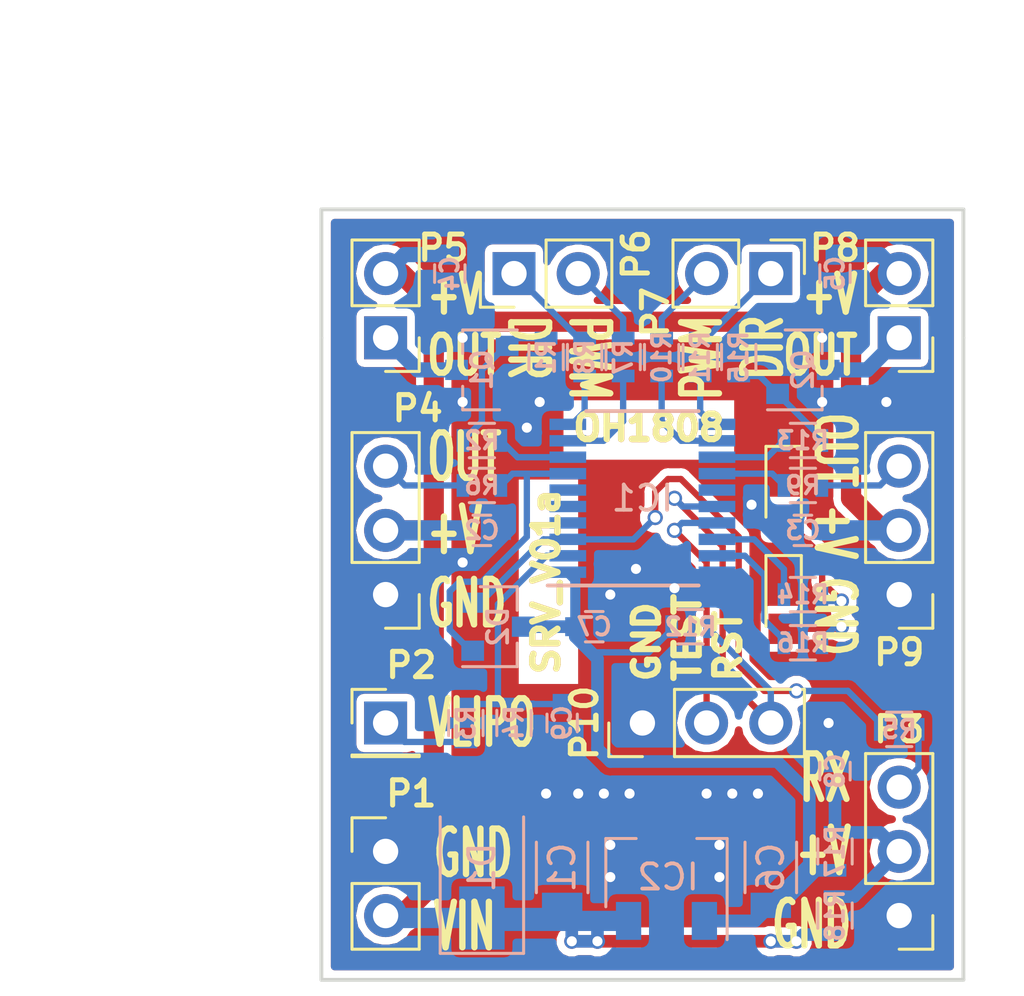
<source format=kicad_pcb>
(kicad_pcb (version 20171130) (host pcbnew "(5.0.0)")

  (general
    (thickness 1.6)
    (drawings 22)
    (tracks 283)
    (zones 0)
    (modules 45)
    (nets 33)
  )

  (page A4)
  (layers
    (0 F.Cu signal)
    (31 B.Cu signal)
    (32 B.Adhes user)
    (33 F.Adhes user)
    (34 B.Paste user)
    (35 F.Paste user)
    (36 B.SilkS user)
    (37 F.SilkS user)
    (38 B.Mask user)
    (39 F.Mask user)
    (40 Dwgs.User user)
    (41 Cmts.User user)
    (42 Eco1.User user)
    (43 Eco2.User user)
    (44 Edge.Cuts user)
    (45 Margin user)
    (46 B.CrtYd user)
    (47 F.CrtYd user)
    (48 B.Fab user hide)
    (49 F.Fab user)
  )

  (setup
    (last_trace_width 0.25)
    (trace_clearance 0.2)
    (zone_clearance 0.3)
    (zone_45_only yes)
    (trace_min 0.2)
    (segment_width 0.2)
    (edge_width 0.15)
    (via_size 0.6)
    (via_drill 0.4)
    (via_min_size 0.4)
    (via_min_drill 0.3)
    (uvia_size 0.3)
    (uvia_drill 0.1)
    (uvias_allowed no)
    (uvia_min_size 0.2)
    (uvia_min_drill 0.1)
    (pcb_text_width 0.3)
    (pcb_text_size 1.5 1.5)
    (mod_edge_width 0.15)
    (mod_text_size 1 1)
    (mod_text_width 0.15)
    (pad_size 1.524 1.524)
    (pad_drill 0.762)
    (pad_to_mask_clearance 0.2)
    (aux_axis_origin 0 0)
    (visible_elements 7FFFFBFF)
    (pcbplotparams
      (layerselection 0x010e0_ffffffff)
      (usegerberextensions false)
      (usegerberattributes false)
      (usegerberadvancedattributes false)
      (creategerberjobfile false)
      (excludeedgelayer true)
      (linewidth 0.100000)
      (plotframeref false)
      (viasonmask true)
      (mode 1)
      (useauxorigin false)
      (hpglpennumber 1)
      (hpglpenspeed 20)
      (hpglpendiameter 15.000000)
      (psnegative false)
      (psa4output false)
      (plotreference true)
      (plotvalue true)
      (plotinvisibletext false)
      (padsonsilk false)
      (subtractmaskfromsilk false)
      (outputformat 1)
      (mirror false)
      (drillshape 0)
      (scaleselection 1)
      (outputdirectory ""))
  )

  (net 0 "")
  (net 1 +5V)
  (net 2 GND)
  (net 3 +3V3)
  (net 4 "Net-(IC1-Pad8)")
  (net 5 "Net-(IC1-Pad9)")
  (net 6 "Net-(IC1-Pad10)")
  (net 7 "Net-(IC1-Pad11)")
  (net 8 "Net-(IC1-Pad12)")
  (net 9 "Net-(IC1-Pad13)")
  (net 10 "Net-(IC1-Pad14)")
  (net 11 "Net-(IC1-Pad16)")
  (net 12 "Net-(IC1-Pad17)")
  (net 13 "Net-(IC1-Pad19)")
  (net 14 "Net-(P2-Pad1)")
  (net 15 "Net-(P3-Pad3)")
  (net 16 "Net-(P4-Pad3)")
  (net 17 "Net-(P5-Pad1)")
  (net 18 "Net-(P6-Pad1)")
  (net 19 "Net-(P6-Pad2)")
  (net 20 "Net-(P7-Pad1)")
  (net 21 "Net-(P7-Pad2)")
  (net 22 "Net-(P8-Pad1)")
  (net 23 "Net-(P9-Pad3)")
  (net 24 "Net-(Q1-Pad1)")
  (net 25 "Net-(Q2-Pad1)")
  (net 26 "Net-(C8-Pad1)")
  (net 27 "Net-(C9-Pad1)")
  (net 28 "Net-(D2-Pad1)")
  (net 29 "Net-(D2-Pad2)")
  (net 30 "Net-(IC1-Pad18)")
  (net 31 "Net-(LED1-Pad2)")
  (net 32 "Net-(LED2-Pad2)")

  (net_class Default "Toto je výchozí třída sítě."
    (clearance 0.2)
    (trace_width 0.25)
    (via_dia 0.6)
    (via_drill 0.4)
    (uvia_dia 0.3)
    (uvia_drill 0.1)
    (add_net GND)
    (add_net "Net-(C9-Pad1)")
    (add_net "Net-(D2-Pad1)")
    (add_net "Net-(D2-Pad2)")
    (add_net "Net-(IC1-Pad10)")
    (add_net "Net-(IC1-Pad11)")
    (add_net "Net-(IC1-Pad12)")
    (add_net "Net-(IC1-Pad13)")
    (add_net "Net-(IC1-Pad14)")
    (add_net "Net-(IC1-Pad16)")
    (add_net "Net-(IC1-Pad17)")
    (add_net "Net-(IC1-Pad18)")
    (add_net "Net-(IC1-Pad19)")
    (add_net "Net-(IC1-Pad8)")
    (add_net "Net-(IC1-Pad9)")
    (add_net "Net-(LED1-Pad2)")
    (add_net "Net-(LED2-Pad2)")
    (add_net "Net-(P2-Pad1)")
    (add_net "Net-(P3-Pad3)")
    (add_net "Net-(P4-Pad3)")
    (add_net "Net-(P6-Pad1)")
    (add_net "Net-(P6-Pad2)")
    (add_net "Net-(P7-Pad1)")
    (add_net "Net-(P7-Pad2)")
    (add_net "Net-(P9-Pad3)")
    (add_net "Net-(Q1-Pad1)")
    (add_net "Net-(Q2-Pad1)")
  )

  (net_class PWR ""
    (clearance 0.2)
    (trace_width 0.8)
    (via_dia 0.6)
    (via_drill 0.4)
    (uvia_dia 0.3)
    (uvia_drill 0.1)
    (add_net +3V3)
    (add_net +5V)
    (add_net "Net-(C8-Pad1)")
    (add_net "Net-(P5-Pad1)")
    (add_net "Net-(P8-Pad1)")
  )

  (module Capacitors_SMD:C_1206 (layer B.Cu) (tedit 5B727ACF) (tstamp 5B7187B4)
    (at 146.685 117.475 90)
    (descr "Capacitor SMD 1206, reflow soldering, AVX (see smccp.pdf)")
    (tags "capacitor 1206")
    (path /5B71F54A)
    (attr smd)
    (fp_text reference C1 (at 0 0 90) (layer B.SilkS)
      (effects (font (size 1 1) (thickness 0.15)) (justify mirror))
    )
    (fp_text value 4u7 (at 0 -2 90) (layer B.Fab)
      (effects (font (size 1 1) (thickness 0.15)) (justify mirror))
    )
    (fp_text user %R (at 0 0 90) (layer B.Fab)
      (effects (font (size 0.7 0.7) (thickness 0.15)) (justify mirror))
    )
    (fp_line (start -1.6 -0.8) (end -1.6 0.8) (layer B.Fab) (width 0.1))
    (fp_line (start 1.6 -0.8) (end -1.6 -0.8) (layer B.Fab) (width 0.1))
    (fp_line (start 1.6 0.8) (end 1.6 -0.8) (layer B.Fab) (width 0.1))
    (fp_line (start -1.6 0.8) (end 1.6 0.8) (layer B.Fab) (width 0.1))
    (fp_line (start 1 1.02) (end -1 1.02) (layer B.SilkS) (width 0.12))
    (fp_line (start -1 -1.02) (end 1 -1.02) (layer B.SilkS) (width 0.12))
    (fp_line (start -2.25 1.05) (end 2.25 1.05) (layer B.CrtYd) (width 0.05))
    (fp_line (start -2.25 1.05) (end -2.25 -1.05) (layer B.CrtYd) (width 0.05))
    (fp_line (start 2.25 -1.05) (end 2.25 1.05) (layer B.CrtYd) (width 0.05))
    (fp_line (start 2.25 -1.05) (end -2.25 -1.05) (layer B.CrtYd) (width 0.05))
    (pad 1 smd rect (at -1.5 0 90) (size 1 1.6) (layers B.Cu B.Paste B.Mask)
      (net 1 +5V))
    (pad 2 smd rect (at 1.5 0 90) (size 1 1.6) (layers B.Cu B.Paste B.Mask)
      (net 2 GND))
    (model Capacitors_SMD.3dshapes/C_1206.wrl
      (at (xyz 0 0 0))
      (scale (xyz 1 1 1))
      (rotate (xyz 0 0 0))
    )
  )

  (module Capacitors_SMD:C_0603 (layer B.Cu) (tedit 5B7D5432) (tstamp 5B7187C5)
    (at 143.51 104.14)
    (descr "Capacitor SMD 0603, reflow soldering, AVX (see smccp.pdf)")
    (tags "capacitor 0603")
    (path /5B71F9DA)
    (attr smd)
    (fp_text reference C2 (at 0 0) (layer B.SilkS)
      (effects (font (size 0.7 0.7) (thickness 0.15)) (justify mirror))
    )
    (fp_text value 100n (at 0 -1.5) (layer B.Fab)
      (effects (font (size 1 1) (thickness 0.15)) (justify mirror))
    )
    (fp_line (start 1.4 -0.65) (end -1.4 -0.65) (layer B.CrtYd) (width 0.05))
    (fp_line (start 1.4 -0.65) (end 1.4 0.65) (layer B.CrtYd) (width 0.05))
    (fp_line (start -1.4 0.65) (end -1.4 -0.65) (layer B.CrtYd) (width 0.05))
    (fp_line (start -1.4 0.65) (end 1.4 0.65) (layer B.CrtYd) (width 0.05))
    (fp_line (start 0.35 -0.6) (end -0.35 -0.6) (layer B.SilkS) (width 0.12))
    (fp_line (start -0.35 0.6) (end 0.35 0.6) (layer B.SilkS) (width 0.12))
    (fp_line (start -0.8 0.4) (end 0.8 0.4) (layer B.Fab) (width 0.1))
    (fp_line (start 0.8 0.4) (end 0.8 -0.4) (layer B.Fab) (width 0.1))
    (fp_line (start 0.8 -0.4) (end -0.8 -0.4) (layer B.Fab) (width 0.1))
    (fp_line (start -0.8 -0.4) (end -0.8 0.4) (layer B.Fab) (width 0.1))
    (fp_text user %R (at 0 0) (layer B.Fab)
      (effects (font (size 0.3 0.3) (thickness 0.075)) (justify mirror))
    )
    (pad 2 smd rect (at 0.75 0) (size 0.8 0.75) (layers B.Cu B.Paste B.Mask)
      (net 2 GND))
    (pad 1 smd rect (at -0.75 0) (size 0.8 0.75) (layers B.Cu B.Paste B.Mask)
      (net 1 +5V))
    (model Capacitors_SMD.3dshapes/C_0603.wrl
      (at (xyz 0 0 0))
      (scale (xyz 1 1 1))
      (rotate (xyz 0 0 0))
    )
  )

  (module Capacitors_SMD:C_0603 (layer B.Cu) (tedit 5B7D53E9) (tstamp 5B7187D6)
    (at 156.21 104.14 180)
    (descr "Capacitor SMD 0603, reflow soldering, AVX (see smccp.pdf)")
    (tags "capacitor 0603")
    (path /5B71FA7A)
    (attr smd)
    (fp_text reference C3 (at 0 0 180) (layer B.SilkS)
      (effects (font (size 0.7 0.7) (thickness 0.15)) (justify mirror))
    )
    (fp_text value 100n (at 0 -1.5 180) (layer B.Fab)
      (effects (font (size 1 1) (thickness 0.15)) (justify mirror))
    )
    (fp_line (start 1.4 -0.65) (end -1.4 -0.65) (layer B.CrtYd) (width 0.05))
    (fp_line (start 1.4 -0.65) (end 1.4 0.65) (layer B.CrtYd) (width 0.05))
    (fp_line (start -1.4 0.65) (end -1.4 -0.65) (layer B.CrtYd) (width 0.05))
    (fp_line (start -1.4 0.65) (end 1.4 0.65) (layer B.CrtYd) (width 0.05))
    (fp_line (start 0.35 -0.6) (end -0.35 -0.6) (layer B.SilkS) (width 0.12))
    (fp_line (start -0.35 0.6) (end 0.35 0.6) (layer B.SilkS) (width 0.12))
    (fp_line (start -0.8 0.4) (end 0.8 0.4) (layer B.Fab) (width 0.1))
    (fp_line (start 0.8 0.4) (end 0.8 -0.4) (layer B.Fab) (width 0.1))
    (fp_line (start 0.8 -0.4) (end -0.8 -0.4) (layer B.Fab) (width 0.1))
    (fp_line (start -0.8 -0.4) (end -0.8 0.4) (layer B.Fab) (width 0.1))
    (fp_text user %R (at 0 0 180) (layer B.Fab)
      (effects (font (size 0.3 0.3) (thickness 0.075)) (justify mirror))
    )
    (pad 2 smd rect (at 0.75 0 180) (size 0.8 0.75) (layers B.Cu B.Paste B.Mask)
      (net 2 GND))
    (pad 1 smd rect (at -0.75 0 180) (size 0.8 0.75) (layers B.Cu B.Paste B.Mask)
      (net 1 +5V))
    (model Capacitors_SMD.3dshapes/C_0603.wrl
      (at (xyz 0 0 0))
      (scale (xyz 1 1 1))
      (rotate (xyz 0 0 0))
    )
  )

  (module Capacitors_SMD:C_0603 (layer B.Cu) (tedit 5B7D53A7) (tstamp 5B7187E7)
    (at 142.24 93.98 270)
    (descr "Capacitor SMD 0603, reflow soldering, AVX (see smccp.pdf)")
    (tags "capacitor 0603")
    (path /5B71FB80)
    (attr smd)
    (fp_text reference C4 (at 0 0 270) (layer B.SilkS)
      (effects (font (size 0.7 0.7) (thickness 0.15)) (justify mirror))
    )
    (fp_text value 100n (at 0 -1.5 270) (layer B.Fab)
      (effects (font (size 1 1) (thickness 0.15)) (justify mirror))
    )
    (fp_line (start 1.4 -0.65) (end -1.4 -0.65) (layer B.CrtYd) (width 0.05))
    (fp_line (start 1.4 -0.65) (end 1.4 0.65) (layer B.CrtYd) (width 0.05))
    (fp_line (start -1.4 0.65) (end -1.4 -0.65) (layer B.CrtYd) (width 0.05))
    (fp_line (start -1.4 0.65) (end 1.4 0.65) (layer B.CrtYd) (width 0.05))
    (fp_line (start 0.35 -0.6) (end -0.35 -0.6) (layer B.SilkS) (width 0.12))
    (fp_line (start -0.35 0.6) (end 0.35 0.6) (layer B.SilkS) (width 0.12))
    (fp_line (start -0.8 0.4) (end 0.8 0.4) (layer B.Fab) (width 0.1))
    (fp_line (start 0.8 0.4) (end 0.8 -0.4) (layer B.Fab) (width 0.1))
    (fp_line (start 0.8 -0.4) (end -0.8 -0.4) (layer B.Fab) (width 0.1))
    (fp_line (start -0.8 -0.4) (end -0.8 0.4) (layer B.Fab) (width 0.1))
    (fp_text user %R (at 0 0 270) (layer B.Fab)
      (effects (font (size 0.3 0.3) (thickness 0.075)) (justify mirror))
    )
    (pad 2 smd rect (at 0.75 0 270) (size 0.8 0.75) (layers B.Cu B.Paste B.Mask)
      (net 2 GND))
    (pad 1 smd rect (at -0.75 0 270) (size 0.8 0.75) (layers B.Cu B.Paste B.Mask)
      (net 1 +5V))
    (model Capacitors_SMD.3dshapes/C_0603.wrl
      (at (xyz 0 0 0))
      (scale (xyz 1 1 1))
      (rotate (xyz 0 0 0))
    )
  )

  (module Capacitors_SMD:C_0603 (layer B.Cu) (tedit 5B7D53DC) (tstamp 5B7187F8)
    (at 157.48 93.98 270)
    (descr "Capacitor SMD 0603, reflow soldering, AVX (see smccp.pdf)")
    (tags "capacitor 0603")
    (path /5B71FC0C)
    (attr smd)
    (fp_text reference C5 (at 0 0 270) (layer B.SilkS)
      (effects (font (size 0.7 0.7) (thickness 0.15)) (justify mirror))
    )
    (fp_text value 100n (at 0 -1.5 270) (layer B.Fab)
      (effects (font (size 1 1) (thickness 0.15)) (justify mirror))
    )
    (fp_line (start 1.4 -0.65) (end -1.4 -0.65) (layer B.CrtYd) (width 0.05))
    (fp_line (start 1.4 -0.65) (end 1.4 0.65) (layer B.CrtYd) (width 0.05))
    (fp_line (start -1.4 0.65) (end -1.4 -0.65) (layer B.CrtYd) (width 0.05))
    (fp_line (start -1.4 0.65) (end 1.4 0.65) (layer B.CrtYd) (width 0.05))
    (fp_line (start 0.35 -0.6) (end -0.35 -0.6) (layer B.SilkS) (width 0.12))
    (fp_line (start -0.35 0.6) (end 0.35 0.6) (layer B.SilkS) (width 0.12))
    (fp_line (start -0.8 0.4) (end 0.8 0.4) (layer B.Fab) (width 0.1))
    (fp_line (start 0.8 0.4) (end 0.8 -0.4) (layer B.Fab) (width 0.1))
    (fp_line (start 0.8 -0.4) (end -0.8 -0.4) (layer B.Fab) (width 0.1))
    (fp_line (start -0.8 -0.4) (end -0.8 0.4) (layer B.Fab) (width 0.1))
    (fp_text user %R (at 0 0 270) (layer B.Fab)
      (effects (font (size 0.3 0.3) (thickness 0.075)) (justify mirror))
    )
    (pad 2 smd rect (at 0.75 0 270) (size 0.8 0.75) (layers B.Cu B.Paste B.Mask)
      (net 2 GND))
    (pad 1 smd rect (at -0.75 0 270) (size 0.8 0.75) (layers B.Cu B.Paste B.Mask)
      (net 1 +5V))
    (model Capacitors_SMD.3dshapes/C_0603.wrl
      (at (xyz 0 0 0))
      (scale (xyz 1 1 1))
      (rotate (xyz 0 0 0))
    )
  )

  (module Capacitors_SMD:C_1206 (layer B.Cu) (tedit 5B727AD6) (tstamp 5B718809)
    (at 154.94 117.475 90)
    (descr "Capacitor SMD 1206, reflow soldering, AVX (see smccp.pdf)")
    (tags "capacitor 1206")
    (path /5B71EDFE)
    (attr smd)
    (fp_text reference C6 (at 0 0 90) (layer B.SilkS)
      (effects (font (size 1 1) (thickness 0.15)) (justify mirror))
    )
    (fp_text value 4u7 (at 0 -2 90) (layer B.Fab)
      (effects (font (size 1 1) (thickness 0.15)) (justify mirror))
    )
    (fp_text user %R (at 0 0 90) (layer B.Fab)
      (effects (font (size 0.7 0.7) (thickness 0.15)) (justify mirror))
    )
    (fp_line (start -1.6 -0.8) (end -1.6 0.8) (layer B.Fab) (width 0.1))
    (fp_line (start 1.6 -0.8) (end -1.6 -0.8) (layer B.Fab) (width 0.1))
    (fp_line (start 1.6 0.8) (end 1.6 -0.8) (layer B.Fab) (width 0.1))
    (fp_line (start -1.6 0.8) (end 1.6 0.8) (layer B.Fab) (width 0.1))
    (fp_line (start 1 1.02) (end -1 1.02) (layer B.SilkS) (width 0.12))
    (fp_line (start -1 -1.02) (end 1 -1.02) (layer B.SilkS) (width 0.12))
    (fp_line (start -2.25 1.05) (end 2.25 1.05) (layer B.CrtYd) (width 0.05))
    (fp_line (start -2.25 1.05) (end -2.25 -1.05) (layer B.CrtYd) (width 0.05))
    (fp_line (start 2.25 -1.05) (end 2.25 1.05) (layer B.CrtYd) (width 0.05))
    (fp_line (start 2.25 -1.05) (end -2.25 -1.05) (layer B.CrtYd) (width 0.05))
    (pad 1 smd rect (at -1.5 0 90) (size 1 1.6) (layers B.Cu B.Paste B.Mask)
      (net 3 +3V3))
    (pad 2 smd rect (at 1.5 0 90) (size 1 1.6) (layers B.Cu B.Paste B.Mask)
      (net 2 GND))
    (model Capacitors_SMD.3dshapes/C_1206.wrl
      (at (xyz 0 0 0))
      (scale (xyz 1 1 1))
      (rotate (xyz 0 0 0))
    )
  )

  (module Capacitors_SMD:C_0603 (layer B.Cu) (tedit 5B7D5403) (tstamp 5B71881A)
    (at 147.955 107.95)
    (descr "Capacitor SMD 0603, reflow soldering, AVX (see smccp.pdf)")
    (tags "capacitor 0603")
    (path /5B71F0A7)
    (attr smd)
    (fp_text reference C7 (at 0 0) (layer B.SilkS)
      (effects (font (size 0.7 0.7) (thickness 0.15)) (justify mirror))
    )
    (fp_text value 100n (at 0 -1.5) (layer B.Fab)
      (effects (font (size 1 1) (thickness 0.15)) (justify mirror))
    )
    (fp_line (start 1.4 -0.65) (end -1.4 -0.65) (layer B.CrtYd) (width 0.05))
    (fp_line (start 1.4 -0.65) (end 1.4 0.65) (layer B.CrtYd) (width 0.05))
    (fp_line (start -1.4 0.65) (end -1.4 -0.65) (layer B.CrtYd) (width 0.05))
    (fp_line (start -1.4 0.65) (end 1.4 0.65) (layer B.CrtYd) (width 0.05))
    (fp_line (start 0.35 -0.6) (end -0.35 -0.6) (layer B.SilkS) (width 0.12))
    (fp_line (start -0.35 0.6) (end 0.35 0.6) (layer B.SilkS) (width 0.12))
    (fp_line (start -0.8 0.4) (end 0.8 0.4) (layer B.Fab) (width 0.1))
    (fp_line (start 0.8 0.4) (end 0.8 -0.4) (layer B.Fab) (width 0.1))
    (fp_line (start 0.8 -0.4) (end -0.8 -0.4) (layer B.Fab) (width 0.1))
    (fp_line (start -0.8 -0.4) (end -0.8 0.4) (layer B.Fab) (width 0.1))
    (fp_text user %R (at 0 0) (layer B.Fab)
      (effects (font (size 0.3 0.3) (thickness 0.075)) (justify mirror))
    )
    (pad 2 smd rect (at 0.75 0) (size 0.8 0.75) (layers B.Cu B.Paste B.Mask)
      (net 2 GND))
    (pad 1 smd rect (at -0.75 0) (size 0.8 0.75) (layers B.Cu B.Paste B.Mask)
      (net 3 +3V3))
    (model Capacitors_SMD.3dshapes/C_0603.wrl
      (at (xyz 0 0 0))
      (scale (xyz 1 1 1))
      (rotate (xyz 0 0 0))
    )
  )

  (module Capacitors_SMD:C_0603 (layer B.Cu) (tedit 5B7D53FB) (tstamp 5B71882B)
    (at 157.48 113.665 90)
    (descr "Capacitor SMD 0603, reflow soldering, AVX (see smccp.pdf)")
    (tags "capacitor 0603")
    (path /5B71F124)
    (attr smd)
    (fp_text reference C8 (at 0 0 90) (layer B.SilkS)
      (effects (font (size 0.7 0.7) (thickness 0.15)) (justify mirror))
    )
    (fp_text value 100n (at 0 -1.5 90) (layer B.Fab)
      (effects (font (size 1 1) (thickness 0.15)) (justify mirror))
    )
    (fp_line (start 1.4 -0.65) (end -1.4 -0.65) (layer B.CrtYd) (width 0.05))
    (fp_line (start 1.4 -0.65) (end 1.4 0.65) (layer B.CrtYd) (width 0.05))
    (fp_line (start -1.4 0.65) (end -1.4 -0.65) (layer B.CrtYd) (width 0.05))
    (fp_line (start -1.4 0.65) (end 1.4 0.65) (layer B.CrtYd) (width 0.05))
    (fp_line (start 0.35 -0.6) (end -0.35 -0.6) (layer B.SilkS) (width 0.12))
    (fp_line (start -0.35 0.6) (end 0.35 0.6) (layer B.SilkS) (width 0.12))
    (fp_line (start -0.8 0.4) (end 0.8 0.4) (layer B.Fab) (width 0.1))
    (fp_line (start 0.8 0.4) (end 0.8 -0.4) (layer B.Fab) (width 0.1))
    (fp_line (start 0.8 -0.4) (end -0.8 -0.4) (layer B.Fab) (width 0.1))
    (fp_line (start -0.8 -0.4) (end -0.8 0.4) (layer B.Fab) (width 0.1))
    (fp_text user %R (at 0 0 90) (layer B.Fab)
      (effects (font (size 0.3 0.3) (thickness 0.075)) (justify mirror))
    )
    (pad 2 smd rect (at 0.75 0 90) (size 0.8 0.75) (layers B.Cu B.Paste B.Mask)
      (net 2 GND))
    (pad 1 smd rect (at -0.75 0 90) (size 0.8 0.75) (layers B.Cu B.Paste B.Mask)
      (net 26 "Net-(C8-Pad1)"))
    (model Capacitors_SMD.3dshapes/C_0603.wrl
      (at (xyz 0 0 0))
      (scale (xyz 1 1 1))
      (rotate (xyz 0 0 0))
    )
  )

  (module Diodes_SMD:D_SMA (layer B.Cu) (tedit 5B727ACA) (tstamp 5B718843)
    (at 143.51 117.475 90)
    (descr "Diode SMA (DO-214AC)")
    (tags "Diode SMA (DO-214AC)")
    (path /5B726BB3)
    (attr smd)
    (fp_text reference D1 (at 0 0 90) (layer B.SilkS)
      (effects (font (size 1 1) (thickness 0.15)) (justify mirror))
    )
    (fp_text value SMAJ5V0 (at 0 -2.6 90) (layer B.Fab)
      (effects (font (size 1 1) (thickness 0.15)) (justify mirror))
    )
    (fp_text user %R (at -1.27 0.635) (layer B.Fab)
      (effects (font (size 0.5 0.5) (thickness 0.125)) (justify mirror))
    )
    (fp_line (start -3.4 1.65) (end -3.4 -1.65) (layer B.SilkS) (width 0.12))
    (fp_line (start 2.3 -1.5) (end -2.3 -1.5) (layer B.Fab) (width 0.1))
    (fp_line (start -2.3 -1.5) (end -2.3 1.5) (layer B.Fab) (width 0.1))
    (fp_line (start 2.3 1.5) (end 2.3 -1.5) (layer B.Fab) (width 0.1))
    (fp_line (start 2.3 1.5) (end -2.3 1.5) (layer B.Fab) (width 0.1))
    (fp_line (start -3.5 1.75) (end 3.5 1.75) (layer B.CrtYd) (width 0.05))
    (fp_line (start 3.5 1.75) (end 3.5 -1.75) (layer B.CrtYd) (width 0.05))
    (fp_line (start 3.5 -1.75) (end -3.5 -1.75) (layer B.CrtYd) (width 0.05))
    (fp_line (start -3.5 -1.75) (end -3.5 1.75) (layer B.CrtYd) (width 0.05))
    (fp_line (start -0.64944 -0.00102) (end -1.55114 -0.00102) (layer B.Fab) (width 0.1))
    (fp_line (start 0.50118 -0.00102) (end 1.4994 -0.00102) (layer B.Fab) (width 0.1))
    (fp_line (start -0.64944 0.79908) (end -0.64944 -0.80112) (layer B.Fab) (width 0.1))
    (fp_line (start 0.50118 -0.75032) (end 0.50118 0.79908) (layer B.Fab) (width 0.1))
    (fp_line (start -0.64944 -0.00102) (end 0.50118 -0.75032) (layer B.Fab) (width 0.1))
    (fp_line (start -0.64944 -0.00102) (end 0.50118 0.79908) (layer B.Fab) (width 0.1))
    (fp_line (start -3.4 -1.65) (end 2 -1.65) (layer B.SilkS) (width 0.12))
    (fp_line (start -3.4 1.65) (end 2 1.65) (layer B.SilkS) (width 0.12))
    (pad 1 smd rect (at -2 0 90) (size 2.5 1.8) (layers B.Cu B.Paste B.Mask)
      (net 1 +5V))
    (pad 2 smd rect (at 2 0 90) (size 2.5 1.8) (layers B.Cu B.Paste B.Mask)
      (net 2 GND))
    (model ${KISYS3DMOD}/Diodes_SMD.3dshapes/D_SMA.wrl
      (at (xyz 0 0 0))
      (scale (xyz 1 1 1))
      (rotate (xyz 0 0 0))
    )
  )

  (module Housings_SSOP:TSSOP-20_4.4x6.5mm_Pitch0.65mm (layer B.Cu) (tedit 5B718BBA) (tstamp 5B718867)
    (at 149.86 102.87)
    (descr "20-Lead Plastic Thin Shrink Small Outline (ST)-4.4 mm Body [TSSOP] (see Microchip Packaging Specification 00000049BS.pdf)")
    (tags "SSOP 0.65")
    (path /5B714996)
    (attr smd)
    (fp_text reference IC1 (at 0 0) (layer B.SilkS)
      (effects (font (size 1 1) (thickness 0.15)) (justify mirror))
    )
    (fp_text value MSP430G2553IPW20 (at 0 -4.3) (layer B.Fab)
      (effects (font (size 1 1) (thickness 0.15)) (justify mirror))
    )
    (fp_line (start -1.2 3.25) (end 2.2 3.25) (layer B.Fab) (width 0.15))
    (fp_line (start 2.2 3.25) (end 2.2 -3.25) (layer B.Fab) (width 0.15))
    (fp_line (start 2.2 -3.25) (end -2.2 -3.25) (layer B.Fab) (width 0.15))
    (fp_line (start -2.2 -3.25) (end -2.2 2.25) (layer B.Fab) (width 0.15))
    (fp_line (start -2.2 2.25) (end -1.2 3.25) (layer B.Fab) (width 0.15))
    (fp_line (start -3.95 3.55) (end -3.95 -3.55) (layer B.CrtYd) (width 0.05))
    (fp_line (start 3.95 3.55) (end 3.95 -3.55) (layer B.CrtYd) (width 0.05))
    (fp_line (start -3.95 3.55) (end 3.95 3.55) (layer B.CrtYd) (width 0.05))
    (fp_line (start -3.95 -3.55) (end 3.95 -3.55) (layer B.CrtYd) (width 0.05))
    (fp_line (start -2.225 -3.45) (end 2.225 -3.45) (layer B.SilkS) (width 0.15))
    (fp_line (start -3.75 3.45) (end 2.225 3.45) (layer B.SilkS) (width 0.15))
    (fp_text user %R (at 0 0) (layer B.Fab)
      (effects (font (size 0.8 0.8) (thickness 0.15)) (justify mirror))
    )
    (pad 1 smd rect (at -2.95 2.925) (size 1.45 0.45) (layers B.Cu B.Paste B.Mask)
      (net 3 +3V3))
    (pad 2 smd rect (at -2.95 2.275) (size 1.45 0.45) (layers B.Cu B.Paste B.Mask)
      (net 27 "Net-(C9-Pad1)"))
    (pad 3 smd rect (at -2.95 1.625) (size 1.45 0.45) (layers B.Cu B.Paste B.Mask)
      (net 29 "Net-(D2-Pad2)"))
    (pad 4 smd rect (at -2.95 0.975) (size 1.45 0.45) (layers B.Cu B.Paste B.Mask))
    (pad 5 smd rect (at -2.95 0.325) (size 1.45 0.45) (layers B.Cu B.Paste B.Mask))
    (pad 6 smd rect (at -2.95 -0.325) (size 1.45 0.45) (layers B.Cu B.Paste B.Mask))
    (pad 7 smd rect (at -2.95 -0.975) (size 1.45 0.45) (layers B.Cu B.Paste B.Mask)
      (net 28 "Net-(D2-Pad1)"))
    (pad 8 smd rect (at -2.95 -1.625) (size 1.45 0.45) (layers B.Cu B.Paste B.Mask)
      (net 4 "Net-(IC1-Pad8)"))
    (pad 9 smd rect (at -2.95 -2.275) (size 1.45 0.45) (layers B.Cu B.Paste B.Mask)
      (net 5 "Net-(IC1-Pad9)"))
    (pad 10 smd rect (at -2.95 -2.925) (size 1.45 0.45) (layers B.Cu B.Paste B.Mask)
      (net 6 "Net-(IC1-Pad10)"))
    (pad 11 smd rect (at 2.95 -2.925) (size 1.45 0.45) (layers B.Cu B.Paste B.Mask)
      (net 7 "Net-(IC1-Pad11)"))
    (pad 12 smd rect (at 2.95 -2.275) (size 1.45 0.45) (layers B.Cu B.Paste B.Mask)
      (net 8 "Net-(IC1-Pad12)"))
    (pad 13 smd rect (at 2.95 -1.625) (size 1.45 0.45) (layers B.Cu B.Paste B.Mask)
      (net 9 "Net-(IC1-Pad13)"))
    (pad 14 smd rect (at 2.95 -0.975) (size 1.45 0.45) (layers B.Cu B.Paste B.Mask)
      (net 10 "Net-(IC1-Pad14)"))
    (pad 15 smd rect (at 2.95 -0.325) (size 1.45 0.45) (layers B.Cu B.Paste B.Mask))
    (pad 16 smd rect (at 2.95 0.325) (size 1.45 0.45) (layers B.Cu B.Paste B.Mask)
      (net 11 "Net-(IC1-Pad16)"))
    (pad 17 smd rect (at 2.95 0.975) (size 1.45 0.45) (layers B.Cu B.Paste B.Mask)
      (net 12 "Net-(IC1-Pad17)"))
    (pad 18 smd rect (at 2.95 1.625) (size 1.45 0.45) (layers B.Cu B.Paste B.Mask)
      (net 30 "Net-(IC1-Pad18)"))
    (pad 19 smd rect (at 2.95 2.275) (size 1.45 0.45) (layers B.Cu B.Paste B.Mask)
      (net 13 "Net-(IC1-Pad19)"))
    (pad 20 smd rect (at 2.95 2.925) (size 1.45 0.45) (layers B.Cu B.Paste B.Mask)
      (net 2 GND))
    (model ${KISYS3DMOD}/Housings_SSOP.3dshapes/TSSOP-20_4.4x6.5mm_Pitch0.65mm.wrl
      (at (xyz 0 0 0))
      (scale (xyz 1 1 1))
      (rotate (xyz 0 0 0))
    )
  )

  (module TO_SOT_Packages_SMD:SOT-89-3 (layer B.Cu) (tedit 591F0203) (tstamp 5B71887F)
    (at 150.8125 118.11 90)
    (descr SOT-89-3)
    (tags SOT-89-3)
    (path /5B71E08C)
    (attr smd)
    (fp_text reference IC2 (at 0.254 0.0635 180) (layer B.SilkS)
      (effects (font (size 1 1) (thickness 0.15)) (justify mirror))
    )
    (fp_text value L78L33ACUTR (at 0.45 -3.25 90) (layer B.Fab)
      (effects (font (size 1 1) (thickness 0.15)) (justify mirror))
    )
    (fp_text user %R (at 0.38 0) (layer B.Fab)
      (effects (font (size 0.6 0.6) (thickness 0.09)) (justify mirror))
    )
    (fp_line (start 1.78 -1.2) (end 1.78 -2.4) (layer B.SilkS) (width 0.12))
    (fp_line (start 1.78 -2.4) (end -0.92 -2.4) (layer B.SilkS) (width 0.12))
    (fp_line (start -2.22 2.4) (end 1.78 2.4) (layer B.SilkS) (width 0.12))
    (fp_line (start 1.78 2.4) (end 1.78 1.2) (layer B.SilkS) (width 0.12))
    (fp_line (start -0.92 1.51) (end -0.13 2.3) (layer B.Fab) (width 0.1))
    (fp_line (start 1.68 2.3) (end 1.68 -2.3) (layer B.Fab) (width 0.1))
    (fp_line (start 1.68 -2.3) (end -0.92 -2.3) (layer B.Fab) (width 0.1))
    (fp_line (start -0.92 -2.3) (end -0.92 1.51) (layer B.Fab) (width 0.1))
    (fp_line (start -0.13 2.3) (end 1.68 2.3) (layer B.Fab) (width 0.1))
    (fp_line (start 3.23 2.55) (end 3.23 -2.55) (layer B.CrtYd) (width 0.05))
    (fp_line (start 3.23 2.55) (end -2.48 2.55) (layer B.CrtYd) (width 0.05))
    (fp_line (start -2.48 -2.55) (end 3.23 -2.55) (layer B.CrtYd) (width 0.05))
    (fp_line (start -2.48 -2.55) (end -2.48 2.55) (layer B.CrtYd) (width 0.05))
    (pad 2 smd trapezoid (at 2.667 0 180) (size 1.6 0.85) (rect_delta 0 -0.6 ) (layers B.Cu B.Paste B.Mask)
      (net 2 GND))
    (pad 1 smd rect (at -1.48 1.5 180) (size 1 1.5) (layers B.Cu B.Paste B.Mask)
      (net 3 +3V3))
    (pad 2 smd rect (at -1.3335 0 180) (size 1 1.8) (layers B.Cu B.Paste B.Mask)
      (net 2 GND))
    (pad 3 smd rect (at -1.48 -1.5 180) (size 1 1.5) (layers B.Cu B.Paste B.Mask)
      (net 1 +5V))
    (pad 2 smd rect (at 1.3335 0 180) (size 2.2 1.84) (layers B.Cu B.Paste B.Mask)
      (net 2 GND))
    (pad 2 smd trapezoid (at -0.0762 0) (size 1.5 1) (rect_delta 0 -0.7 ) (layers B.Cu B.Paste B.Mask)
      (net 2 GND))
    (model ${KISYS3DMOD}/TO_SOT_Packages_SMD.3dshapes/SOT-89-3.wrl
      (at (xyz 0 0 0))
      (scale (xyz 1 1 1))
      (rotate (xyz 0 0 0))
    )
  )

  (module LEDs:LED_0805 (layer F.Cu) (tedit 5B729874) (tstamp 5B7D55E0)
    (at 155.448 102.616 270)
    (descr "LED 0805 smd package")
    (tags "LED led 0805 SMD smd SMT smt smdled SMDLED smtled SMTLED")
    (path /5B717C62)
    (attr smd)
    (fp_text reference LED1 (at 0 -1.45 270) (layer F.SilkS) hide
      (effects (font (size 1 1) (thickness 0.15)))
    )
    (fp_text value Led_Small (at 0 1.55 270) (layer F.Fab)
      (effects (font (size 1 1) (thickness 0.15)))
    )
    (fp_line (start -1.8 -0.7) (end -1.8 0.7) (layer F.SilkS) (width 0.12))
    (fp_line (start -0.4 -0.4) (end -0.4 0.4) (layer F.Fab) (width 0.1))
    (fp_line (start -0.4 0) (end 0.2 -0.4) (layer F.Fab) (width 0.1))
    (fp_line (start 0.2 0.4) (end -0.4 0) (layer F.Fab) (width 0.1))
    (fp_line (start 0.2 -0.4) (end 0.2 0.4) (layer F.Fab) (width 0.1))
    (fp_line (start 1 0.6) (end -1 0.6) (layer F.Fab) (width 0.1))
    (fp_line (start 1 -0.6) (end 1 0.6) (layer F.Fab) (width 0.1))
    (fp_line (start -1 -0.6) (end 1 -0.6) (layer F.Fab) (width 0.1))
    (fp_line (start -1 0.6) (end -1 -0.6) (layer F.Fab) (width 0.1))
    (fp_line (start -1.8 0.7) (end 1 0.7) (layer F.SilkS) (width 0.12))
    (fp_line (start -1.8 -0.7) (end 1 -0.7) (layer F.SilkS) (width 0.12))
    (fp_line (start 1.95 -0.85) (end 1.95 0.85) (layer F.CrtYd) (width 0.05))
    (fp_line (start 1.95 0.85) (end -1.95 0.85) (layer F.CrtYd) (width 0.05))
    (fp_line (start -1.95 0.85) (end -1.95 -0.85) (layer F.CrtYd) (width 0.05))
    (fp_line (start -1.95 -0.85) (end 1.95 -0.85) (layer F.CrtYd) (width 0.05))
    (fp_text user %R (at 0 -1.27 270) (layer F.Fab) hide
      (effects (font (size 0.4 0.4) (thickness 0.1)))
    )
    (pad 2 smd rect (at 1.1 0 90) (size 1.2 1.2) (layers F.Cu F.Paste F.Mask)
      (net 31 "Net-(LED1-Pad2)"))
    (pad 1 smd rect (at -1.1 0 90) (size 1.2 1.2) (layers F.Cu F.Paste F.Mask)
      (net 2 GND))
    (model ${KISYS3DMOD}/LEDs.3dshapes/LED_0805.wrl
      (at (xyz 0 0 0))
      (scale (xyz 1 1 1))
      (rotate (xyz 0 0 180))
    )
  )

  (module LEDs:LED_0805 (layer F.Cu) (tedit 5B729879) (tstamp 5B7188AB)
    (at 155.448 106.934 270)
    (descr "LED 0805 smd package")
    (tags "LED led 0805 SMD smd SMT smt smdled SMDLED smtled SMTLED")
    (path /5B717BF7)
    (attr smd)
    (fp_text reference LED2 (at 0 -1.45 270) (layer F.SilkS) hide
      (effects (font (size 1 1) (thickness 0.15)))
    )
    (fp_text value Led_Small (at 0 1.55 270) (layer F.Fab)
      (effects (font (size 1 1) (thickness 0.15)))
    )
    (fp_line (start -1.8 -0.7) (end -1.8 0.7) (layer F.SilkS) (width 0.12))
    (fp_line (start -0.4 -0.4) (end -0.4 0.4) (layer F.Fab) (width 0.1))
    (fp_line (start -0.4 0) (end 0.2 -0.4) (layer F.Fab) (width 0.1))
    (fp_line (start 0.2 0.4) (end -0.4 0) (layer F.Fab) (width 0.1))
    (fp_line (start 0.2 -0.4) (end 0.2 0.4) (layer F.Fab) (width 0.1))
    (fp_line (start 1 0.6) (end -1 0.6) (layer F.Fab) (width 0.1))
    (fp_line (start 1 -0.6) (end 1 0.6) (layer F.Fab) (width 0.1))
    (fp_line (start -1 -0.6) (end 1 -0.6) (layer F.Fab) (width 0.1))
    (fp_line (start -1 0.6) (end -1 -0.6) (layer F.Fab) (width 0.1))
    (fp_line (start -1.8 0.7) (end 1 0.7) (layer F.SilkS) (width 0.12))
    (fp_line (start -1.8 -0.7) (end 1 -0.7) (layer F.SilkS) (width 0.12))
    (fp_line (start 1.95 -0.85) (end 1.95 0.85) (layer F.CrtYd) (width 0.05))
    (fp_line (start 1.95 0.85) (end -1.95 0.85) (layer F.CrtYd) (width 0.05))
    (fp_line (start -1.95 0.85) (end -1.95 -0.85) (layer F.CrtYd) (width 0.05))
    (fp_line (start -1.95 -0.85) (end 1.95 -0.85) (layer F.CrtYd) (width 0.05))
    (fp_text user %R (at 0 1.27 270) (layer F.Fab) hide
      (effects (font (size 0.4 0.4) (thickness 0.1)))
    )
    (pad 2 smd rect (at 1.1 0 90) (size 1.2 1.2) (layers F.Cu F.Paste F.Mask)
      (net 32 "Net-(LED2-Pad2)"))
    (pad 1 smd rect (at -1.1 0 90) (size 1.2 1.2) (layers F.Cu F.Paste F.Mask)
      (net 2 GND))
    (model ${KISYS3DMOD}/LEDs.3dshapes/LED_0805.wrl
      (at (xyz 0 0 0))
      (scale (xyz 1 1 1))
      (rotate (xyz 0 0 180))
    )
  )

  (module Pin_Headers:Pin_Header_Straight_1x02_Pitch2.54mm (layer F.Cu) (tedit 5B729822) (tstamp 5B7188C1)
    (at 139.7 116.84)
    (descr "Through hole straight pin header, 1x02, 2.54mm pitch, single row")
    (tags "Through hole pin header THT 1x02 2.54mm single row")
    (path /5B71E26F)
    (fp_text reference P1 (at 0 -2.33) (layer F.SilkS) hide
      (effects (font (size 1 1) (thickness 0.15)))
    )
    (fp_text value CONN_01X02 (at 0 4.87) (layer F.Fab)
      (effects (font (size 1 1) (thickness 0.15)))
    )
    (fp_line (start -0.635 -1.27) (end 1.27 -1.27) (layer F.Fab) (width 0.1))
    (fp_line (start 1.27 -1.27) (end 1.27 3.81) (layer F.Fab) (width 0.1))
    (fp_line (start 1.27 3.81) (end -1.27 3.81) (layer F.Fab) (width 0.1))
    (fp_line (start -1.27 3.81) (end -1.27 -0.635) (layer F.Fab) (width 0.1))
    (fp_line (start -1.27 -0.635) (end -0.635 -1.27) (layer F.Fab) (width 0.1))
    (fp_line (start -1.33 3.87) (end 1.33 3.87) (layer F.SilkS) (width 0.12))
    (fp_line (start -1.33 1.27) (end -1.33 3.87) (layer F.SilkS) (width 0.12))
    (fp_line (start 1.33 1.27) (end 1.33 3.87) (layer F.SilkS) (width 0.12))
    (fp_line (start -1.33 1.27) (end 1.33 1.27) (layer F.SilkS) (width 0.12))
    (fp_line (start -1.33 0) (end -1.33 -1.33) (layer F.SilkS) (width 0.12))
    (fp_line (start -1.33 -1.33) (end 0 -1.33) (layer F.SilkS) (width 0.12))
    (fp_line (start -1.8 -1.8) (end -1.8 4.35) (layer F.CrtYd) (width 0.05))
    (fp_line (start -1.8 4.35) (end 1.8 4.35) (layer F.CrtYd) (width 0.05))
    (fp_line (start 1.8 4.35) (end 1.8 -1.8) (layer F.CrtYd) (width 0.05))
    (fp_line (start 1.8 -1.8) (end -1.8 -1.8) (layer F.CrtYd) (width 0.05))
    (fp_text user %R (at 1.016 -2.286) (layer F.SilkS)
      (effects (font (size 1 1) (thickness 0.2)))
    )
    (pad 1 thru_hole rect (at 0 0) (size 1.7 1.7) (drill 1) (layers *.Cu *.Mask)
      (net 2 GND))
    (pad 2 thru_hole oval (at 0 2.54) (size 1.7 1.7) (drill 1) (layers *.Cu *.Mask)
      (net 1 +5V))
    (model ${KISYS3DMOD}/Pin_Headers.3dshapes/Pin_Header_Straight_1x02_Pitch2.54mm.wrl
      (at (xyz 0 0 0))
      (scale (xyz 1 1 1))
      (rotate (xyz 0 0 0))
    )
  )

  (module Pin_Headers:Pin_Header_Straight_1x01_Pitch2.54mm (layer F.Cu) (tedit 5B729832) (tstamp 5B7188D6)
    (at 139.7 111.76)
    (descr "Through hole straight pin header, 1x01, 2.54mm pitch, single row")
    (tags "Through hole pin header THT 1x01 2.54mm single row")
    (path /5B720DA4)
    (fp_text reference P2 (at 0 -2.33) (layer F.SilkS) hide
      (effects (font (size 1 1) (thickness 0.15)))
    )
    (fp_text value CONN_01X01 (at 0 2.33) (layer F.Fab)
      (effects (font (size 1 1) (thickness 0.15)))
    )
    (fp_line (start -0.635 -1.27) (end 1.27 -1.27) (layer F.Fab) (width 0.1))
    (fp_line (start 1.27 -1.27) (end 1.27 1.27) (layer F.Fab) (width 0.1))
    (fp_line (start 1.27 1.27) (end -1.27 1.27) (layer F.Fab) (width 0.1))
    (fp_line (start -1.27 1.27) (end -1.27 -0.635) (layer F.Fab) (width 0.1))
    (fp_line (start -1.27 -0.635) (end -0.635 -1.27) (layer F.Fab) (width 0.1))
    (fp_line (start -1.33 1.33) (end 1.33 1.33) (layer F.SilkS) (width 0.12))
    (fp_line (start -1.33 1.27) (end -1.33 1.33) (layer F.SilkS) (width 0.12))
    (fp_line (start 1.33 1.27) (end 1.33 1.33) (layer F.SilkS) (width 0.12))
    (fp_line (start -1.33 1.27) (end 1.33 1.27) (layer F.SilkS) (width 0.12))
    (fp_line (start -1.33 0) (end -1.33 -1.33) (layer F.SilkS) (width 0.12))
    (fp_line (start -1.33 -1.33) (end 0 -1.33) (layer F.SilkS) (width 0.12))
    (fp_line (start -1.8 -1.8) (end -1.8 1.8) (layer F.CrtYd) (width 0.05))
    (fp_line (start -1.8 1.8) (end 1.8 1.8) (layer F.CrtYd) (width 0.05))
    (fp_line (start 1.8 1.8) (end 1.8 -1.8) (layer F.CrtYd) (width 0.05))
    (fp_line (start 1.8 -1.8) (end -1.8 -1.8) (layer F.CrtYd) (width 0.05))
    (fp_text user %R (at 1.016 -2.286) (layer F.SilkS)
      (effects (font (size 1 1) (thickness 0.2)))
    )
    (pad 1 thru_hole rect (at 0 0) (size 1.7 1.7) (drill 1) (layers *.Cu *.Mask)
      (net 14 "Net-(P2-Pad1)"))
    (model ${KISYS3DMOD}/Pin_Headers.3dshapes/Pin_Header_Straight_1x01_Pitch2.54mm.wrl
      (at (xyz 0 0 0))
      (scale (xyz 1 1 1))
      (rotate (xyz 0 0 0))
    )
  )

  (module Pin_Headers:Pin_Header_Straight_1x03_Pitch2.54mm (layer F.Cu) (tedit 5B729813) (tstamp 5B7188ED)
    (at 160.02 119.38 180)
    (descr "Through hole straight pin header, 1x03, 2.54mm pitch, single row")
    (tags "Through hole pin header THT 1x03 2.54mm single row")
    (path /5B7150F7)
    (fp_text reference P3 (at 0 -2.33 180) (layer F.SilkS) hide
      (effects (font (size 1 1) (thickness 0.15)))
    )
    (fp_text value CONN_01X03 (at 0 7.41 180) (layer F.Fab)
      (effects (font (size 1 1) (thickness 0.15)))
    )
    (fp_line (start -0.635 -1.27) (end 1.27 -1.27) (layer F.Fab) (width 0.1))
    (fp_line (start 1.27 -1.27) (end 1.27 6.35) (layer F.Fab) (width 0.1))
    (fp_line (start 1.27 6.35) (end -1.27 6.35) (layer F.Fab) (width 0.1))
    (fp_line (start -1.27 6.35) (end -1.27 -0.635) (layer F.Fab) (width 0.1))
    (fp_line (start -1.27 -0.635) (end -0.635 -1.27) (layer F.Fab) (width 0.1))
    (fp_line (start -1.33 6.41) (end 1.33 6.41) (layer F.SilkS) (width 0.12))
    (fp_line (start -1.33 1.27) (end -1.33 6.41) (layer F.SilkS) (width 0.12))
    (fp_line (start 1.33 1.27) (end 1.33 6.41) (layer F.SilkS) (width 0.12))
    (fp_line (start -1.33 1.27) (end 1.33 1.27) (layer F.SilkS) (width 0.12))
    (fp_line (start -1.33 0) (end -1.33 -1.33) (layer F.SilkS) (width 0.12))
    (fp_line (start -1.33 -1.33) (end 0 -1.33) (layer F.SilkS) (width 0.12))
    (fp_line (start -1.8 -1.8) (end -1.8 6.85) (layer F.CrtYd) (width 0.05))
    (fp_line (start -1.8 6.85) (end 1.8 6.85) (layer F.CrtYd) (width 0.05))
    (fp_line (start 1.8 6.85) (end 1.8 -1.8) (layer F.CrtYd) (width 0.05))
    (fp_line (start 1.8 -1.8) (end -1.8 -1.8) (layer F.CrtYd) (width 0.05))
    (fp_text user %R (at 0 7.366 180) (layer F.SilkS)
      (effects (font (size 1 1) (thickness 0.2)))
    )
    (pad 1 thru_hole rect (at 0 0 180) (size 1.7 1.7) (drill 1) (layers *.Cu *.Mask)
      (net 2 GND))
    (pad 2 thru_hole oval (at 0 2.54 180) (size 1.7 1.7) (drill 1) (layers *.Cu *.Mask)
      (net 26 "Net-(C8-Pad1)"))
    (pad 3 thru_hole oval (at 0 5.08 180) (size 1.7 1.7) (drill 1) (layers *.Cu *.Mask)
      (net 15 "Net-(P3-Pad3)"))
    (model ${KISYS3DMOD}/Pin_Headers.3dshapes/Pin_Header_Straight_1x03_Pitch2.54mm.wrl
      (at (xyz 0 0 0))
      (scale (xyz 1 1 1))
      (rotate (xyz 0 0 0))
    )
  )

  (module Pin_Headers:Pin_Header_Straight_1x03_Pitch2.54mm (layer F.Cu) (tedit 5B72982E) (tstamp 5B718904)
    (at 139.7 106.68 180)
    (descr "Through hole straight pin header, 1x03, 2.54mm pitch, single row")
    (tags "Through hole pin header THT 1x03 2.54mm single row")
    (path /5B7169E0)
    (fp_text reference P4 (at 0 -2.33 180) (layer F.SilkS) hide
      (effects (font (size 1 1) (thickness 0.15)))
    )
    (fp_text value CONN_01X03 (at 0 7.41 180) (layer F.Fab)
      (effects (font (size 1 1) (thickness 0.15)))
    )
    (fp_line (start -0.635 -1.27) (end 1.27 -1.27) (layer F.Fab) (width 0.1))
    (fp_line (start 1.27 -1.27) (end 1.27 6.35) (layer F.Fab) (width 0.1))
    (fp_line (start 1.27 6.35) (end -1.27 6.35) (layer F.Fab) (width 0.1))
    (fp_line (start -1.27 6.35) (end -1.27 -0.635) (layer F.Fab) (width 0.1))
    (fp_line (start -1.27 -0.635) (end -0.635 -1.27) (layer F.Fab) (width 0.1))
    (fp_line (start -1.33 6.41) (end 1.33 6.41) (layer F.SilkS) (width 0.12))
    (fp_line (start -1.33 1.27) (end -1.33 6.41) (layer F.SilkS) (width 0.12))
    (fp_line (start 1.33 1.27) (end 1.33 6.41) (layer F.SilkS) (width 0.12))
    (fp_line (start -1.33 1.27) (end 1.33 1.27) (layer F.SilkS) (width 0.12))
    (fp_line (start -1.33 0) (end -1.33 -1.33) (layer F.SilkS) (width 0.12))
    (fp_line (start -1.33 -1.33) (end 0 -1.33) (layer F.SilkS) (width 0.12))
    (fp_line (start -1.8 -1.8) (end -1.8 6.85) (layer F.CrtYd) (width 0.05))
    (fp_line (start -1.8 6.85) (end 1.8 6.85) (layer F.CrtYd) (width 0.05))
    (fp_line (start 1.8 6.85) (end 1.8 -1.8) (layer F.CrtYd) (width 0.05))
    (fp_line (start 1.8 -1.8) (end -1.8 -1.8) (layer F.CrtYd) (width 0.05))
    (fp_text user %R (at -1.27 7.366 180) (layer F.SilkS)
      (effects (font (size 1 1) (thickness 0.2)))
    )
    (pad 1 thru_hole rect (at 0 0 180) (size 1.7 1.7) (drill 1) (layers *.Cu *.Mask)
      (net 2 GND))
    (pad 2 thru_hole oval (at 0 2.54 180) (size 1.7 1.7) (drill 1) (layers *.Cu *.Mask)
      (net 1 +5V))
    (pad 3 thru_hole oval (at 0 5.08 180) (size 1.7 1.7) (drill 1) (layers *.Cu *.Mask)
      (net 16 "Net-(P4-Pad3)"))
    (model ${KISYS3DMOD}/Pin_Headers.3dshapes/Pin_Header_Straight_1x03_Pitch2.54mm.wrl
      (at (xyz 0 0 0))
      (scale (xyz 1 1 1))
      (rotate (xyz 0 0 0))
    )
  )

  (module Pin_Headers:Pin_Header_Straight_1x02_Pitch2.54mm (layer F.Cu) (tedit 5B729837) (tstamp 5B71891A)
    (at 139.7 96.52 180)
    (descr "Through hole straight pin header, 1x02, 2.54mm pitch, single row")
    (tags "Through hole pin header THT 1x02 2.54mm single row")
    (path /5B71AD22)
    (fp_text reference P5 (at 0 -2.33 180) (layer F.SilkS) hide
      (effects (font (size 1 1) (thickness 0.15)))
    )
    (fp_text value CONN_01X02 (at 0 4.87 180) (layer F.Fab)
      (effects (font (size 1 1) (thickness 0.15)))
    )
    (fp_line (start -0.635 -1.27) (end 1.27 -1.27) (layer F.Fab) (width 0.1))
    (fp_line (start 1.27 -1.27) (end 1.27 3.81) (layer F.Fab) (width 0.1))
    (fp_line (start 1.27 3.81) (end -1.27 3.81) (layer F.Fab) (width 0.1))
    (fp_line (start -1.27 3.81) (end -1.27 -0.635) (layer F.Fab) (width 0.1))
    (fp_line (start -1.27 -0.635) (end -0.635 -1.27) (layer F.Fab) (width 0.1))
    (fp_line (start -1.33 3.87) (end 1.33 3.87) (layer F.SilkS) (width 0.12))
    (fp_line (start -1.33 1.27) (end -1.33 3.87) (layer F.SilkS) (width 0.12))
    (fp_line (start 1.33 1.27) (end 1.33 3.87) (layer F.SilkS) (width 0.12))
    (fp_line (start -1.33 1.27) (end 1.33 1.27) (layer F.SilkS) (width 0.12))
    (fp_line (start -1.33 0) (end -1.33 -1.33) (layer F.SilkS) (width 0.12))
    (fp_line (start -1.33 -1.33) (end 0 -1.33) (layer F.SilkS) (width 0.12))
    (fp_line (start -1.8 -1.8) (end -1.8 4.35) (layer F.CrtYd) (width 0.05))
    (fp_line (start -1.8 4.35) (end 1.8 4.35) (layer F.CrtYd) (width 0.05))
    (fp_line (start 1.8 4.35) (end 1.8 -1.8) (layer F.CrtYd) (width 0.05))
    (fp_line (start 1.8 -1.8) (end -1.8 -1.8) (layer F.CrtYd) (width 0.05))
    (fp_text user %R (at -2.286 3.556 180) (layer F.SilkS)
      (effects (font (size 1 1) (thickness 0.2)))
    )
    (pad 1 thru_hole rect (at 0 0 180) (size 1.7 1.7) (drill 1) (layers *.Cu *.Mask)
      (net 17 "Net-(P5-Pad1)"))
    (pad 2 thru_hole oval (at 0 2.54 180) (size 1.7 1.7) (drill 1) (layers *.Cu *.Mask)
      (net 1 +5V))
    (model ${KISYS3DMOD}/Pin_Headers.3dshapes/Pin_Header_Straight_1x02_Pitch2.54mm.wrl
      (at (xyz 0 0 0))
      (scale (xyz 1 1 1))
      (rotate (xyz 0 0 0))
    )
  )

  (module Pin_Headers:Pin_Header_Straight_1x02_Pitch2.54mm (layer F.Cu) (tedit 5B729847) (tstamp 5B718930)
    (at 144.78 93.98 90)
    (descr "Through hole straight pin header, 1x02, 2.54mm pitch, single row")
    (tags "Through hole pin header THT 1x02 2.54mm single row")
    (path /5B714B37)
    (fp_text reference P6 (at 0 -2.33 90) (layer F.SilkS) hide
      (effects (font (size 1 1) (thickness 0.15)))
    )
    (fp_text value CONN_01X02 (at 0 4.87 90) (layer F.Fab)
      (effects (font (size 1 1) (thickness 0.15)))
    )
    (fp_line (start -0.635 -1.27) (end 1.27 -1.27) (layer F.Fab) (width 0.1))
    (fp_line (start 1.27 -1.27) (end 1.27 3.81) (layer F.Fab) (width 0.1))
    (fp_line (start 1.27 3.81) (end -1.27 3.81) (layer F.Fab) (width 0.1))
    (fp_line (start -1.27 3.81) (end -1.27 -0.635) (layer F.Fab) (width 0.1))
    (fp_line (start -1.27 -0.635) (end -0.635 -1.27) (layer F.Fab) (width 0.1))
    (fp_line (start -1.33 3.87) (end 1.33 3.87) (layer F.SilkS) (width 0.12))
    (fp_line (start -1.33 1.27) (end -1.33 3.87) (layer F.SilkS) (width 0.12))
    (fp_line (start 1.33 1.27) (end 1.33 3.87) (layer F.SilkS) (width 0.12))
    (fp_line (start -1.33 1.27) (end 1.33 1.27) (layer F.SilkS) (width 0.12))
    (fp_line (start -1.33 0) (end -1.33 -1.33) (layer F.SilkS) (width 0.12))
    (fp_line (start -1.33 -1.33) (end 0 -1.33) (layer F.SilkS) (width 0.12))
    (fp_line (start -1.8 -1.8) (end -1.8 4.35) (layer F.CrtYd) (width 0.05))
    (fp_line (start -1.8 4.35) (end 1.8 4.35) (layer F.CrtYd) (width 0.05))
    (fp_line (start 1.8 4.35) (end 1.8 -1.8) (layer F.CrtYd) (width 0.05))
    (fp_line (start 1.8 -1.8) (end -1.8 -1.8) (layer F.CrtYd) (width 0.05))
    (fp_text user %R (at 0.762 4.826 270) (layer F.SilkS)
      (effects (font (size 1 1) (thickness 0.2)))
    )
    (pad 1 thru_hole rect (at 0 0 90) (size 1.7 1.7) (drill 1) (layers *.Cu *.Mask)
      (net 18 "Net-(P6-Pad1)"))
    (pad 2 thru_hole oval (at 0 2.54 90) (size 1.7 1.7) (drill 1) (layers *.Cu *.Mask)
      (net 19 "Net-(P6-Pad2)"))
    (model ${KISYS3DMOD}/Pin_Headers.3dshapes/Pin_Header_Straight_1x02_Pitch2.54mm.wrl
      (at (xyz 0 0 0))
      (scale (xyz 1 1 1))
      (rotate (xyz 0 0 0))
    )
  )

  (module Pin_Headers:Pin_Header_Straight_1x02_Pitch2.54mm (layer F.Cu) (tedit 5B729850) (tstamp 5B718946)
    (at 154.94 93.98 270)
    (descr "Through hole straight pin header, 1x02, 2.54mm pitch, single row")
    (tags "Through hole pin header THT 1x02 2.54mm single row")
    (path /5B714DDE)
    (fp_text reference P7 (at 0 -2.33 270) (layer F.SilkS) hide
      (effects (font (size 1 1) (thickness 0.15)))
    )
    (fp_text value CONN_01X02 (at 0 4.87 270) (layer F.Fab)
      (effects (font (size 1 1) (thickness 0.15)))
    )
    (fp_line (start -0.635 -1.27) (end 1.27 -1.27) (layer F.Fab) (width 0.1))
    (fp_line (start 1.27 -1.27) (end 1.27 3.81) (layer F.Fab) (width 0.1))
    (fp_line (start 1.27 3.81) (end -1.27 3.81) (layer F.Fab) (width 0.1))
    (fp_line (start -1.27 3.81) (end -1.27 -0.635) (layer F.Fab) (width 0.1))
    (fp_line (start -1.27 -0.635) (end -0.635 -1.27) (layer F.Fab) (width 0.1))
    (fp_line (start -1.33 3.87) (end 1.33 3.87) (layer F.SilkS) (width 0.12))
    (fp_line (start -1.33 1.27) (end -1.33 3.87) (layer F.SilkS) (width 0.12))
    (fp_line (start 1.33 1.27) (end 1.33 3.87) (layer F.SilkS) (width 0.12))
    (fp_line (start -1.33 1.27) (end 1.33 1.27) (layer F.SilkS) (width 0.12))
    (fp_line (start -1.33 0) (end -1.33 -1.33) (layer F.SilkS) (width 0.12))
    (fp_line (start -1.33 -1.33) (end 0 -1.33) (layer F.SilkS) (width 0.12))
    (fp_line (start -1.8 -1.8) (end -1.8 4.35) (layer F.CrtYd) (width 0.05))
    (fp_line (start -1.8 4.35) (end 1.8 4.35) (layer F.CrtYd) (width 0.05))
    (fp_line (start 1.8 4.35) (end 1.8 -1.8) (layer F.CrtYd) (width 0.05))
    (fp_line (start 1.8 -1.8) (end -1.8 -1.8) (layer F.CrtYd) (width 0.05))
    (fp_text user %R (at 1.524 4.572 90) (layer F.SilkS)
      (effects (font (size 1 1) (thickness 0.2)))
    )
    (pad 1 thru_hole rect (at 0 0 270) (size 1.7 1.7) (drill 1) (layers *.Cu *.Mask)
      (net 20 "Net-(P7-Pad1)"))
    (pad 2 thru_hole oval (at 0 2.54 270) (size 1.7 1.7) (drill 1) (layers *.Cu *.Mask)
      (net 21 "Net-(P7-Pad2)"))
    (model ${KISYS3DMOD}/Pin_Headers.3dshapes/Pin_Header_Straight_1x02_Pitch2.54mm.wrl
      (at (xyz 0 0 0))
      (scale (xyz 1 1 1))
      (rotate (xyz 0 0 0))
    )
  )

  (module Pin_Headers:Pin_Header_Straight_1x02_Pitch2.54mm (layer F.Cu) (tedit 5B72985B) (tstamp 5B71895C)
    (at 160.02 96.52 180)
    (descr "Through hole straight pin header, 1x02, 2.54mm pitch, single row")
    (tags "Through hole pin header THT 1x02 2.54mm single row")
    (path /5B71D627)
    (fp_text reference P8 (at 0 -2.33 180) (layer F.SilkS) hide
      (effects (font (size 1 1) (thickness 0.15)))
    )
    (fp_text value CONN_01X02 (at 0 4.87 180) (layer F.Fab)
      (effects (font (size 1 1) (thickness 0.15)))
    )
    (fp_line (start -0.635 -1.27) (end 1.27 -1.27) (layer F.Fab) (width 0.1))
    (fp_line (start 1.27 -1.27) (end 1.27 3.81) (layer F.Fab) (width 0.1))
    (fp_line (start 1.27 3.81) (end -1.27 3.81) (layer F.Fab) (width 0.1))
    (fp_line (start -1.27 3.81) (end -1.27 -0.635) (layer F.Fab) (width 0.1))
    (fp_line (start -1.27 -0.635) (end -0.635 -1.27) (layer F.Fab) (width 0.1))
    (fp_line (start -1.33 3.87) (end 1.33 3.87) (layer F.SilkS) (width 0.12))
    (fp_line (start -1.33 1.27) (end -1.33 3.87) (layer F.SilkS) (width 0.12))
    (fp_line (start 1.33 1.27) (end 1.33 3.87) (layer F.SilkS) (width 0.12))
    (fp_line (start -1.33 1.27) (end 1.33 1.27) (layer F.SilkS) (width 0.12))
    (fp_line (start -1.33 0) (end -1.33 -1.33) (layer F.SilkS) (width 0.12))
    (fp_line (start -1.33 -1.33) (end 0 -1.33) (layer F.SilkS) (width 0.12))
    (fp_line (start -1.8 -1.8) (end -1.8 4.35) (layer F.CrtYd) (width 0.05))
    (fp_line (start -1.8 4.35) (end 1.8 4.35) (layer F.CrtYd) (width 0.05))
    (fp_line (start 1.8 4.35) (end 1.8 -1.8) (layer F.CrtYd) (width 0.05))
    (fp_line (start 1.8 -1.8) (end -1.8 -1.8) (layer F.CrtYd) (width 0.05))
    (fp_text user %R (at 2.54 3.556 180) (layer F.SilkS)
      (effects (font (size 1 1) (thickness 0.2)))
    )
    (pad 1 thru_hole rect (at 0 0 180) (size 1.7 1.7) (drill 1) (layers *.Cu *.Mask)
      (net 22 "Net-(P8-Pad1)"))
    (pad 2 thru_hole oval (at 0 2.54 180) (size 1.7 1.7) (drill 1) (layers *.Cu *.Mask)
      (net 1 +5V))
    (model ${KISYS3DMOD}/Pin_Headers.3dshapes/Pin_Header_Straight_1x02_Pitch2.54mm.wrl
      (at (xyz 0 0 0))
      (scale (xyz 1 1 1))
      (rotate (xyz 0 0 0))
    )
  )

  (module Pin_Headers:Pin_Header_Straight_1x03_Pitch2.54mm (layer F.Cu) (tedit 5B7298B0) (tstamp 5B718973)
    (at 160.02 106.68 180)
    (descr "Through hole straight pin header, 1x03, 2.54mm pitch, single row")
    (tags "Through hole pin header THT 1x03 2.54mm single row")
    (path /5B716CBD)
    (fp_text reference P9 (at 0 -2.286 180) (layer F.SilkS) hide
      (effects (font (size 1 1) (thickness 0.15)))
    )
    (fp_text value CONN_01X03 (at 0 7.41 180) (layer F.Fab)
      (effects (font (size 1 1) (thickness 0.15)))
    )
    (fp_line (start -0.635 -1.27) (end 1.27 -1.27) (layer F.Fab) (width 0.1))
    (fp_line (start 1.27 -1.27) (end 1.27 6.35) (layer F.Fab) (width 0.1))
    (fp_line (start 1.27 6.35) (end -1.27 6.35) (layer F.Fab) (width 0.1))
    (fp_line (start -1.27 6.35) (end -1.27 -0.635) (layer F.Fab) (width 0.1))
    (fp_line (start -1.27 -0.635) (end -0.635 -1.27) (layer F.Fab) (width 0.1))
    (fp_line (start -1.33 6.41) (end 1.33 6.41) (layer F.SilkS) (width 0.12))
    (fp_line (start -1.33 1.27) (end -1.33 6.41) (layer F.SilkS) (width 0.12))
    (fp_line (start 1.33 1.27) (end 1.33 6.41) (layer F.SilkS) (width 0.12))
    (fp_line (start -1.33 1.27) (end 1.33 1.27) (layer F.SilkS) (width 0.12))
    (fp_line (start -1.33 0) (end -1.33 -1.33) (layer F.SilkS) (width 0.12))
    (fp_line (start -1.33 -1.33) (end 0 -1.33) (layer F.SilkS) (width 0.12))
    (fp_line (start -1.8 -1.8) (end -1.8 6.85) (layer F.CrtYd) (width 0.05))
    (fp_line (start -1.8 6.85) (end 1.8 6.85) (layer F.CrtYd) (width 0.05))
    (fp_line (start 1.8 6.85) (end 1.8 -1.8) (layer F.CrtYd) (width 0.05))
    (fp_line (start 1.8 -1.8) (end -1.8 -1.8) (layer F.CrtYd) (width 0.05))
    (fp_text user %R (at 0 -2.286 180) (layer F.SilkS)
      (effects (font (size 1 1) (thickness 0.2)))
    )
    (pad 1 thru_hole rect (at 0 0 180) (size 1.7 1.7) (drill 1) (layers *.Cu *.Mask)
      (net 2 GND))
    (pad 2 thru_hole oval (at 0 2.54 180) (size 1.7 1.7) (drill 1) (layers *.Cu *.Mask)
      (net 1 +5V))
    (pad 3 thru_hole oval (at 0 5.08 180) (size 1.7 1.7) (drill 1) (layers *.Cu *.Mask)
      (net 23 "Net-(P9-Pad3)"))
    (model ${KISYS3DMOD}/Pin_Headers.3dshapes/Pin_Header_Straight_1x03_Pitch2.54mm.wrl
      (at (xyz 0 0 0))
      (scale (xyz 1 1 1))
      (rotate (xyz 0 0 0))
    )
  )

  (module Pin_Headers:Pin_Header_Straight_1x03_Pitch2.54mm (layer F.Cu) (tedit 5B7290C2) (tstamp 5B71898A)
    (at 149.86 111.76 90)
    (descr "Through hole straight pin header, 1x03, 2.54mm pitch, single row")
    (tags "Through hole pin header THT 1x03 2.54mm single row")
    (path /5B7149F9)
    (fp_text reference P10 (at 0 -2.33 90) (layer F.SilkS)
      (effects (font (size 1 1) (thickness 0.15)))
    )
    (fp_text value CONN_01X03 (at 0 7.41 90) (layer F.Fab)
      (effects (font (size 1 1) (thickness 0.15)))
    )
    (fp_line (start -0.635 -1.27) (end 1.27 -1.27) (layer F.Fab) (width 0.1))
    (fp_line (start 1.27 -1.27) (end 1.27 6.35) (layer F.Fab) (width 0.1))
    (fp_line (start 1.27 6.35) (end -1.27 6.35) (layer F.Fab) (width 0.1))
    (fp_line (start -1.27 6.35) (end -1.27 -0.635) (layer F.Fab) (width 0.1))
    (fp_line (start -1.27 -0.635) (end -0.635 -1.27) (layer F.Fab) (width 0.1))
    (fp_line (start -1.33 6.41) (end 1.33 6.41) (layer F.SilkS) (width 0.12))
    (fp_line (start -1.33 1.27) (end -1.33 6.41) (layer F.SilkS) (width 0.12))
    (fp_line (start 1.33 1.27) (end 1.33 6.41) (layer F.SilkS) (width 0.12))
    (fp_line (start -1.33 1.27) (end 1.33 1.27) (layer F.SilkS) (width 0.12))
    (fp_line (start -1.33 0) (end -1.33 -1.33) (layer F.SilkS) (width 0.12))
    (fp_line (start -1.33 -1.33) (end 0 -1.33) (layer F.SilkS) (width 0.12))
    (fp_line (start -1.8 -1.8) (end -1.8 6.85) (layer F.CrtYd) (width 0.05))
    (fp_line (start -1.8 6.85) (end 1.8 6.85) (layer F.CrtYd) (width 0.05))
    (fp_line (start 1.8 6.85) (end 1.8 -1.8) (layer F.CrtYd) (width 0.05))
    (fp_line (start 1.8 -1.8) (end -1.8 -1.8) (layer F.CrtYd) (width 0.05))
    (fp_text user %R (at 0 -2.286 90) (layer F.SilkS)
      (effects (font (size 1 1) (thickness 0.2)))
    )
    (pad 1 thru_hole rect (at 0 0 90) (size 1.7 1.7) (drill 1) (layers *.Cu *.Mask)
      (net 2 GND))
    (pad 2 thru_hole oval (at 0 2.54 90) (size 1.7 1.7) (drill 1) (layers *.Cu *.Mask)
      (net 12 "Net-(IC1-Pad17)"))
    (pad 3 thru_hole oval (at 0 5.08 90) (size 1.7 1.7) (drill 1) (layers *.Cu *.Mask)
      (net 11 "Net-(IC1-Pad16)"))
    (model ${KISYS3DMOD}/Pin_Headers.3dshapes/Pin_Header_Straight_1x03_Pitch2.54mm.wrl
      (at (xyz 0 0 0))
      (scale (xyz 1 1 1))
      (rotate (xyz 0 0 0))
    )
  )

  (module TO_SOT_Packages_SMD:SOT-23 (layer B.Cu) (tedit 5B7D53AB) (tstamp 5B71899F)
    (at 143.51 97.79 180)
    (descr "SOT-23, Standard")
    (tags SOT-23)
    (path /5B71A9B6)
    (attr smd)
    (fp_text reference Q1 (at 0 0 270) (layer B.SilkS)
      (effects (font (size 0.8 0.8) (thickness 0.15)) (justify mirror))
    )
    (fp_text value BC817-40 (at 0 -2.5 180) (layer B.Fab)
      (effects (font (size 1 1) (thickness 0.15)) (justify mirror))
    )
    (fp_text user %R (at 0 0 90) (layer B.Fab)
      (effects (font (size 0.5 0.5) (thickness 0.075)) (justify mirror))
    )
    (fp_line (start -0.7 0.95) (end -0.7 -1.5) (layer B.Fab) (width 0.1))
    (fp_line (start -0.15 1.52) (end 0.7 1.52) (layer B.Fab) (width 0.1))
    (fp_line (start -0.7 0.95) (end -0.15 1.52) (layer B.Fab) (width 0.1))
    (fp_line (start 0.7 1.52) (end 0.7 -1.52) (layer B.Fab) (width 0.1))
    (fp_line (start -0.7 -1.52) (end 0.7 -1.52) (layer B.Fab) (width 0.1))
    (fp_line (start 0.76 -1.58) (end 0.76 -0.65) (layer B.SilkS) (width 0.12))
    (fp_line (start 0.76 1.58) (end 0.76 0.65) (layer B.SilkS) (width 0.12))
    (fp_line (start -1.7 1.75) (end 1.7 1.75) (layer B.CrtYd) (width 0.05))
    (fp_line (start 1.7 1.75) (end 1.7 -1.75) (layer B.CrtYd) (width 0.05))
    (fp_line (start 1.7 -1.75) (end -1.7 -1.75) (layer B.CrtYd) (width 0.05))
    (fp_line (start -1.7 -1.75) (end -1.7 1.75) (layer B.CrtYd) (width 0.05))
    (fp_line (start 0.76 1.58) (end -1.4 1.58) (layer B.SilkS) (width 0.12))
    (fp_line (start 0.76 -1.58) (end -0.7 -1.58) (layer B.SilkS) (width 0.12))
    (pad 1 smd rect (at -1 0.95 180) (size 0.9 0.8) (layers B.Cu B.Paste B.Mask)
      (net 24 "Net-(Q1-Pad1)"))
    (pad 2 smd rect (at -1 -0.95 180) (size 0.9 0.8) (layers B.Cu B.Paste B.Mask)
      (net 2 GND))
    (pad 3 smd rect (at 1 0 180) (size 0.9 0.8) (layers B.Cu B.Paste B.Mask)
      (net 17 "Net-(P5-Pad1)"))
    (model ${KISYS3DMOD}/TO_SOT_Packages_SMD.3dshapes/SOT-23.wrl
      (at (xyz 0 0 0))
      (scale (xyz 1 1 1))
      (rotate (xyz 0 0 0))
    )
  )

  (module TO_SOT_Packages_SMD:SOT-23 (layer B.Cu) (tedit 5B7D53D5) (tstamp 5B7189B4)
    (at 156.21 97.79)
    (descr "SOT-23, Standard")
    (tags SOT-23)
    (path /5B71D621)
    (attr smd)
    (fp_text reference Q2 (at 0 0 90) (layer B.SilkS)
      (effects (font (size 0.8 0.8) (thickness 0.15)) (justify mirror))
    )
    (fp_text value BC817-40 (at 0 -2.5) (layer B.Fab)
      (effects (font (size 1 1) (thickness 0.15)) (justify mirror))
    )
    (fp_text user %R (at 0 0 270) (layer B.Fab)
      (effects (font (size 0.5 0.5) (thickness 0.075)) (justify mirror))
    )
    (fp_line (start -0.7 0.95) (end -0.7 -1.5) (layer B.Fab) (width 0.1))
    (fp_line (start -0.15 1.52) (end 0.7 1.52) (layer B.Fab) (width 0.1))
    (fp_line (start -0.7 0.95) (end -0.15 1.52) (layer B.Fab) (width 0.1))
    (fp_line (start 0.7 1.52) (end 0.7 -1.52) (layer B.Fab) (width 0.1))
    (fp_line (start -0.7 -1.52) (end 0.7 -1.52) (layer B.Fab) (width 0.1))
    (fp_line (start 0.76 -1.58) (end 0.76 -0.65) (layer B.SilkS) (width 0.12))
    (fp_line (start 0.76 1.58) (end 0.76 0.65) (layer B.SilkS) (width 0.12))
    (fp_line (start -1.7 1.75) (end 1.7 1.75) (layer B.CrtYd) (width 0.05))
    (fp_line (start 1.7 1.75) (end 1.7 -1.75) (layer B.CrtYd) (width 0.05))
    (fp_line (start 1.7 -1.75) (end -1.7 -1.75) (layer B.CrtYd) (width 0.05))
    (fp_line (start -1.7 -1.75) (end -1.7 1.75) (layer B.CrtYd) (width 0.05))
    (fp_line (start 0.76 1.58) (end -1.4 1.58) (layer B.SilkS) (width 0.12))
    (fp_line (start 0.76 -1.58) (end -0.7 -1.58) (layer B.SilkS) (width 0.12))
    (pad 1 smd rect (at -1 0.95) (size 0.9 0.8) (layers B.Cu B.Paste B.Mask)
      (net 25 "Net-(Q2-Pad1)"))
    (pad 2 smd rect (at -1 -0.95) (size 0.9 0.8) (layers B.Cu B.Paste B.Mask)
      (net 2 GND))
    (pad 3 smd rect (at 1 0) (size 0.9 0.8) (layers B.Cu B.Paste B.Mask)
      (net 22 "Net-(P8-Pad1)"))
    (model ${KISYS3DMOD}/TO_SOT_Packages_SMD.3dshapes/SOT-23.wrl
      (at (xyz 0 0 0))
      (scale (xyz 1 1 1))
      (rotate (xyz 0 0 0))
    )
  )

  (module Resistors_SMD:R_0603 (layer B.Cu) (tedit 5B7D53BA) (tstamp 5B7189C5)
    (at 146.05 97.282 90)
    (descr "Resistor SMD 0603, reflow soldering, Vishay (see dcrcw.pdf)")
    (tags "resistor 0603")
    (path /5B71B04B)
    (attr smd)
    (fp_text reference R1 (at 0 0 90) (layer B.SilkS)
      (effects (font (size 0.7 0.7) (thickness 0.15)) (justify mirror))
    )
    (fp_text value 10k (at 0 -1.5 90) (layer B.Fab)
      (effects (font (size 1 1) (thickness 0.15)) (justify mirror))
    )
    (fp_text user %R (at 0 0 90) (layer B.Fab)
      (effects (font (size 0.4 0.4) (thickness 0.075)) (justify mirror))
    )
    (fp_line (start -0.8 -0.4) (end -0.8 0.4) (layer B.Fab) (width 0.1))
    (fp_line (start 0.8 -0.4) (end -0.8 -0.4) (layer B.Fab) (width 0.1))
    (fp_line (start 0.8 0.4) (end 0.8 -0.4) (layer B.Fab) (width 0.1))
    (fp_line (start -0.8 0.4) (end 0.8 0.4) (layer B.Fab) (width 0.1))
    (fp_line (start 0.5 -0.68) (end -0.5 -0.68) (layer B.SilkS) (width 0.12))
    (fp_line (start -0.5 0.68) (end 0.5 0.68) (layer B.SilkS) (width 0.12))
    (fp_line (start -1.25 0.7) (end 1.25 0.7) (layer B.CrtYd) (width 0.05))
    (fp_line (start -1.25 0.7) (end -1.25 -0.7) (layer B.CrtYd) (width 0.05))
    (fp_line (start 1.25 -0.7) (end 1.25 0.7) (layer B.CrtYd) (width 0.05))
    (fp_line (start 1.25 -0.7) (end -1.25 -0.7) (layer B.CrtYd) (width 0.05))
    (pad 1 smd rect (at -0.75 0 90) (size 0.5 0.9) (layers B.Cu B.Paste B.Mask)
      (net 2 GND))
    (pad 2 smd rect (at 0.75 0 90) (size 0.5 0.9) (layers B.Cu B.Paste B.Mask)
      (net 24 "Net-(Q1-Pad1)"))
    (model ${KISYS3DMOD}/Resistors_SMD.3dshapes/R_0603.wrl
      (at (xyz 0 0 0))
      (scale (xyz 1 1 1))
      (rotate (xyz 0 0 0))
    )
  )

  (module Resistors_SMD:R_0603 (layer B.Cu) (tedit 5B7D543A) (tstamp 5B7189D6)
    (at 143.51 100.584)
    (descr "Resistor SMD 0603, reflow soldering, Vishay (see dcrcw.pdf)")
    (tags "resistor 0603")
    (path /5B71B26F)
    (attr smd)
    (fp_text reference R2 (at 0 0) (layer B.SilkS)
      (effects (font (size 0.7 0.7) (thickness 0.15)) (justify mirror))
    )
    (fp_text value 1k8 (at 0 -1.5) (layer B.Fab)
      (effects (font (size 1 1) (thickness 0.15)) (justify mirror))
    )
    (fp_text user %R (at 0 0) (layer B.Fab)
      (effects (font (size 0.4 0.4) (thickness 0.075)) (justify mirror))
    )
    (fp_line (start -0.8 -0.4) (end -0.8 0.4) (layer B.Fab) (width 0.1))
    (fp_line (start 0.8 -0.4) (end -0.8 -0.4) (layer B.Fab) (width 0.1))
    (fp_line (start 0.8 0.4) (end 0.8 -0.4) (layer B.Fab) (width 0.1))
    (fp_line (start -0.8 0.4) (end 0.8 0.4) (layer B.Fab) (width 0.1))
    (fp_line (start 0.5 -0.68) (end -0.5 -0.68) (layer B.SilkS) (width 0.12))
    (fp_line (start -0.5 0.68) (end 0.5 0.68) (layer B.SilkS) (width 0.12))
    (fp_line (start -1.25 0.7) (end 1.25 0.7) (layer B.CrtYd) (width 0.05))
    (fp_line (start -1.25 0.7) (end -1.25 -0.7) (layer B.CrtYd) (width 0.05))
    (fp_line (start 1.25 -0.7) (end 1.25 0.7) (layer B.CrtYd) (width 0.05))
    (fp_line (start 1.25 -0.7) (end -1.25 -0.7) (layer B.CrtYd) (width 0.05))
    (pad 1 smd rect (at -0.75 0) (size 0.5 0.9) (layers B.Cu B.Paste B.Mask)
      (net 24 "Net-(Q1-Pad1)"))
    (pad 2 smd rect (at 0.75 0) (size 0.5 0.9) (layers B.Cu B.Paste B.Mask)
      (net 4 "Net-(IC1-Pad8)"))
    (model ${KISYS3DMOD}/Resistors_SMD.3dshapes/R_0603.wrl
      (at (xyz 0 0 0))
      (scale (xyz 1 1 1))
      (rotate (xyz 0 0 0))
    )
  )

  (module Resistors_SMD:R_0603 (layer B.Cu) (tedit 5B7D542A) (tstamp 5B7189E7)
    (at 142.875 111.76 270)
    (descr "Resistor SMD 0603, reflow soldering, Vishay (see dcrcw.pdf)")
    (tags "resistor 0603")
    (path /5B720BDC)
    (attr smd)
    (fp_text reference R3 (at 0 0 270) (layer B.SilkS)
      (effects (font (size 0.7 0.7) (thickness 0.15)) (justify mirror))
    )
    (fp_text value 10k (at 0 -1.5 270) (layer B.Fab)
      (effects (font (size 1 1) (thickness 0.15)) (justify mirror))
    )
    (fp_text user %R (at 0 0 270) (layer B.Fab)
      (effects (font (size 0.4 0.4) (thickness 0.075)) (justify mirror))
    )
    (fp_line (start -0.8 -0.4) (end -0.8 0.4) (layer B.Fab) (width 0.1))
    (fp_line (start 0.8 -0.4) (end -0.8 -0.4) (layer B.Fab) (width 0.1))
    (fp_line (start 0.8 0.4) (end 0.8 -0.4) (layer B.Fab) (width 0.1))
    (fp_line (start -0.8 0.4) (end 0.8 0.4) (layer B.Fab) (width 0.1))
    (fp_line (start 0.5 -0.68) (end -0.5 -0.68) (layer B.SilkS) (width 0.12))
    (fp_line (start -0.5 0.68) (end 0.5 0.68) (layer B.SilkS) (width 0.12))
    (fp_line (start -1.25 0.7) (end 1.25 0.7) (layer B.CrtYd) (width 0.05))
    (fp_line (start -1.25 0.7) (end -1.25 -0.7) (layer B.CrtYd) (width 0.05))
    (fp_line (start 1.25 -0.7) (end 1.25 0.7) (layer B.CrtYd) (width 0.05))
    (fp_line (start 1.25 -0.7) (end -1.25 -0.7) (layer B.CrtYd) (width 0.05))
    (pad 1 smd rect (at -0.75 0 270) (size 0.5 0.9) (layers B.Cu B.Paste B.Mask)
      (net 27 "Net-(C9-Pad1)"))
    (pad 2 smd rect (at 0.75 0 270) (size 0.5 0.9) (layers B.Cu B.Paste B.Mask)
      (net 14 "Net-(P2-Pad1)"))
    (model ${KISYS3DMOD}/Resistors_SMD.3dshapes/R_0603.wrl
      (at (xyz 0 0 0))
      (scale (xyz 1 1 1))
      (rotate (xyz 0 0 0))
    )
  )

  (module Resistors_SMD:R_0603 (layer B.Cu) (tedit 5B7D5425) (tstamp 5B7189F8)
    (at 144.78 111.76 90)
    (descr "Resistor SMD 0603, reflow soldering, Vishay (see dcrcw.pdf)")
    (tags "resistor 0603")
    (path /5B720963)
    (attr smd)
    (fp_text reference R4 (at 0 0 90) (layer B.SilkS)
      (effects (font (size 0.7 0.7) (thickness 0.15)) (justify mirror))
    )
    (fp_text value 4k7 (at 0 -1.5 90) (layer B.Fab)
      (effects (font (size 1 1) (thickness 0.15)) (justify mirror))
    )
    (fp_text user %R (at 0 0 90) (layer B.Fab)
      (effects (font (size 0.4 0.4) (thickness 0.075)) (justify mirror))
    )
    (fp_line (start -0.8 -0.4) (end -0.8 0.4) (layer B.Fab) (width 0.1))
    (fp_line (start 0.8 -0.4) (end -0.8 -0.4) (layer B.Fab) (width 0.1))
    (fp_line (start 0.8 0.4) (end 0.8 -0.4) (layer B.Fab) (width 0.1))
    (fp_line (start -0.8 0.4) (end 0.8 0.4) (layer B.Fab) (width 0.1))
    (fp_line (start 0.5 -0.68) (end -0.5 -0.68) (layer B.SilkS) (width 0.12))
    (fp_line (start -0.5 0.68) (end 0.5 0.68) (layer B.SilkS) (width 0.12))
    (fp_line (start -1.25 0.7) (end 1.25 0.7) (layer B.CrtYd) (width 0.05))
    (fp_line (start -1.25 0.7) (end -1.25 -0.7) (layer B.CrtYd) (width 0.05))
    (fp_line (start 1.25 -0.7) (end 1.25 0.7) (layer B.CrtYd) (width 0.05))
    (fp_line (start 1.25 -0.7) (end -1.25 -0.7) (layer B.CrtYd) (width 0.05))
    (pad 1 smd rect (at -0.75 0 90) (size 0.5 0.9) (layers B.Cu B.Paste B.Mask)
      (net 2 GND))
    (pad 2 smd rect (at 0.75 0 90) (size 0.5 0.9) (layers B.Cu B.Paste B.Mask)
      (net 27 "Net-(C9-Pad1)"))
    (model ${KISYS3DMOD}/Resistors_SMD.3dshapes/R_0603.wrl
      (at (xyz 0 0 0))
      (scale (xyz 1 1 1))
      (rotate (xyz 0 0 0))
    )
  )

  (module Resistors_SMD:R_0603 (layer B.Cu) (tedit 5B7D53F8) (tstamp 5B718A09)
    (at 160.02 112.014)
    (descr "Resistor SMD 0603, reflow soldering, Vishay (see dcrcw.pdf)")
    (tags "resistor 0603")
    (path /5B7152AA)
    (attr smd)
    (fp_text reference R5 (at 0 0) (layer B.SilkS)
      (effects (font (size 0.7 0.7) (thickness 0.15)) (justify mirror))
    )
    (fp_text value 470R (at 0 -1.5) (layer B.Fab)
      (effects (font (size 1 1) (thickness 0.15)) (justify mirror))
    )
    (fp_text user %R (at 0 0) (layer B.Fab)
      (effects (font (size 0.4 0.4) (thickness 0.075)) (justify mirror))
    )
    (fp_line (start -0.8 -0.4) (end -0.8 0.4) (layer B.Fab) (width 0.1))
    (fp_line (start 0.8 -0.4) (end -0.8 -0.4) (layer B.Fab) (width 0.1))
    (fp_line (start 0.8 0.4) (end 0.8 -0.4) (layer B.Fab) (width 0.1))
    (fp_line (start -0.8 0.4) (end 0.8 0.4) (layer B.Fab) (width 0.1))
    (fp_line (start 0.5 -0.68) (end -0.5 -0.68) (layer B.SilkS) (width 0.12))
    (fp_line (start -0.5 0.68) (end 0.5 0.68) (layer B.SilkS) (width 0.12))
    (fp_line (start -1.25 0.7) (end 1.25 0.7) (layer B.CrtYd) (width 0.05))
    (fp_line (start -1.25 0.7) (end -1.25 -0.7) (layer B.CrtYd) (width 0.05))
    (fp_line (start 1.25 -0.7) (end 1.25 0.7) (layer B.CrtYd) (width 0.05))
    (fp_line (start 1.25 -0.7) (end -1.25 -0.7) (layer B.CrtYd) (width 0.05))
    (pad 1 smd rect (at -0.75 0) (size 0.5 0.9) (layers B.Cu B.Paste B.Mask)
      (net 29 "Net-(D2-Pad2)"))
    (pad 2 smd rect (at 0.75 0) (size 0.5 0.9) (layers B.Cu B.Paste B.Mask)
      (net 15 "Net-(P3-Pad3)"))
    (model ${KISYS3DMOD}/Resistors_SMD.3dshapes/R_0603.wrl
      (at (xyz 0 0 0))
      (scale (xyz 1 1 1))
      (rotate (xyz 0 0 0))
    )
  )

  (module Resistors_SMD:R_0603 (layer B.Cu) (tedit 5B7D5436) (tstamp 5B718A1A)
    (at 143.51 102.362 180)
    (descr "Resistor SMD 0603, reflow soldering, Vishay (see dcrcw.pdf)")
    (tags "resistor 0603")
    (path /5B7167F3)
    (attr smd)
    (fp_text reference R6 (at 0 0 180) (layer B.SilkS)
      (effects (font (size 0.7 0.7) (thickness 0.15)) (justify mirror))
    )
    (fp_text value 470R (at 0 -1.5 180) (layer B.Fab)
      (effects (font (size 1 1) (thickness 0.15)) (justify mirror))
    )
    (fp_text user %R (at 0 0 180) (layer B.Fab)
      (effects (font (size 0.4 0.4) (thickness 0.075)) (justify mirror))
    )
    (fp_line (start -0.8 -0.4) (end -0.8 0.4) (layer B.Fab) (width 0.1))
    (fp_line (start 0.8 -0.4) (end -0.8 -0.4) (layer B.Fab) (width 0.1))
    (fp_line (start 0.8 0.4) (end 0.8 -0.4) (layer B.Fab) (width 0.1))
    (fp_line (start -0.8 0.4) (end 0.8 0.4) (layer B.Fab) (width 0.1))
    (fp_line (start 0.5 -0.68) (end -0.5 -0.68) (layer B.SilkS) (width 0.12))
    (fp_line (start -0.5 0.68) (end 0.5 0.68) (layer B.SilkS) (width 0.12))
    (fp_line (start -1.25 0.7) (end 1.25 0.7) (layer B.CrtYd) (width 0.05))
    (fp_line (start -1.25 0.7) (end -1.25 -0.7) (layer B.CrtYd) (width 0.05))
    (fp_line (start 1.25 -0.7) (end 1.25 0.7) (layer B.CrtYd) (width 0.05))
    (fp_line (start 1.25 -0.7) (end -1.25 -0.7) (layer B.CrtYd) (width 0.05))
    (pad 1 smd rect (at -0.75 0 180) (size 0.5 0.9) (layers B.Cu B.Paste B.Mask)
      (net 28 "Net-(D2-Pad1)"))
    (pad 2 smd rect (at 0.75 0 180) (size 0.5 0.9) (layers B.Cu B.Paste B.Mask)
      (net 16 "Net-(P4-Pad3)"))
    (model ${KISYS3DMOD}/Resistors_SMD.3dshapes/R_0603.wrl
      (at (xyz 0 0 0))
      (scale (xyz 1 1 1))
      (rotate (xyz 0 0 0))
    )
  )

  (module Resistors_SMD:R_0603 (layer B.Cu) (tedit 5B7D53C3) (tstamp 5B718A2B)
    (at 149.098 97.282 90)
    (descr "Resistor SMD 0603, reflow soldering, Vishay (see dcrcw.pdf)")
    (tags "resistor 0603")
    (path /5B714C04)
    (attr smd)
    (fp_text reference R7 (at 0 0 90) (layer B.SilkS)
      (effects (font (size 0.7 0.7) (thickness 0.15)) (justify mirror))
    )
    (fp_text value 100R (at 0 -1.5 90) (layer B.Fab)
      (effects (font (size 1 1) (thickness 0.15)) (justify mirror))
    )
    (fp_text user %R (at 0 0 90) (layer B.Fab)
      (effects (font (size 0.4 0.4) (thickness 0.075)) (justify mirror))
    )
    (fp_line (start -0.8 -0.4) (end -0.8 0.4) (layer B.Fab) (width 0.1))
    (fp_line (start 0.8 -0.4) (end -0.8 -0.4) (layer B.Fab) (width 0.1))
    (fp_line (start 0.8 0.4) (end 0.8 -0.4) (layer B.Fab) (width 0.1))
    (fp_line (start -0.8 0.4) (end 0.8 0.4) (layer B.Fab) (width 0.1))
    (fp_line (start 0.5 -0.68) (end -0.5 -0.68) (layer B.SilkS) (width 0.12))
    (fp_line (start -0.5 0.68) (end 0.5 0.68) (layer B.SilkS) (width 0.12))
    (fp_line (start -1.25 0.7) (end 1.25 0.7) (layer B.CrtYd) (width 0.05))
    (fp_line (start -1.25 0.7) (end -1.25 -0.7) (layer B.CrtYd) (width 0.05))
    (fp_line (start 1.25 -0.7) (end 1.25 0.7) (layer B.CrtYd) (width 0.05))
    (fp_line (start 1.25 -0.7) (end -1.25 -0.7) (layer B.CrtYd) (width 0.05))
    (pad 1 smd rect (at -0.75 0 90) (size 0.5 0.9) (layers B.Cu B.Paste B.Mask)
      (net 5 "Net-(IC1-Pad9)"))
    (pad 2 smd rect (at 0.75 0 90) (size 0.5 0.9) (layers B.Cu B.Paste B.Mask)
      (net 19 "Net-(P6-Pad2)"))
    (model ${KISYS3DMOD}/Resistors_SMD.3dshapes/R_0603.wrl
      (at (xyz 0 0 0))
      (scale (xyz 1 1 1))
      (rotate (xyz 0 0 0))
    )
  )

  (module Resistors_SMD:R_0603 (layer B.Cu) (tedit 5B7D53BE) (tstamp 5B718A3C)
    (at 147.574 97.282 90)
    (descr "Resistor SMD 0603, reflow soldering, Vishay (see dcrcw.pdf)")
    (tags "resistor 0603")
    (path /5B714CE3)
    (attr smd)
    (fp_text reference R8 (at 0 0 90) (layer B.SilkS)
      (effects (font (size 0.7 0.7) (thickness 0.15)) (justify mirror))
    )
    (fp_text value 100R (at 0 -1.5 90) (layer B.Fab)
      (effects (font (size 1 1) (thickness 0.15)) (justify mirror))
    )
    (fp_text user %R (at 0 0 90) (layer B.Fab)
      (effects (font (size 0.4 0.4) (thickness 0.075)) (justify mirror))
    )
    (fp_line (start -0.8 -0.4) (end -0.8 0.4) (layer B.Fab) (width 0.1))
    (fp_line (start 0.8 -0.4) (end -0.8 -0.4) (layer B.Fab) (width 0.1))
    (fp_line (start 0.8 0.4) (end 0.8 -0.4) (layer B.Fab) (width 0.1))
    (fp_line (start -0.8 0.4) (end 0.8 0.4) (layer B.Fab) (width 0.1))
    (fp_line (start 0.5 -0.68) (end -0.5 -0.68) (layer B.SilkS) (width 0.12))
    (fp_line (start -0.5 0.68) (end 0.5 0.68) (layer B.SilkS) (width 0.12))
    (fp_line (start -1.25 0.7) (end 1.25 0.7) (layer B.CrtYd) (width 0.05))
    (fp_line (start -1.25 0.7) (end -1.25 -0.7) (layer B.CrtYd) (width 0.05))
    (fp_line (start 1.25 -0.7) (end 1.25 0.7) (layer B.CrtYd) (width 0.05))
    (fp_line (start 1.25 -0.7) (end -1.25 -0.7) (layer B.CrtYd) (width 0.05))
    (pad 1 smd rect (at -0.75 0 90) (size 0.5 0.9) (layers B.Cu B.Paste B.Mask)
      (net 6 "Net-(IC1-Pad10)"))
    (pad 2 smd rect (at 0.75 0 90) (size 0.5 0.9) (layers B.Cu B.Paste B.Mask)
      (net 18 "Net-(P6-Pad1)"))
    (model ${KISYS3DMOD}/Resistors_SMD.3dshapes/R_0603.wrl
      (at (xyz 0 0 0))
      (scale (xyz 1 1 1))
      (rotate (xyz 0 0 0))
    )
  )

  (module Resistors_SMD:R_0603 (layer B.Cu) (tedit 5B7D53E5) (tstamp 5B718A4D)
    (at 156.21 102.362 180)
    (descr "Resistor SMD 0603, reflow soldering, Vishay (see dcrcw.pdf)")
    (tags "resistor 0603")
    (path /5B716743)
    (attr smd)
    (fp_text reference R9 (at 0 0 180) (layer B.SilkS)
      (effects (font (size 0.7 0.7) (thickness 0.15)) (justify mirror))
    )
    (fp_text value 100R (at 0 -1.5 180) (layer B.Fab)
      (effects (font (size 1 1) (thickness 0.15)) (justify mirror))
    )
    (fp_text user %R (at 0 0 180) (layer B.Fab)
      (effects (font (size 0.4 0.4) (thickness 0.075)) (justify mirror))
    )
    (fp_line (start -0.8 -0.4) (end -0.8 0.4) (layer B.Fab) (width 0.1))
    (fp_line (start 0.8 -0.4) (end -0.8 -0.4) (layer B.Fab) (width 0.1))
    (fp_line (start 0.8 0.4) (end 0.8 -0.4) (layer B.Fab) (width 0.1))
    (fp_line (start -0.8 0.4) (end 0.8 0.4) (layer B.Fab) (width 0.1))
    (fp_line (start 0.5 -0.68) (end -0.5 -0.68) (layer B.SilkS) (width 0.12))
    (fp_line (start -0.5 0.68) (end 0.5 0.68) (layer B.SilkS) (width 0.12))
    (fp_line (start -1.25 0.7) (end 1.25 0.7) (layer B.CrtYd) (width 0.05))
    (fp_line (start -1.25 0.7) (end -1.25 -0.7) (layer B.CrtYd) (width 0.05))
    (fp_line (start 1.25 -0.7) (end 1.25 0.7) (layer B.CrtYd) (width 0.05))
    (fp_line (start 1.25 -0.7) (end -1.25 -0.7) (layer B.CrtYd) (width 0.05))
    (pad 1 smd rect (at -0.75 0 180) (size 0.5 0.9) (layers B.Cu B.Paste B.Mask)
      (net 23 "Net-(P9-Pad3)"))
    (pad 2 smd rect (at 0.75 0 180) (size 0.5 0.9) (layers B.Cu B.Paste B.Mask)
      (net 10 "Net-(IC1-Pad14)"))
    (model ${KISYS3DMOD}/Resistors_SMD.3dshapes/R_0603.wrl
      (at (xyz 0 0 0))
      (scale (xyz 1 1 1))
      (rotate (xyz 0 0 0))
    )
  )

  (module Resistors_SMD:R_0603 (layer B.Cu) (tedit 5B7D53C8) (tstamp 5B718A5E)
    (at 150.622 97.282 270)
    (descr "Resistor SMD 0603, reflow soldering, Vishay (see dcrcw.pdf)")
    (tags "resistor 0603")
    (path /5B714F3C)
    (attr smd)
    (fp_text reference R10 (at 0 0 270) (layer B.SilkS)
      (effects (font (size 0.7 0.7) (thickness 0.15)) (justify mirror))
    )
    (fp_text value 100R (at 0 -1.5 270) (layer B.Fab)
      (effects (font (size 1 1) (thickness 0.15)) (justify mirror))
    )
    (fp_text user %R (at 0 0 270) (layer B.Fab)
      (effects (font (size 0.4 0.4) (thickness 0.075)) (justify mirror))
    )
    (fp_line (start -0.8 -0.4) (end -0.8 0.4) (layer B.Fab) (width 0.1))
    (fp_line (start 0.8 -0.4) (end -0.8 -0.4) (layer B.Fab) (width 0.1))
    (fp_line (start 0.8 0.4) (end 0.8 -0.4) (layer B.Fab) (width 0.1))
    (fp_line (start -0.8 0.4) (end 0.8 0.4) (layer B.Fab) (width 0.1))
    (fp_line (start 0.5 -0.68) (end -0.5 -0.68) (layer B.SilkS) (width 0.12))
    (fp_line (start -0.5 0.68) (end 0.5 0.68) (layer B.SilkS) (width 0.12))
    (fp_line (start -1.25 0.7) (end 1.25 0.7) (layer B.CrtYd) (width 0.05))
    (fp_line (start -1.25 0.7) (end -1.25 -0.7) (layer B.CrtYd) (width 0.05))
    (fp_line (start 1.25 -0.7) (end 1.25 0.7) (layer B.CrtYd) (width 0.05))
    (fp_line (start 1.25 -0.7) (end -1.25 -0.7) (layer B.CrtYd) (width 0.05))
    (pad 1 smd rect (at -0.75 0 270) (size 0.5 0.9) (layers B.Cu B.Paste B.Mask)
      (net 21 "Net-(P7-Pad2)"))
    (pad 2 smd rect (at 0.75 0 270) (size 0.5 0.9) (layers B.Cu B.Paste B.Mask)
      (net 8 "Net-(IC1-Pad12)"))
    (model ${KISYS3DMOD}/Resistors_SMD.3dshapes/R_0603.wrl
      (at (xyz 0 0 0))
      (scale (xyz 1 1 1))
      (rotate (xyz 0 0 0))
    )
  )

  (module Resistors_SMD:R_0603 (layer B.Cu) (tedit 5B7D53CC) (tstamp 5B718A6F)
    (at 152.146 97.282 270)
    (descr "Resistor SMD 0603, reflow soldering, Vishay (see dcrcw.pdf)")
    (tags "resistor 0603")
    (path /5B714FE8)
    (attr smd)
    (fp_text reference R11 (at 0 0 270) (layer B.SilkS)
      (effects (font (size 0.7 0.7) (thickness 0.15)) (justify mirror))
    )
    (fp_text value 100R (at 0 -1.5 270) (layer B.Fab)
      (effects (font (size 1 1) (thickness 0.15)) (justify mirror))
    )
    (fp_text user %R (at 0 0 270) (layer B.Fab)
      (effects (font (size 0.4 0.4) (thickness 0.075)) (justify mirror))
    )
    (fp_line (start -0.8 -0.4) (end -0.8 0.4) (layer B.Fab) (width 0.1))
    (fp_line (start 0.8 -0.4) (end -0.8 -0.4) (layer B.Fab) (width 0.1))
    (fp_line (start 0.8 0.4) (end 0.8 -0.4) (layer B.Fab) (width 0.1))
    (fp_line (start -0.8 0.4) (end 0.8 0.4) (layer B.Fab) (width 0.1))
    (fp_line (start 0.5 -0.68) (end -0.5 -0.68) (layer B.SilkS) (width 0.12))
    (fp_line (start -0.5 0.68) (end 0.5 0.68) (layer B.SilkS) (width 0.12))
    (fp_line (start -1.25 0.7) (end 1.25 0.7) (layer B.CrtYd) (width 0.05))
    (fp_line (start -1.25 0.7) (end -1.25 -0.7) (layer B.CrtYd) (width 0.05))
    (fp_line (start 1.25 -0.7) (end 1.25 0.7) (layer B.CrtYd) (width 0.05))
    (fp_line (start 1.25 -0.7) (end -1.25 -0.7) (layer B.CrtYd) (width 0.05))
    (pad 1 smd rect (at -0.75 0 270) (size 0.5 0.9) (layers B.Cu B.Paste B.Mask)
      (net 20 "Net-(P7-Pad1)"))
    (pad 2 smd rect (at 0.75 0 270) (size 0.5 0.9) (layers B.Cu B.Paste B.Mask)
      (net 7 "Net-(IC1-Pad11)"))
    (model ${KISYS3DMOD}/Resistors_SMD.3dshapes/R_0603.wrl
      (at (xyz 0 0 0))
      (scale (xyz 1 1 1))
      (rotate (xyz 0 0 0))
    )
  )

  (module Resistors_SMD:R_0603 (layer B.Cu) (tedit 5B7D53FF) (tstamp 5B718A80)
    (at 151.765 107.95)
    (descr "Resistor SMD 0603, reflow soldering, Vishay (see dcrcw.pdf)")
    (tags "resistor 0603")
    (path /5B7170FA)
    (attr smd)
    (fp_text reference R12 (at 0 0) (layer B.SilkS)
      (effects (font (size 0.7 0.7) (thickness 0.15)) (justify mirror))
    )
    (fp_text value 10k (at 0 -1.5) (layer B.Fab)
      (effects (font (size 1 1) (thickness 0.15)) (justify mirror))
    )
    (fp_text user %R (at 0 0) (layer B.Fab)
      (effects (font (size 0.4 0.4) (thickness 0.075)) (justify mirror))
    )
    (fp_line (start -0.8 -0.4) (end -0.8 0.4) (layer B.Fab) (width 0.1))
    (fp_line (start 0.8 -0.4) (end -0.8 -0.4) (layer B.Fab) (width 0.1))
    (fp_line (start 0.8 0.4) (end 0.8 -0.4) (layer B.Fab) (width 0.1))
    (fp_line (start -0.8 0.4) (end 0.8 0.4) (layer B.Fab) (width 0.1))
    (fp_line (start 0.5 -0.68) (end -0.5 -0.68) (layer B.SilkS) (width 0.12))
    (fp_line (start -0.5 0.68) (end 0.5 0.68) (layer B.SilkS) (width 0.12))
    (fp_line (start -1.25 0.7) (end 1.25 0.7) (layer B.CrtYd) (width 0.05))
    (fp_line (start -1.25 0.7) (end -1.25 -0.7) (layer B.CrtYd) (width 0.05))
    (fp_line (start 1.25 -0.7) (end 1.25 0.7) (layer B.CrtYd) (width 0.05))
    (fp_line (start 1.25 -0.7) (end -1.25 -0.7) (layer B.CrtYd) (width 0.05))
    (pad 1 smd rect (at -0.75 0) (size 0.5 0.9) (layers B.Cu B.Paste B.Mask)
      (net 3 +3V3))
    (pad 2 smd rect (at 0.75 0) (size 0.5 0.9) (layers B.Cu B.Paste B.Mask)
      (net 11 "Net-(IC1-Pad16)"))
    (model ${KISYS3DMOD}/Resistors_SMD.3dshapes/R_0603.wrl
      (at (xyz 0 0 0))
      (scale (xyz 1 1 1))
      (rotate (xyz 0 0 0))
    )
  )

  (module Resistors_SMD:R_0603 (layer B.Cu) (tedit 5B7D53E2) (tstamp 5B718A91)
    (at 156.21 100.584 180)
    (descr "Resistor SMD 0603, reflow soldering, Vishay (see dcrcw.pdf)")
    (tags "resistor 0603")
    (path /5B71D64D)
    (attr smd)
    (fp_text reference R13 (at 0 0 180) (layer B.SilkS)
      (effects (font (size 0.7 0.7) (thickness 0.15)) (justify mirror))
    )
    (fp_text value 1k8 (at 0 -1.5 180) (layer B.Fab)
      (effects (font (size 1 1) (thickness 0.15)) (justify mirror))
    )
    (fp_text user %R (at 0 0 180) (layer B.Fab)
      (effects (font (size 0.4 0.4) (thickness 0.075)) (justify mirror))
    )
    (fp_line (start -0.8 -0.4) (end -0.8 0.4) (layer B.Fab) (width 0.1))
    (fp_line (start 0.8 -0.4) (end -0.8 -0.4) (layer B.Fab) (width 0.1))
    (fp_line (start 0.8 0.4) (end 0.8 -0.4) (layer B.Fab) (width 0.1))
    (fp_line (start -0.8 0.4) (end 0.8 0.4) (layer B.Fab) (width 0.1))
    (fp_line (start 0.5 -0.68) (end -0.5 -0.68) (layer B.SilkS) (width 0.12))
    (fp_line (start -0.5 0.68) (end 0.5 0.68) (layer B.SilkS) (width 0.12))
    (fp_line (start -1.25 0.7) (end 1.25 0.7) (layer B.CrtYd) (width 0.05))
    (fp_line (start -1.25 0.7) (end -1.25 -0.7) (layer B.CrtYd) (width 0.05))
    (fp_line (start 1.25 -0.7) (end 1.25 0.7) (layer B.CrtYd) (width 0.05))
    (fp_line (start 1.25 -0.7) (end -1.25 -0.7) (layer B.CrtYd) (width 0.05))
    (pad 1 smd rect (at -0.75 0 180) (size 0.5 0.9) (layers B.Cu B.Paste B.Mask)
      (net 25 "Net-(Q2-Pad1)"))
    (pad 2 smd rect (at 0.75 0 180) (size 0.5 0.9) (layers B.Cu B.Paste B.Mask)
      (net 9 "Net-(IC1-Pad13)"))
    (model ${KISYS3DMOD}/Resistors_SMD.3dshapes/R_0603.wrl
      (at (xyz 0 0 0))
      (scale (xyz 1 1 1))
      (rotate (xyz 0 0 0))
    )
  )

  (module Resistors_SMD:R_0603 (layer B.Cu) (tedit 5B7D53EF) (tstamp 5B718AA2)
    (at 156.21 106.68 180)
    (descr "Resistor SMD 0603, reflow soldering, Vishay (see dcrcw.pdf)")
    (tags "resistor 0603")
    (path /5B717D30)
    (attr smd)
    (fp_text reference R14 (at 0 0 180) (layer B.SilkS)
      (effects (font (size 0.7 0.7) (thickness 0.15)) (justify mirror))
    )
    (fp_text value 220R (at 0 -1.5 180) (layer B.Fab)
      (effects (font (size 1 1) (thickness 0.15)) (justify mirror))
    )
    (fp_text user %R (at 0 0 180) (layer B.Fab)
      (effects (font (size 0.4 0.4) (thickness 0.075)) (justify mirror))
    )
    (fp_line (start -0.8 -0.4) (end -0.8 0.4) (layer B.Fab) (width 0.1))
    (fp_line (start 0.8 -0.4) (end -0.8 -0.4) (layer B.Fab) (width 0.1))
    (fp_line (start 0.8 0.4) (end 0.8 -0.4) (layer B.Fab) (width 0.1))
    (fp_line (start -0.8 0.4) (end 0.8 0.4) (layer B.Fab) (width 0.1))
    (fp_line (start 0.5 -0.68) (end -0.5 -0.68) (layer B.SilkS) (width 0.12))
    (fp_line (start -0.5 0.68) (end 0.5 0.68) (layer B.SilkS) (width 0.12))
    (fp_line (start -1.25 0.7) (end 1.25 0.7) (layer B.CrtYd) (width 0.05))
    (fp_line (start -1.25 0.7) (end -1.25 -0.7) (layer B.CrtYd) (width 0.05))
    (fp_line (start 1.25 -0.7) (end 1.25 0.7) (layer B.CrtYd) (width 0.05))
    (fp_line (start 1.25 -0.7) (end -1.25 -0.7) (layer B.CrtYd) (width 0.05))
    (pad 1 smd rect (at -0.75 0 180) (size 0.5 0.9) (layers B.Cu B.Paste B.Mask)
      (net 31 "Net-(LED1-Pad2)"))
    (pad 2 smd rect (at 0.75 0 180) (size 0.5 0.9) (layers B.Cu B.Paste B.Mask)
      (net 30 "Net-(IC1-Pad18)"))
    (model ${KISYS3DMOD}/Resistors_SMD.3dshapes/R_0603.wrl
      (at (xyz 0 0 0))
      (scale (xyz 1 1 1))
      (rotate (xyz 0 0 0))
    )
  )

  (module Resistors_SMD:R_0603 (layer B.Cu) (tedit 5B7D53D0) (tstamp 5B718AB3)
    (at 153.67 97.282 270)
    (descr "Resistor SMD 0603, reflow soldering, Vishay (see dcrcw.pdf)")
    (tags "resistor 0603")
    (path /5B71D63E)
    (attr smd)
    (fp_text reference R15 (at 0 0 270) (layer B.SilkS)
      (effects (font (size 0.7 0.7) (thickness 0.15)) (justify mirror))
    )
    (fp_text value 10k (at 0 -1.5 270) (layer B.Fab)
      (effects (font (size 1 1) (thickness 0.15)) (justify mirror))
    )
    (fp_text user %R (at 0 0 270) (layer B.Fab)
      (effects (font (size 0.4 0.4) (thickness 0.075)) (justify mirror))
    )
    (fp_line (start -0.8 -0.4) (end -0.8 0.4) (layer B.Fab) (width 0.1))
    (fp_line (start 0.8 -0.4) (end -0.8 -0.4) (layer B.Fab) (width 0.1))
    (fp_line (start 0.8 0.4) (end 0.8 -0.4) (layer B.Fab) (width 0.1))
    (fp_line (start -0.8 0.4) (end 0.8 0.4) (layer B.Fab) (width 0.1))
    (fp_line (start 0.5 -0.68) (end -0.5 -0.68) (layer B.SilkS) (width 0.12))
    (fp_line (start -0.5 0.68) (end 0.5 0.68) (layer B.SilkS) (width 0.12))
    (fp_line (start -1.25 0.7) (end 1.25 0.7) (layer B.CrtYd) (width 0.05))
    (fp_line (start -1.25 0.7) (end -1.25 -0.7) (layer B.CrtYd) (width 0.05))
    (fp_line (start 1.25 -0.7) (end 1.25 0.7) (layer B.CrtYd) (width 0.05))
    (fp_line (start 1.25 -0.7) (end -1.25 -0.7) (layer B.CrtYd) (width 0.05))
    (pad 1 smd rect (at -0.75 0 270) (size 0.5 0.9) (layers B.Cu B.Paste B.Mask)
      (net 2 GND))
    (pad 2 smd rect (at 0.75 0 270) (size 0.5 0.9) (layers B.Cu B.Paste B.Mask)
      (net 25 "Net-(Q2-Pad1)"))
    (model ${KISYS3DMOD}/Resistors_SMD.3dshapes/R_0603.wrl
      (at (xyz 0 0 0))
      (scale (xyz 1 1 1))
      (rotate (xyz 0 0 0))
    )
  )

  (module Resistors_SMD:R_0603 (layer B.Cu) (tedit 5B7D53F4) (tstamp 5B718AC4)
    (at 156.21 108.585)
    (descr "Resistor SMD 0603, reflow soldering, Vishay (see dcrcw.pdf)")
    (tags "resistor 0603")
    (path /5B717CAB)
    (attr smd)
    (fp_text reference R16 (at 0 0) (layer B.SilkS)
      (effects (font (size 0.7 0.7) (thickness 0.15)) (justify mirror))
    )
    (fp_text value 220R (at 0 -1.5) (layer B.Fab)
      (effects (font (size 1 1) (thickness 0.15)) (justify mirror))
    )
    (fp_text user %R (at 0 0) (layer B.Fab)
      (effects (font (size 0.4 0.4) (thickness 0.075)) (justify mirror))
    )
    (fp_line (start -0.8 -0.4) (end -0.8 0.4) (layer B.Fab) (width 0.1))
    (fp_line (start 0.8 -0.4) (end -0.8 -0.4) (layer B.Fab) (width 0.1))
    (fp_line (start 0.8 0.4) (end 0.8 -0.4) (layer B.Fab) (width 0.1))
    (fp_line (start -0.8 0.4) (end 0.8 0.4) (layer B.Fab) (width 0.1))
    (fp_line (start 0.5 -0.68) (end -0.5 -0.68) (layer B.SilkS) (width 0.12))
    (fp_line (start -0.5 0.68) (end 0.5 0.68) (layer B.SilkS) (width 0.12))
    (fp_line (start -1.25 0.7) (end 1.25 0.7) (layer B.CrtYd) (width 0.05))
    (fp_line (start -1.25 0.7) (end -1.25 -0.7) (layer B.CrtYd) (width 0.05))
    (fp_line (start 1.25 -0.7) (end 1.25 0.7) (layer B.CrtYd) (width 0.05))
    (fp_line (start 1.25 -0.7) (end -1.25 -0.7) (layer B.CrtYd) (width 0.05))
    (pad 1 smd rect (at -0.75 0) (size 0.5 0.9) (layers B.Cu B.Paste B.Mask)
      (net 13 "Net-(IC1-Pad19)"))
    (pad 2 smd rect (at 0.75 0) (size 0.5 0.9) (layers B.Cu B.Paste B.Mask)
      (net 32 "Net-(LED2-Pad2)"))
    (model ${KISYS3DMOD}/Resistors_SMD.3dshapes/R_0603.wrl
      (at (xyz 0 0 0))
      (scale (xyz 1 1 1))
      (rotate (xyz 0 0 0))
    )
  )

  (module Capacitors_SMD:C_0603 (layer B.Cu) (tedit 5B7D5420) (tstamp 5B727926)
    (at 146.685 111.76 270)
    (descr "Capacitor SMD 0603, reflow soldering, AVX (see smccp.pdf)")
    (tags "capacitor 0603")
    (path /5B729A3C)
    (attr smd)
    (fp_text reference C9 (at 0 0 270) (layer B.SilkS)
      (effects (font (size 0.7 0.7) (thickness 0.15)) (justify mirror))
    )
    (fp_text value 100n (at 0 -1.5 270) (layer B.Fab)
      (effects (font (size 1 1) (thickness 0.15)) (justify mirror))
    )
    (fp_line (start 1.4 -0.65) (end -1.4 -0.65) (layer B.CrtYd) (width 0.05))
    (fp_line (start 1.4 -0.65) (end 1.4 0.65) (layer B.CrtYd) (width 0.05))
    (fp_line (start -1.4 0.65) (end -1.4 -0.65) (layer B.CrtYd) (width 0.05))
    (fp_line (start -1.4 0.65) (end 1.4 0.65) (layer B.CrtYd) (width 0.05))
    (fp_line (start 0.35 -0.6) (end -0.35 -0.6) (layer B.SilkS) (width 0.12))
    (fp_line (start -0.35 0.6) (end 0.35 0.6) (layer B.SilkS) (width 0.12))
    (fp_line (start -0.8 0.4) (end 0.8 0.4) (layer B.Fab) (width 0.1))
    (fp_line (start 0.8 0.4) (end 0.8 -0.4) (layer B.Fab) (width 0.1))
    (fp_line (start 0.8 -0.4) (end -0.8 -0.4) (layer B.Fab) (width 0.1))
    (fp_line (start -0.8 -0.4) (end -0.8 0.4) (layer B.Fab) (width 0.1))
    (fp_text user %R (at 0 0 270) (layer B.Fab)
      (effects (font (size 0.3 0.3) (thickness 0.075)) (justify mirror))
    )
    (pad 2 smd rect (at 0.75 0 270) (size 0.8 0.75) (layers B.Cu B.Paste B.Mask)
      (net 2 GND))
    (pad 1 smd rect (at -0.75 0 270) (size 0.8 0.75) (layers B.Cu B.Paste B.Mask)
      (net 27 "Net-(C9-Pad1)"))
    (model Capacitors_SMD.3dshapes/C_0603.wrl
      (at (xyz 0 0 0))
      (scale (xyz 1 1 1))
      (rotate (xyz 0 0 0))
    )
  )

  (module TO_SOT_Packages_SMD:SOT-23 (layer B.Cu) (tedit 5B7D542D) (tstamp 5B72793B)
    (at 144.145 107.95)
    (descr "SOT-23, Standard")
    (tags SOT-23)
    (path /5B729E1B)
    (attr smd)
    (fp_text reference D2 (at 0 0 90) (layer B.SilkS)
      (effects (font (size 0.8 0.8) (thickness 0.15)) (justify mirror))
    )
    (fp_text value BAV70 (at 0 -2.5) (layer B.Fab)
      (effects (font (size 1 1) (thickness 0.15)) (justify mirror))
    )
    (fp_text user %R (at 0 0 270) (layer B.Fab)
      (effects (font (size 0.5 0.5) (thickness 0.075)) (justify mirror))
    )
    (fp_line (start -0.7 0.95) (end -0.7 -1.5) (layer B.Fab) (width 0.1))
    (fp_line (start -0.15 1.52) (end 0.7 1.52) (layer B.Fab) (width 0.1))
    (fp_line (start -0.7 0.95) (end -0.15 1.52) (layer B.Fab) (width 0.1))
    (fp_line (start 0.7 1.52) (end 0.7 -1.52) (layer B.Fab) (width 0.1))
    (fp_line (start -0.7 -1.52) (end 0.7 -1.52) (layer B.Fab) (width 0.1))
    (fp_line (start 0.76 -1.58) (end 0.76 -0.65) (layer B.SilkS) (width 0.12))
    (fp_line (start 0.76 1.58) (end 0.76 0.65) (layer B.SilkS) (width 0.12))
    (fp_line (start -1.7 1.75) (end 1.7 1.75) (layer B.CrtYd) (width 0.05))
    (fp_line (start 1.7 1.75) (end 1.7 -1.75) (layer B.CrtYd) (width 0.05))
    (fp_line (start 1.7 -1.75) (end -1.7 -1.75) (layer B.CrtYd) (width 0.05))
    (fp_line (start -1.7 -1.75) (end -1.7 1.75) (layer B.CrtYd) (width 0.05))
    (fp_line (start 0.76 1.58) (end -1.4 1.58) (layer B.SilkS) (width 0.12))
    (fp_line (start 0.76 -1.58) (end -0.7 -1.58) (layer B.SilkS) (width 0.12))
    (pad 1 smd rect (at -1 0.95) (size 0.9 0.8) (layers B.Cu B.Paste B.Mask)
      (net 28 "Net-(D2-Pad1)"))
    (pad 2 smd rect (at -1 -0.95) (size 0.9 0.8) (layers B.Cu B.Paste B.Mask)
      (net 29 "Net-(D2-Pad2)"))
    (pad 3 smd rect (at 1 0) (size 0.9 0.8) (layers B.Cu B.Paste B.Mask)
      (net 3 +3V3))
    (model ${KISYS3DMOD}/TO_SOT_Packages_SMD.3dshapes/SOT-23.wrl
      (at (xyz 0 0 0))
      (scale (xyz 1 1 1))
      (rotate (xyz 0 0 0))
    )
  )

  (module Resistors_SMD:R_0603 (layer B.Cu) (tedit 5B7D540D) (tstamp 5B72794C)
    (at 157.48 116.84 270)
    (descr "Resistor SMD 0603, reflow soldering, Vishay (see dcrcw.pdf)")
    (tags "resistor 0603")
    (path /5B7278B1)
    (attr smd)
    (fp_text reference R17 (at 0 0 270) (layer B.SilkS)
      (effects (font (size 0.7 0.7) (thickness 0.15)) (justify mirror))
    )
    (fp_text value 0R0 (at 0 -1.5 270) (layer B.Fab)
      (effects (font (size 1 1) (thickness 0.15)) (justify mirror))
    )
    (fp_text user %R (at 0 0 270) (layer B.Fab)
      (effects (font (size 0.4 0.4) (thickness 0.075)) (justify mirror))
    )
    (fp_line (start -0.8 -0.4) (end -0.8 0.4) (layer B.Fab) (width 0.1))
    (fp_line (start 0.8 -0.4) (end -0.8 -0.4) (layer B.Fab) (width 0.1))
    (fp_line (start 0.8 0.4) (end 0.8 -0.4) (layer B.Fab) (width 0.1))
    (fp_line (start -0.8 0.4) (end 0.8 0.4) (layer B.Fab) (width 0.1))
    (fp_line (start 0.5 -0.68) (end -0.5 -0.68) (layer B.SilkS) (width 0.12))
    (fp_line (start -0.5 0.68) (end 0.5 0.68) (layer B.SilkS) (width 0.12))
    (fp_line (start -1.25 0.7) (end 1.25 0.7) (layer B.CrtYd) (width 0.05))
    (fp_line (start -1.25 0.7) (end -1.25 -0.7) (layer B.CrtYd) (width 0.05))
    (fp_line (start 1.25 -0.7) (end 1.25 0.7) (layer B.CrtYd) (width 0.05))
    (fp_line (start 1.25 -0.7) (end -1.25 -0.7) (layer B.CrtYd) (width 0.05))
    (pad 1 smd rect (at -0.75 0 270) (size 0.5 0.9) (layers B.Cu B.Paste B.Mask)
      (net 26 "Net-(C8-Pad1)"))
    (pad 2 smd rect (at 0.75 0 270) (size 0.5 0.9) (layers B.Cu B.Paste B.Mask)
      (net 3 +3V3))
    (model ${KISYS3DMOD}/Resistors_SMD.3dshapes/R_0603.wrl
      (at (xyz 0 0 0))
      (scale (xyz 1 1 1))
      (rotate (xyz 0 0 0))
    )
  )

  (module Resistors_SMD:R_0603 (layer B.Cu) (tedit 5B7D5411) (tstamp 5B72795D)
    (at 157.48 119.38 270)
    (descr "Resistor SMD 0603, reflow soldering, Vishay (see dcrcw.pdf)")
    (tags "resistor 0603")
    (path /5B727B95)
    (attr smd)
    (fp_text reference R18 (at 0 0 270) (layer B.SilkS)
      (effects (font (size 0.7 0.7) (thickness 0.15)) (justify mirror))
    )
    (fp_text value NA (at 0 -1.5 270) (layer B.Fab)
      (effects (font (size 1 1) (thickness 0.15)) (justify mirror))
    )
    (fp_text user %R (at 0 0 270) (layer B.Fab)
      (effects (font (size 0.4 0.4) (thickness 0.075)) (justify mirror))
    )
    (fp_line (start -0.8 -0.4) (end -0.8 0.4) (layer B.Fab) (width 0.1))
    (fp_line (start 0.8 -0.4) (end -0.8 -0.4) (layer B.Fab) (width 0.1))
    (fp_line (start 0.8 0.4) (end 0.8 -0.4) (layer B.Fab) (width 0.1))
    (fp_line (start -0.8 0.4) (end 0.8 0.4) (layer B.Fab) (width 0.1))
    (fp_line (start 0.5 -0.68) (end -0.5 -0.68) (layer B.SilkS) (width 0.12))
    (fp_line (start -0.5 0.68) (end 0.5 0.68) (layer B.SilkS) (width 0.12))
    (fp_line (start -1.25 0.7) (end 1.25 0.7) (layer B.CrtYd) (width 0.05))
    (fp_line (start -1.25 0.7) (end -1.25 -0.7) (layer B.CrtYd) (width 0.05))
    (fp_line (start 1.25 -0.7) (end 1.25 0.7) (layer B.CrtYd) (width 0.05))
    (fp_line (start 1.25 -0.7) (end -1.25 -0.7) (layer B.CrtYd) (width 0.05))
    (pad 1 smd rect (at -0.75 0 270) (size 0.5 0.9) (layers B.Cu B.Paste B.Mask)
      (net 26 "Net-(C8-Pad1)"))
    (pad 2 smd rect (at 0.75 0 270) (size 0.5 0.9) (layers B.Cu B.Paste B.Mask)
      (net 1 +5V))
    (model ${KISYS3DMOD}/Resistors_SMD.3dshapes/R_0603.wrl
      (at (xyz 0 0 0))
      (scale (xyz 1 1 1))
      (rotate (xyz 0 0 0))
    )
  )

  (dimension 30.48 (width 0.3) (layer Dwgs.User)
    (gr_text "30,480 mm" (at 130.73 106.68 90) (layer Dwgs.User)
      (effects (font (size 1.5 1.5) (thickness 0.3)))
    )
    (feature1 (pts (xy 137.16 91.44) (xy 129.38 91.44)))
    (feature2 (pts (xy 137.16 121.92) (xy 129.38 121.92)))
    (crossbar (pts (xy 132.08 121.92) (xy 132.08 91.44)))
    (arrow1a (pts (xy 132.08 91.44) (xy 132.666421 92.566504)))
    (arrow1b (pts (xy 132.08 91.44) (xy 131.493579 92.566504)))
    (arrow2a (pts (xy 132.08 121.92) (xy 132.666421 120.793496)))
    (arrow2b (pts (xy 132.08 121.92) (xy 131.493579 120.793496)))
  )
  (dimension 25.4 (width 0.3) (layer Dwgs.User)
    (gr_text "25,400 mm" (at 149.86 85.01) (layer Dwgs.User)
      (effects (font (size 1.5 1.5) (thickness 0.3)))
    )
    (feature1 (pts (xy 162.56 91.44) (xy 162.56 83.66)))
    (feature2 (pts (xy 137.16 91.44) (xy 137.16 83.66)))
    (crossbar (pts (xy 137.16 86.36) (xy 162.56 86.36)))
    (arrow1a (pts (xy 162.56 86.36) (xy 161.433496 86.946421)))
    (arrow1b (pts (xy 162.56 86.36) (xy 161.433496 85.773579)))
    (arrow2a (pts (xy 137.16 86.36) (xy 138.286504 86.946421)))
    (arrow2b (pts (xy 137.16 86.36) (xy 138.286504 85.773579)))
  )
  (gr_text SRV_V01a (at 146.05 106.172 90) (layer F.SilkS)
    (effects (font (size 1 1) (thickness 0.25)))
  )
  (gr_text SRV_V01a (at 146.05 106.172 90) (layer F.Cu)
    (effects (font (size 1 1) (thickness 0.25)))
  )
  (gr_text OH1808 (at 150.114 100.076) (layer F.SilkS)
    (effects (font (size 1 1) (thickness 0.25)))
  )
  (gr_text "GND\nTEST\nRST" (at 151.638 110.236 90) (layer F.SilkS)
    (effects (font (size 1 1) (thickness 0.25)) (justify left))
  )
  (gr_text "RX\n+V\nGND" (at 158.242 116.84) (layer F.SilkS)
    (effects (font (size 1.8 1) (thickness 0.25)) (justify right))
  )
  (gr_text "GND\nVIN" (at 141.478 118.364) (layer F.SilkS)
    (effects (font (size 1.8 1) (thickness 0.25)) (justify left))
  )
  (gr_text VLIPO (at 143.51 111.76) (layer F.SilkS)
    (effects (font (size 1.8 1) (thickness 0.25)))
  )
  (gr_text "OUT +V GND" (at 157.48 109.22 270) (layer F.SilkS)
    (effects (font (size 1.5 1) (thickness 0.25)) (justify right))
  )
  (gr_text "OUT\n+V\nGND" (at 141.224 104.14) (layer F.SilkS)
    (effects (font (size 1.8 1) (thickness 0.25)) (justify left))
  )
  (gr_text "PWM\nDIR" (at 153.416 95.504 90) (layer F.SilkS)
    (effects (font (size 1.5 1) (thickness 0.25)) (justify right))
  )
  (gr_text "PWM\nDIR" (at 146.558 95.504 270) (layer F.SilkS)
    (effects (font (size 1.5 1) (thickness 0.25)) (justify left))
  )
  (gr_text "+V\nOUT" (at 158.496 96.012) (layer F.SilkS)
    (effects (font (size 1.5 1) (thickness 0.25)) (justify right))
  )
  (gr_text "+V\nOUT" (at 141.224 96.012) (layer F.SilkS)
    (effects (font (size 1.5 1) (thickness 0.25)) (justify left))
  )
  (gr_text OH1808 (at 150.114 100.076) (layer F.Cu)
    (effects (font (size 1 1) (thickness 0.25)))
  )
  (gr_line (start 162.56 91.44) (end 162.56 96.52) (angle 90) (layer Edge.Cuts) (width 0.15))
  (gr_line (start 137.16 91.44) (end 162.56 91.44) (angle 90) (layer Edge.Cuts) (width 0.15))
  (gr_line (start 137.16 96.52) (end 137.16 91.44) (angle 90) (layer Edge.Cuts) (width 0.15))
  (gr_line (start 162.56 96.52) (end 162.56 121.92) (angle 90) (layer Edge.Cuts) (width 0.15))
  (gr_line (start 137.16 121.92) (end 137.16 96.52) (angle 90) (layer Edge.Cuts) (width 0.15))
  (gr_line (start 137.16 121.92) (end 162.56 121.92) (angle 90) (layer Edge.Cuts) (width 0.15))

  (segment (start 143.891 95.885) (end 155.829 95.885) (width 0.8) (layer F.Cu) (net 1))
  (segment (start 155.829 95.885) (end 156.464 95.25) (width 0.8) (layer F.Cu) (net 1) (tstamp 5B7283F3))
  (segment (start 156.464 95.25) (end 158.115 95.25) (width 0.8) (layer F.Cu) (net 1) (tstamp 5B7283F8))
  (segment (start 158.115 95.25) (end 159.385 93.98) (width 0.8) (layer F.Cu) (net 1) (tstamp 5B7283FB))
  (segment (start 159.385 93.98) (end 160.02 93.98) (width 0.8) (layer F.Cu) (net 1) (tstamp 5B7283FD))
  (segment (start 143.891 95.885) (end 143.002 94.996) (width 0.8) (layer F.Cu) (net 1) (tstamp 5B7283B7))
  (segment (start 143.002 94.996) (end 141.351 94.996) (width 0.8) (layer F.Cu) (net 1) (tstamp 5B7283BA))
  (segment (start 141.351 94.996) (end 140.335 93.98) (width 0.8) (layer F.Cu) (net 1) (tstamp 5B7283BD))
  (segment (start 140.335 93.98) (end 139.7 93.98) (width 0.8) (layer F.Cu) (net 1) (tstamp 5B7283C1))
  (segment (start 148.082 120.396) (end 148.082 119.59) (width 0.5) (layer B.Cu) (net 1))
  (segment (start 148.082 119.59) (end 149.3125 119.59) (width 0.5) (layer B.Cu) (net 1) (tstamp 5B727E4C))
  (segment (start 147.066 120.396) (end 147.066 119.356) (width 0.5) (layer B.Cu) (net 1))
  (segment (start 147.066 119.356) (end 146.685 118.975) (width 0.5) (layer B.Cu) (net 1) (tstamp 5B727E49))
  (segment (start 154.94 120.396) (end 148.082 120.396) (width 0.5) (layer F.Cu) (net 1))
  (via (at 148.082 120.396) (size 0.6) (drill 0.4) (layers F.Cu B.Cu) (net 1))
  (segment (start 148.082 120.396) (end 147.066 120.396) (width 0.5) (layer B.Cu) (net 1) (tstamp 5B727E43))
  (via (at 147.066 120.396) (size 0.6) (drill 0.4) (layers F.Cu B.Cu) (net 1))
  (segment (start 147.066 120.396) (end 148.082 120.396) (width 0.5) (layer F.Cu) (net 1) (tstamp 5B727E46))
  (segment (start 157.48 120.13) (end 156.222 120.13) (width 0.5) (layer B.Cu) (net 1))
  (segment (start 156.222 120.13) (end 155.956 120.396) (width 0.5) (layer B.Cu) (net 1) (tstamp 5B727E2D))
  (via (at 155.956 120.396) (size 0.6) (drill 0.4) (layers F.Cu B.Cu) (net 1))
  (segment (start 155.956 120.396) (end 154.94 120.396) (width 0.5) (layer F.Cu) (net 1) (tstamp 5B727E30))
  (via (at 154.94 120.396) (size 0.6) (drill 0.4) (layers F.Cu B.Cu) (net 1))
  (segment (start 154.94 120.396) (end 155.956 120.396) (width 0.5) (layer B.Cu) (net 1) (tstamp 5B727E33))
  (segment (start 143.51 119.475) (end 139.795 119.475) (width 0.8) (layer B.Cu) (net 1))
  (segment (start 139.795 119.475) (end 139.7 119.38) (width 0.8) (layer B.Cu) (net 1) (tstamp 5B727DEE))
  (segment (start 146.685 118.975) (end 146.685 119.59) (width 0.8) (layer B.Cu) (net 1))
  (segment (start 146.685 119.59) (end 146.57 119.475) (width 0.8) (layer B.Cu) (net 1) (tstamp 5B727DEA))
  (segment (start 146.57 119.475) (end 143.51 119.475) (width 0.8) (layer B.Cu) (net 1) (tstamp 5B727DEB))
  (segment (start 149.3125 119.59) (end 143.625 119.59) (width 0.8) (layer B.Cu) (net 1))
  (segment (start 143.625 119.59) (end 143.51 119.475) (width 0.8) (layer B.Cu) (net 1) (tstamp 5B727DE7))
  (segment (start 141.605 104.14) (end 141.605 118.11) (width 0.8) (layer F.Cu) (net 1))
  (segment (start 141.605 118.11) (end 140.335 119.38) (width 0.8) (layer F.Cu) (net 1) (tstamp 5B727DE3))
  (segment (start 140.335 119.38) (end 139.7 119.38) (width 0.8) (layer F.Cu) (net 1) (tstamp 5B727DE4))
  (segment (start 139.7 104.14) (end 141.605 104.14) (width 0.8) (layer F.Cu) (net 1))
  (segment (start 141.605 95.25) (end 140.335 93.98) (width 0.8) (layer F.Cu) (net 1) (tstamp 5B727DD9))
  (segment (start 141.605 104.14) (end 141.605 97.155) (width 0.8) (layer F.Cu) (net 1) (tstamp 5B727DD8))
  (segment (start 141.605 97.155) (end 141.605 95.885) (width 0.8) (layer F.Cu) (net 1) (tstamp 5B727DDD))
  (segment (start 141.605 95.885) (end 141.605 95.25) (width 0.8) (layer F.Cu) (net 1) (tstamp 5B728048))
  (segment (start 140.335 93.98) (end 139.7 93.98) (width 0.8) (layer F.Cu) (net 1) (tstamp 5B727DDA))
  (segment (start 142.76 104.14) (end 139.7 104.14) (width 0.8) (layer B.Cu) (net 1))
  (segment (start 156.96 104.14) (end 160.02 104.14) (width 0.8) (layer B.Cu) (net 1) (status 10))
  (segment (start 160.02 104.14) (end 159.385 104.14) (width 0.8) (layer F.Cu) (net 1))
  (segment (start 159.385 104.14) (end 158.115 102.87) (width 0.8) (layer F.Cu) (net 1) (tstamp 5B727DCF))
  (segment (start 158.115 102.87) (end 158.115 97.155) (width 0.8) (layer F.Cu) (net 1) (tstamp 5B727DD0))
  (segment (start 158.115 97.155) (end 158.115 95.885) (width 0.8) (layer F.Cu) (net 1) (tstamp 5B727DE1))
  (segment (start 158.115 95.885) (end 158.115 95.25) (width 0.8) (layer F.Cu) (net 1) (tstamp 5B728043))
  (segment (start 159.385 93.98) (end 158.115 95.25) (width 0.8) (layer F.Cu) (net 1) (tstamp 5B727DC6))
  (segment (start 160.02 93.98) (end 159.385 93.98) (width 0.8) (layer F.Cu) (net 1))
  (segment (start 143.645 119.61) (end 143.51 119.475) (width 0.8) (layer B.Cu) (net 1) (tstamp 5B719E0B))
  (segment (start 142.24 93.23) (end 140.45 93.23) (width 0.6) (layer B.Cu) (net 1))
  (segment (start 140.45 93.23) (end 139.7 93.98) (width 0.6) (layer B.Cu) (net 1) (tstamp 5B719D94))
  (segment (start 157.48 93.23) (end 159.27 93.23) (width 0.6) (layer B.Cu) (net 1))
  (segment (start 159.27 93.23) (end 160.02 93.98) (width 0.6) (layer B.Cu) (net 1) (tstamp 5B719D91))
  (segment (start 144.26 104.14) (end 144.26 104.406) (width 0.25) (layer B.Cu) (net 2))
  (segment (start 144.26 104.406) (end 143.256 105.41) (width 0.25) (layer B.Cu) (net 2) (tstamp 5B72933D))
  (segment (start 143.256 105.41) (end 142.748 105.41) (width 0.25) (layer B.Cu) (net 2) (tstamp 5B72933F))
  (via (at 142.748 105.41) (size 0.6) (drill 0.4) (layers F.Cu B.Cu) (net 2))
  (segment (start 155.21 96.84) (end 155.21 97.044) (width 0.25) (layer B.Cu) (net 2))
  (segment (start 155.21 97.044) (end 156.21 98.044) (width 0.25) (layer B.Cu) (net 2) (tstamp 5B728543))
  (segment (start 156.21 98.044) (end 156.21 98.298) (width 0.25) (layer B.Cu) (net 2) (tstamp 5B728544))
  (segment (start 156.21 98.298) (end 156.972 99.06) (width 0.25) (layer B.Cu) (net 2) (tstamp 5B728546))
  (segment (start 156.972 99.06) (end 159.512 99.06) (width 0.25) (layer B.Cu) (net 2) (tstamp 5B728547))
  (via (at 159.512 99.06) (size 0.6) (drill 0.4) (layers F.Cu B.Cu) (net 2))
  (segment (start 155.21 96.84) (end 155.21 97.044) (width 0.25) (layer B.Cu) (net 2))
  (segment (start 155.21 97.044) (end 156.21 98.044) (width 0.25) (layer B.Cu) (net 2) (tstamp 5B728530))
  (segment (start 156.21 98.044) (end 156.21 98.298) (width 0.25) (layer B.Cu) (net 2) (tstamp 5B728533))
  (segment (start 156.21 98.298) (end 156.972 99.06) (width 0.25) (layer B.Cu) (net 2) (tstamp 5B728535))
  (via (at 156.972 99.06) (size 0.6) (drill 0.4) (layers F.Cu B.Cu) (net 2))
  (segment (start 156.972 99.06) (end 156.718 99.06) (width 0.25) (layer F.Cu) (net 2) (tstamp 5B728539))
  (segment (start 157.48 94.73) (end 157.48 96.012) (width 0.25) (layer B.Cu) (net 2))
  (segment (start 157.48 96.012) (end 156.972 96.52) (width 0.25) (layer B.Cu) (net 2) (tstamp 5B728404))
  (via (at 156.972 96.52) (size 0.6) (drill 0.4) (layers F.Cu B.Cu) (net 2))
  (segment (start 142.24 94.73) (end 142.24 96.012) (width 0.25) (layer B.Cu) (net 2))
  (segment (start 142.24 96.012) (end 142.748 96.52) (width 0.25) (layer B.Cu) (net 2) (tstamp 5B7283CE))
  (via (at 142.748 96.52) (size 0.6) (drill 0.4) (layers F.Cu B.Cu) (net 2))
  (segment (start 145.796 99.06) (end 142.748 99.06) (width 0.25) (layer F.Cu) (net 2))
  (via (at 142.748 99.06) (size 0.6) (drill 0.4) (layers F.Cu B.Cu) (net 2))
  (segment (start 144.51 98.74) (end 144.51 99.298) (width 0.25) (layer B.Cu) (net 2))
  (segment (start 144.51 99.298) (end 145.288 100.076) (width 0.25) (layer B.Cu) (net 2) (tstamp 5B728370))
  (via (at 145.288 100.076) (size 0.6) (drill 0.4) (layers F.Cu B.Cu) (net 2))
  (segment (start 145.288 100.076) (end 145.796 99.568) (width 0.25) (layer F.Cu) (net 2) (tstamp 5B728375))
  (segment (start 145.796 99.568) (end 145.796 99.06) (width 0.25) (layer F.Cu) (net 2) (tstamp 5B728376))
  (via (at 145.796 99.06) (size 0.6) (drill 0.4) (layers F.Cu B.Cu) (net 2))
  (segment (start 150.8125 116.7765) (end 151.8285 116.7765) (width 0.25) (layer B.Cu) (net 2))
  (segment (start 151.8285 116.7765) (end 152.908 117.856) (width 0.25) (layer B.Cu) (net 2) (tstamp 5B728358))
  (via (at 152.908 117.856) (size 0.6) (drill 0.4) (layers F.Cu B.Cu) (net 2))
  (segment (start 152.908 117.856) (end 152.908 116.586) (width 0.25) (layer F.Cu) (net 2) (tstamp 5B72835D))
  (via (at 152.908 116.586) (size 0.6) (drill 0.4) (layers F.Cu B.Cu) (net 2))
  (segment (start 146.685 115.975) (end 146.709 115.975) (width 0.25) (layer B.Cu) (net 2))
  (segment (start 146.709 115.975) (end 148.59 117.856) (width 0.25) (layer B.Cu) (net 2) (tstamp 5B728350))
  (via (at 148.59 117.856) (size 0.6) (drill 0.4) (layers F.Cu B.Cu) (net 2))
  (segment (start 148.59 117.856) (end 148.59 116.586) (width 0.25) (layer F.Cu) (net 2) (tstamp 5B728353))
  (via (at 148.59 116.586) (size 0.6) (drill 0.4) (layers F.Cu B.Cu) (net 2))
  (segment (start 154.94 115.975) (end 154.94 115.062) (width 0.25) (layer B.Cu) (net 2))
  (segment (start 154.94 115.062) (end 154.432 114.554) (width 0.25) (layer B.Cu) (net 2) (tstamp 5B728338))
  (via (at 154.432 114.554) (size 0.6) (drill 0.4) (layers F.Cu B.Cu) (net 2))
  (segment (start 154.432 114.554) (end 153.416 114.554) (width 0.25) (layer F.Cu) (net 2) (tstamp 5B72833C))
  (via (at 153.416 114.554) (size 0.6) (drill 0.4) (layers F.Cu B.Cu) (net 2))
  (segment (start 153.416 114.554) (end 152.4 114.554) (width 0.25) (layer B.Cu) (net 2) (tstamp 5B72833F))
  (via (at 152.4 114.554) (size 0.6) (drill 0.4) (layers F.Cu B.Cu) (net 2))
  (segment (start 152.4 114.554) (end 149.352 114.554) (width 0.25) (layer F.Cu) (net 2) (tstamp 5B728342))
  (via (at 149.352 114.554) (size 0.6) (drill 0.4) (layers F.Cu B.Cu) (net 2))
  (segment (start 149.352 114.554) (end 148.336 114.554) (width 0.25) (layer B.Cu) (net 2) (tstamp 5B728345))
  (via (at 148.336 114.554) (size 0.6) (drill 0.4) (layers F.Cu B.Cu) (net 2))
  (segment (start 148.336 114.554) (end 147.32 114.554) (width 0.25) (layer F.Cu) (net 2) (tstamp 5B728348))
  (via (at 147.32 114.554) (size 0.6) (drill 0.4) (layers F.Cu B.Cu) (net 2))
  (segment (start 147.32 114.554) (end 146.05 114.554) (width 0.25) (layer B.Cu) (net 2) (tstamp 5B72834B))
  (via (at 146.05 114.554) (size 0.6) (drill 0.4) (layers F.Cu B.Cu) (net 2))
  (segment (start 157.48 112.915) (end 157.48 112.014) (width 0.25) (layer B.Cu) (net 2))
  (segment (start 157.48 112.014) (end 157.226 111.76) (width 0.25) (layer B.Cu) (net 2) (tstamp 5B728329))
  (via (at 157.226 111.76) (size 0.6) (drill 0.4) (layers F.Cu B.Cu) (net 2))
  (segment (start 152.81 105.795) (end 150.745 105.795) (width 0.25) (layer B.Cu) (net 2))
  (segment (start 150.745 105.795) (end 149.86 106.68) (width 0.25) (layer B.Cu) (net 2) (tstamp 5B7282FC))
  (segment (start 149.86 106.68) (end 148.59 106.68) (width 0.25) (layer B.Cu) (net 2) (tstamp 5B728300))
  (via (at 148.59 106.68) (size 0.6) (drill 0.4) (layers F.Cu B.Cu) (net 2))
  (segment (start 148.59 106.68) (end 149.606 105.664) (width 0.25) (layer F.Cu) (net 2) (tstamp 5B728306))
  (via (at 149.606 105.664) (size 0.6) (drill 0.4) (layers F.Cu B.Cu) (net 2))
  (segment (start 149.606 105.664) (end 150.368 106.426) (width 0.25) (layer B.Cu) (net 2) (tstamp 5B728309))
  (segment (start 150.368 106.426) (end 151.13 106.426) (width 0.25) (layer B.Cu) (net 2) (tstamp 5B72830A))
  (via (at 151.13 106.426) (size 0.6) (drill 0.4) (layers F.Cu B.Cu) (net 2))
  (segment (start 155.46 104.14) (end 155.194 104.14) (width 0.25) (layer B.Cu) (net 2))
  (segment (start 155.194 104.14) (end 154.178 103.124) (width 0.25) (layer B.Cu) (net 2) (tstamp 5B7282F5))
  (via (at 154.178 103.124) (size 0.6) (drill 0.4) (layers F.Cu B.Cu) (net 2))
  (segment (start 154.94 118.975) (end 154.94 118.872) (width 0.5) (layer B.Cu) (net 3))
  (segment (start 154.94 118.872) (end 156.464 117.348) (width 0.5) (layer B.Cu) (net 3) (tstamp 5B7281AD))
  (segment (start 156.464 117.348) (end 156.464 114.554) (width 0.5) (layer B.Cu) (net 3) (tstamp 5B7281AE))
  (segment (start 156.464 114.554) (end 155.194 113.284) (width 0.5) (layer B.Cu) (net 3) (tstamp 5B7281B3))
  (segment (start 155.194 113.284) (end 148.59 113.284) (width 0.5) (layer B.Cu) (net 3) (tstamp 5B7281BB))
  (segment (start 148.59 113.284) (end 148.082 112.776) (width 0.5) (layer B.Cu) (net 3) (tstamp 5B7281BE))
  (segment (start 148.082 112.776) (end 148.082 109.22) (width 0.5) (layer B.Cu) (net 3) (tstamp 5B7281C0))
  (segment (start 148.082 109.22) (end 147.205 108.343) (width 0.5) (layer B.Cu) (net 3) (tstamp 5B7281C7))
  (segment (start 147.205 108.343) (end 147.205 107.95) (width 0.5) (layer B.Cu) (net 3) (tstamp 5B7281C9))
  (segment (start 145.145 107.95) (end 147.205 107.95) (width 0.5) (layer B.Cu) (net 3))
  (segment (start 152.3125 119.59) (end 154.325 119.59) (width 0.5) (layer B.Cu) (net 3))
  (segment (start 154.325 119.59) (end 154.94 118.975) (width 0.5) (layer B.Cu) (net 3) (tstamp 5B727E23))
  (segment (start 157.48 117.59) (end 156.73 117.59) (width 0.5) (layer B.Cu) (net 3))
  (segment (start 156.73 117.59) (end 155.345 118.975) (width 0.5) (layer B.Cu) (net 3) (tstamp 5B727E1F))
  (segment (start 155.345 118.975) (end 154.94 118.975) (width 0.5) (layer B.Cu) (net 3) (tstamp 5B727E20))
  (segment (start 148.336 108.966) (end 147.828 108.966) (width 0.25) (layer B.Cu) (net 3))
  (segment (start 147.828 108.966) (end 147.205 107.95) (width 0.25) (layer B.Cu) (net 3) (tstamp 5B719E47))
  (segment (start 150.114 108.966) (end 148.336 108.966) (width 0.25) (layer B.Cu) (net 3) (tstamp 5B719D85))
  (segment (start 148.336 108.966) (end 148.221 108.966) (width 0.25) (layer B.Cu) (net 3) (tstamp 5B719E45))
  (segment (start 150.114 108.966) (end 151.015 108.065) (width 0.25) (layer B.Cu) (net 3) (tstamp 5B719D84))
  (segment (start 147.205 107.95) (end 147.205 106.09) (width 0.4) (layer B.Cu) (net 3))
  (segment (start 147.205 106.09) (end 146.91 105.795) (width 0.4) (layer B.Cu) (net 3) (tstamp 5B719E29))
  (segment (start 151.015 107.95) (end 151.015 108.065) (width 0.25) (layer B.Cu) (net 3))
  (segment (start 146.91 101.245) (end 144.921 101.245) (width 0.25) (layer B.Cu) (net 4))
  (segment (start 144.921 101.245) (end 144.26 100.584) (width 0.25) (layer B.Cu) (net 4) (tstamp 5B719C7C))
  (segment (start 146.91 100.595) (end 148.325 100.595) (width 0.25) (layer B.Cu) (net 5))
  (segment (start 149.098 99.822) (end 149.098 98.032) (width 0.25) (layer B.Cu) (net 5) (tstamp 5B719C6A))
  (segment (start 148.325 100.595) (end 149.098 99.822) (width 0.25) (layer B.Cu) (net 5) (tstamp 5B719C69))
  (segment (start 147.574 98.032) (end 147.574 99.441) (width 0.25) (layer B.Cu) (net 6))
  (segment (start 147.574 99.441) (end 147.07 99.945) (width 0.25) (layer B.Cu) (net 6) (tstamp 5B719C77))
  (segment (start 147.07 99.945) (end 146.91 99.945) (width 0.25) (layer B.Cu) (net 6) (tstamp 5B719C78))
  (segment (start 152.146 98.032) (end 152.146 99.441) (width 0.25) (layer B.Cu) (net 7))
  (segment (start 152.146 99.441) (end 152.65 99.945) (width 0.25) (layer B.Cu) (net 7) (tstamp 5B719C72))
  (segment (start 152.65 99.945) (end 152.81 99.945) (width 0.25) (layer B.Cu) (net 7) (tstamp 5B719C73))
  (segment (start 152.81 100.595) (end 151.395 100.595) (width 0.25) (layer B.Cu) (net 8))
  (segment (start 150.622 99.822) (end 150.622 98.032) (width 0.25) (layer B.Cu) (net 8) (tstamp 5B719C6E))
  (segment (start 151.395 100.595) (end 150.622 99.822) (width 0.25) (layer B.Cu) (net 8) (tstamp 5B719C6D))
  (segment (start 152.81 101.245) (end 154.799 101.245) (width 0.25) (layer B.Cu) (net 9))
  (segment (start 154.799 101.245) (end 155.46 100.584) (width 0.25) (layer B.Cu) (net 9) (tstamp 5B719CAF))
  (segment (start 152.81 101.895) (end 154.993 101.895) (width 0.25) (layer B.Cu) (net 10))
  (segment (start 154.993 101.895) (end 155.46 102.362) (width 0.25) (layer B.Cu) (net 10) (tstamp 5B719CB2))
  (segment (start 154.94 111.76) (end 153.035 109.855) (width 0.25) (layer F.Cu) (net 11))
  (segment (start 153.035 109.855) (end 153.035 104.775) (width 0.25) (layer F.Cu) (net 11) (tstamp 5B7280F6))
  (segment (start 153.035 104.775) (end 151.13 102.87) (width 0.25) (layer F.Cu) (net 11) (tstamp 5B7280F7))
  (segment (start 152.81 103.195) (end 151.455 103.195) (width 0.25) (layer B.Cu) (net 11))
  (via (at 151.13 102.87) (size 0.6) (drill 0.4) (layers F.Cu B.Cu) (net 11))
  (segment (start 151.455 103.195) (end 151.13 102.87) (width 0.25) (layer B.Cu) (net 11) (tstamp 5B719D33))
  (segment (start 152.515 107.95) (end 152.515 108.065) (width 0.25) (layer B.Cu) (net 11))
  (segment (start 152.515 108.065) (end 154.94 110.49) (width 0.25) (layer B.Cu) (net 11) (tstamp 5B719D1D))
  (segment (start 154.94 110.49) (end 154.94 111.76) (width 0.25) (layer B.Cu) (net 11) (tstamp 5B719D1E))
  (segment (start 152.4 111.76) (end 152.4 105.41) (width 0.25) (layer F.Cu) (net 12))
  (segment (start 152.4 105.41) (end 151.13 104.14) (width 0.25) (layer F.Cu) (net 12) (tstamp 5B7280EC))
  (segment (start 152.81 103.845) (end 151.425 103.845) (width 0.25) (layer B.Cu) (net 12))
  (via (at 151.13 104.14) (size 0.6) (drill 0.4) (layers F.Cu B.Cu) (net 12))
  (segment (start 151.425 103.845) (end 151.13 104.14) (width 0.25) (layer B.Cu) (net 12) (tstamp 5B719D42))
  (segment (start 152.81 105.145) (end 153.913 105.145) (width 0.25) (layer B.Cu) (net 13))
  (segment (start 153.913 105.145) (end 154.686 105.918) (width 0.25) (layer B.Cu) (net 13) (tstamp 5B7292DD))
  (segment (start 154.686 105.918) (end 154.686 107.696) (width 0.25) (layer B.Cu) (net 13) (tstamp 5B7292DE))
  (segment (start 154.686 107.696) (end 155.46 108.47) (width 0.25) (layer B.Cu) (net 13) (tstamp 5B7292DF))
  (segment (start 155.46 108.47) (end 155.46 108.585) (width 0.25) (layer B.Cu) (net 13) (tstamp 5B7292E0))
  (segment (start 142.875 112.51) (end 140.45 112.51) (width 0.25) (layer B.Cu) (net 14))
  (segment (start 140.45 112.51) (end 139.7 111.76) (width 0.25) (layer B.Cu) (net 14) (tstamp 5B719D2E))
  (segment (start 160.02 114.3) (end 160.782 113.538) (width 0.25) (layer B.Cu) (net 15))
  (segment (start 160.782 113.538) (end 160.782 112.026) (width 0.25) (layer B.Cu) (net 15) (tstamp 5B7280DC))
  (segment (start 160.782 112.026) (end 160.77 112.014) (width 0.25) (layer B.Cu) (net 15) (tstamp 5B7280DD))
  (segment (start 142.76 102.362) (end 140.462 102.362) (width 0.25) (layer B.Cu) (net 16))
  (segment (start 140.462 102.362) (end 139.7 101.6) (width 0.25) (layer B.Cu) (net 16) (tstamp 5B719D79))
  (segment (start 142.51 97.79) (end 140.97 97.79) (width 0.6) (layer B.Cu) (net 17))
  (segment (start 140.97 97.79) (end 139.7 96.52) (width 0.6) (layer B.Cu) (net 17) (tstamp 5B719E04))
  (segment (start 147.574 96.532) (end 147.332 96.532) (width 0.25) (layer B.Cu) (net 18))
  (segment (start 147.332 96.532) (end 144.78 93.98) (width 0.25) (layer B.Cu) (net 18) (tstamp 5B719C8A))
  (segment (start 149.098 96.532) (end 149.098 95.758) (width 0.25) (layer B.Cu) (net 19))
  (segment (start 149.098 95.758) (end 147.32 93.98) (width 0.25) (layer B.Cu) (net 19) (tstamp 5B719C8D))
  (segment (start 152.388 96.532) (end 154.94 93.98) (width 0.25) (layer B.Cu) (net 20) (tstamp 5B719C93))
  (segment (start 152.146 96.532) (end 152.388 96.532) (width 0.25) (layer B.Cu) (net 20))
  (segment (start 150.622 96.532) (end 150.622 95.758) (width 0.25) (layer B.Cu) (net 21))
  (segment (start 150.622 95.758) (end 152.4 93.98) (width 0.25) (layer B.Cu) (net 21) (tstamp 5B719C90))
  (segment (start 157.21 97.79) (end 158.75 97.79) (width 0.6) (layer B.Cu) (net 22))
  (segment (start 158.75 97.79) (end 160.02 96.52) (width 0.6) (layer B.Cu) (net 22) (tstamp 5B719E01))
  (segment (start 156.96 102.362) (end 159.258 102.362) (width 0.25) (layer B.Cu) (net 23))
  (segment (start 159.258 102.362) (end 160.02 101.6) (width 0.25) (layer B.Cu) (net 23) (tstamp 5B719CB6))
  (segment (start 144.46 96.84) (end 143.51 97.79) (width 0.25) (layer B.Cu) (net 24) (tstamp 5B719C82))
  (segment (start 143.51 99.834) (end 142.76 100.584) (width 0.25) (layer B.Cu) (net 24) (tstamp 5B719C84))
  (segment (start 143.51 97.79) (end 143.51 99.834) (width 0.25) (layer B.Cu) (net 24) (tstamp 5B719C83))
  (segment (start 146.05 96.532) (end 144.818 96.532) (width 0.25) (layer B.Cu) (net 24))
  (segment (start 144.818 96.532) (end 144.51 96.84) (width 0.25) (layer B.Cu) (net 24) (tstamp 5B719C87))
  (segment (start 144.51 96.84) (end 144.46 96.84) (width 0.25) (layer B.Cu) (net 24))
  (segment (start 156.96 100.584) (end 156.96 100.49) (width 0.25) (layer B.Cu) (net 25))
  (segment (start 156.96 100.49) (end 155.21 98.74) (width 0.25) (layer B.Cu) (net 25) (tstamp 5B7281E4))
  (segment (start 155.21 98.74) (end 155.255 98.74) (width 0.25) (layer B.Cu) (net 25))
  (segment (start 156.96 100.445) (end 156.96 100.584) (width 0.25) (layer B.Cu) (net 25) (tstamp 5B719CAC))
  (segment (start 153.67 98.032) (end 154.502 98.032) (width 0.25) (layer B.Cu) (net 25))
  (segment (start 154.502 98.032) (end 155.21 98.74) (width 0.25) (layer B.Cu) (net 25) (tstamp 5B719CA8))
  (segment (start 157.48 114.415) (end 157.48 116.09) (width 0.5) (layer B.Cu) (net 26))
  (segment (start 157.48 118.63) (end 158.23 118.63) (width 0.5) (layer B.Cu) (net 26))
  (segment (start 158.23 118.63) (end 160.02 116.84) (width 0.5) (layer B.Cu) (net 26) (tstamp 5B727E1A))
  (segment (start 157.48 116.09) (end 159.27 116.09) (width 0.5) (layer B.Cu) (net 26))
  (segment (start 159.27 116.09) (end 160.02 116.84) (width 0.5) (layer B.Cu) (net 26) (tstamp 5B727E17))
  (segment (start 146.91 105.145) (end 146.061 105.145) (width 0.25) (layer B.Cu) (net 27))
  (segment (start 146.061 105.145) (end 144.145 107.061) (width 0.25) (layer B.Cu) (net 27) (tstamp 5B727EE1))
  (segment (start 144.145 107.061) (end 144.145 111.01) (width 0.25) (layer B.Cu) (net 27) (tstamp 5B727EE2))
  (segment (start 144.145 111.01) (end 144.145 110.998) (width 0.25) (layer B.Cu) (net 27) (tstamp 5B727EE4))
  (segment (start 144.145 110.998) (end 144.145 111.01) (width 0.25) (layer B.Cu) (net 27) (tstamp 5B727EE6))
  (segment (start 145.415 111.01) (end 145.427 110.998) (width 0.25) (layer B.Cu) (net 27) (tstamp 5B727E52))
  (segment (start 145.427 110.998) (end 145.542 110.998) (width 0.25) (layer B.Cu) (net 27) (tstamp 5B727E53))
  (segment (start 145.542 110.998) (end 145.542 111.01) (width 0.25) (layer B.Cu) (net 27) (tstamp 5B727E54))
  (segment (start 144.78 111.01) (end 145.542 111.01) (width 0.25) (layer B.Cu) (net 27))
  (segment (start 145.542 111.01) (end 146.685 111.01) (width 0.25) (layer B.Cu) (net 27) (tstamp 5B727E55))
  (segment (start 144.78 111.01) (end 144.145 111.01) (width 0.25) (layer B.Cu) (net 27))
  (segment (start 144.145 111.01) (end 142.875 111.01) (width 0.25) (layer B.Cu) (net 27) (tstamp 5B727EE7))
  (segment (start 143.145 108.9) (end 143.063 108.9) (width 0.25) (layer B.Cu) (net 28))
  (segment (start 143.063 108.9) (end 142.24 108.077) (width 0.25) (layer B.Cu) (net 28) (tstamp 5B727EF0))
  (segment (start 142.24 108.077) (end 142.24 106.553) (width 0.25) (layer B.Cu) (net 28) (tstamp 5B727EF1))
  (segment (start 142.24 106.553) (end 142.621 106.172) (width 0.25) (layer B.Cu) (net 28) (tstamp 5B727EF2))
  (segment (start 142.621 106.172) (end 143.51 106.172) (width 0.25) (layer B.Cu) (net 28) (tstamp 5B727EF3))
  (segment (start 143.51 106.172) (end 145.288 104.394) (width 0.25) (layer B.Cu) (net 28) (tstamp 5B727EF4))
  (segment (start 145.288 104.394) (end 145.288 101.895) (width 0.25) (layer B.Cu) (net 28) (tstamp 5B727EF5))
  (segment (start 143.145 108.9) (end 143.195 108.9) (width 0.25) (layer B.Cu) (net 28))
  (segment (start 146.91 101.895) (end 145.542 101.895) (width 0.25) (layer B.Cu) (net 28))
  (segment (start 145.542 101.895) (end 145.288 101.895) (width 0.25) (layer B.Cu) (net 28) (tstamp 5B727EDA))
  (segment (start 144.26 102.628) (end 144.26 102.362) (width 0.25) (layer B.Cu) (net 28) (tstamp 5B727E7C))
  (segment (start 146.91 101.895) (end 145.288 101.895) (width 0.25) (layer B.Cu) (net 28))
  (segment (start 145.288 101.895) (end 144.727 101.895) (width 0.25) (layer B.Cu) (net 28) (tstamp 5B727E74))
  (segment (start 144.727 101.895) (end 144.26 102.362) (width 0.25) (layer B.Cu) (net 28) (tstamp 5B719C7F))
  (segment (start 159.27 112.014) (end 159.27 111.772) (width 0.25) (layer B.Cu) (net 29))
  (segment (start 159.27 111.772) (end 157.988 110.49) (width 0.25) (layer B.Cu) (net 29) (tstamp 5B728122))
  (segment (start 157.988 110.49) (end 155.956 110.49) (width 0.25) (layer B.Cu) (net 29) (tstamp 5B728124))
  (via (at 155.956 110.49) (size 0.6) (drill 0.4) (layers F.Cu B.Cu) (net 29))
  (segment (start 155.956 110.49) (end 154.94 110.49) (width 0.25) (layer F.Cu) (net 29) (tstamp 5B72812C))
  (segment (start 154.94 110.49) (end 154.686 110.49) (width 0.25) (layer F.Cu) (net 29) (tstamp 5B72812D))
  (segment (start 154.686 110.49) (end 153.67 109.474) (width 0.25) (layer F.Cu) (net 29) (tstamp 5B72812E))
  (segment (start 153.67 109.474) (end 153.67 104.394) (width 0.25) (layer F.Cu) (net 29) (tstamp 5B728130))
  (segment (start 153.67 104.394) (end 151.384 102.108) (width 0.25) (layer F.Cu) (net 29) (tstamp 5B728134))
  (segment (start 151.384 102.108) (end 150.876 102.108) (width 0.25) (layer F.Cu) (net 29) (tstamp 5B72813B))
  (segment (start 150.876 102.108) (end 150.368 102.616) (width 0.25) (layer F.Cu) (net 29) (tstamp 5B72813C))
  (segment (start 150.368 102.616) (end 150.368 103.632) (width 0.25) (layer F.Cu) (net 29) (tstamp 5B72813E))
  (via (at 150.368 103.632) (size 0.6) (drill 0.4) (layers F.Cu B.Cu) (net 29))
  (segment (start 150.368 103.632) (end 149.505 104.495) (width 0.25) (layer B.Cu) (net 29) (tstamp 5B728145))
  (segment (start 149.505 104.495) (end 146.91 104.495) (width 0.25) (layer B.Cu) (net 29) (tstamp 5B728146))
  (segment (start 146.91 104.495) (end 145.949 104.495) (width 0.25) (layer B.Cu) (net 29))
  (segment (start 145.949 104.495) (end 143.444 107) (width 0.25) (layer B.Cu) (net 29) (tstamp 5B727EEC))
  (segment (start 143.444 107) (end 143.145 107) (width 0.25) (layer B.Cu) (net 29) (tstamp 5B727EED))
  (segment (start 152.81 104.495) (end 154.279 104.495) (width 0.25) (layer B.Cu) (net 30))
  (segment (start 154.279 104.495) (end 155.46 105.676) (width 0.25) (layer B.Cu) (net 30) (tstamp 5B7292D2))
  (segment (start 155.46 105.676) (end 155.46 106.68) (width 0.25) (layer B.Cu) (net 30) (tstamp 5B7292D3))
  (segment (start 156.96 106.68) (end 156.972 106.68) (width 0.25) (layer B.Cu) (net 31))
  (segment (start 156.972 106.68) (end 157.226 106.934) (width 0.25) (layer B.Cu) (net 31) (tstamp 5B72931B))
  (segment (start 157.226 106.934) (end 157.734 106.934) (width 0.25) (layer B.Cu) (net 31) (tstamp 5B72931C))
  (via (at 157.734 106.934) (size 0.6) (drill 0.4) (layers F.Cu B.Cu) (net 31))
  (segment (start 157.734 106.934) (end 156.972 106.172) (width 0.25) (layer F.Cu) (net 31) (tstamp 5B72931F))
  (segment (start 156.972 106.172) (end 156.972 105.156) (width 0.25) (layer F.Cu) (net 31) (tstamp 5B729320))
  (segment (start 156.972 105.156) (end 155.532 103.716) (width 0.25) (layer F.Cu) (net 31) (tstamp 5B729321))
  (segment (start 155.532 103.716) (end 155.448 103.716) (width 0.25) (layer F.Cu) (net 31) (tstamp 5B729322))
  (segment (start 156.96 108.585) (end 156.96 108.47) (width 0.25) (layer B.Cu) (net 32))
  (segment (start 156.96 108.47) (end 157.48 107.95) (width 0.25) (layer B.Cu) (net 32) (tstamp 5B729313))
  (segment (start 157.48 107.95) (end 157.734 107.95) (width 0.25) (layer B.Cu) (net 32) (tstamp 5B729314))
  (via (at 157.734 107.95) (size 0.6) (drill 0.4) (layers F.Cu B.Cu) (net 32))
  (segment (start 157.734 107.95) (end 157.65 108.034) (width 0.25) (layer F.Cu) (net 32) (tstamp 5B729317))
  (segment (start 157.65 108.034) (end 155.448 108.034) (width 0.25) (layer F.Cu) (net 32) (tstamp 5B729318))

  (zone (net 2) (net_name GND) (layer B.Cu) (tstamp 5B728277) (hatch edge 0.508)
    (connect_pads yes (clearance 0.3))
    (min_thickness 0.3)
    (fill yes (arc_segments 16) (thermal_gap 0.508) (thermal_bridge_width 0.508))
    (polygon
      (pts
        (xy 137.16 91.44) (xy 162.56 91.44) (xy 162.56 121.92) (xy 137.16 121.92)
      )
    )
    (filled_polygon
      (pts
        (xy 162.035001 96.46829) (xy 162.035 96.468295) (xy 162.035001 121.395) (xy 137.685 121.395) (xy 137.685 119.38)
        (xy 138.374532 119.38) (xy 138.475427 119.887235) (xy 138.762753 120.317247) (xy 139.192765 120.604573) (xy 139.571963 120.68)
        (xy 139.828037 120.68) (xy 140.207235 120.604573) (xy 140.625644 120.325) (xy 142.151184 120.325) (xy 142.151184 120.725)
        (xy 142.186109 120.900581) (xy 142.285568 121.049432) (xy 142.434419 121.148891) (xy 142.61 121.183816) (xy 144.41 121.183816)
        (xy 144.585581 121.148891) (xy 144.734432 121.049432) (xy 144.833891 120.900581) (xy 144.868816 120.725) (xy 144.868816 120.44)
        (xy 146.316 120.44) (xy 146.316 120.545184) (xy 146.430181 120.820841) (xy 146.641159 121.031819) (xy 146.916816 121.146)
        (xy 147.215184 121.146) (xy 147.335895 121.096) (xy 147.812105 121.096) (xy 147.932816 121.146) (xy 148.231184 121.146)
        (xy 148.506841 121.031819) (xy 148.717819 120.820841) (xy 148.733455 120.783093) (xy 148.8125 120.798816) (xy 149.8125 120.798816)
        (xy 149.988081 120.763891) (xy 150.136932 120.664432) (xy 150.236391 120.515581) (xy 150.271316 120.34) (xy 150.271316 118.84)
        (xy 150.236391 118.664419) (xy 150.136932 118.515568) (xy 149.988081 118.416109) (xy 149.8125 118.381184) (xy 148.8125 118.381184)
        (xy 148.636919 118.416109) (xy 148.488068 118.515568) (xy 148.388609 118.664419) (xy 148.373575 118.74) (xy 147.943816 118.74)
        (xy 147.943816 118.475) (xy 147.908891 118.299419) (xy 147.809432 118.150568) (xy 147.660581 118.051109) (xy 147.485 118.016184)
        (xy 145.885 118.016184) (xy 145.709419 118.051109) (xy 145.560568 118.150568) (xy 145.461109 118.299419) (xy 145.426184 118.475)
        (xy 145.426184 118.625) (xy 144.868816 118.625) (xy 144.868816 118.225) (xy 144.833891 118.049419) (xy 144.734432 117.900568)
        (xy 144.585581 117.801109) (xy 144.41 117.766184) (xy 142.61 117.766184) (xy 142.434419 117.801109) (xy 142.285568 117.900568)
        (xy 142.186109 118.049419) (xy 142.151184 118.225) (xy 142.151184 118.625) (xy 140.759021 118.625) (xy 140.637247 118.442753)
        (xy 140.207235 118.155427) (xy 139.828037 118.08) (xy 139.571963 118.08) (xy 139.192765 118.155427) (xy 138.762753 118.442753)
        (xy 138.475427 118.872765) (xy 138.374532 119.38) (xy 137.685 119.38) (xy 137.685 110.91) (xy 138.391184 110.91)
        (xy 138.391184 112.61) (xy 138.426109 112.785581) (xy 138.525568 112.934432) (xy 138.674419 113.033891) (xy 138.85 113.068816)
        (xy 140.31201 113.068816) (xy 140.393372 113.085) (xy 140.393375 113.085) (xy 140.449999 113.096263) (xy 140.506623 113.085)
        (xy 142.101418 113.085) (xy 142.249419 113.183891) (xy 142.425 113.218816) (xy 143.325 113.218816) (xy 143.500581 113.183891)
        (xy 143.649432 113.084432) (xy 143.748891 112.935581) (xy 143.783816 112.76) (xy 143.783816 112.26) (xy 143.748891 112.084419)
        (xy 143.649432 111.935568) (xy 143.500581 111.836109) (xy 143.325 111.801184) (xy 142.425 111.801184) (xy 142.249419 111.836109)
        (xy 142.101418 111.935) (xy 141.008816 111.935) (xy 141.008816 110.91) (xy 140.973891 110.734419) (xy 140.874432 110.585568)
        (xy 140.725581 110.486109) (xy 140.55 110.451184) (xy 138.85 110.451184) (xy 138.674419 110.486109) (xy 138.525568 110.585568)
        (xy 138.426109 110.734419) (xy 138.391184 110.91) (xy 137.685 110.91) (xy 137.685 93.98) (xy 138.374532 93.98)
        (xy 138.475427 94.487235) (xy 138.762753 94.917247) (xy 139.192765 95.204573) (xy 139.226001 95.211184) (xy 138.85 95.211184)
        (xy 138.674419 95.246109) (xy 138.525568 95.345568) (xy 138.426109 95.494419) (xy 138.391184 95.67) (xy 138.391184 97.37)
        (xy 138.426109 97.545581) (xy 138.525568 97.694432) (xy 138.674419 97.793891) (xy 138.85 97.828816) (xy 139.948156 97.828816)
        (xy 140.387438 98.268099) (xy 140.42928 98.33072) (xy 140.677365 98.496484) (xy 140.896134 98.54) (xy 140.969999 98.554693)
        (xy 141.043864 98.54) (xy 141.773833 98.54) (xy 141.884419 98.613891) (xy 142.06 98.648816) (xy 142.935 98.648816)
        (xy 142.935001 99.595826) (xy 142.855643 99.675184) (xy 142.51 99.675184) (xy 142.334419 99.710109) (xy 142.185568 99.809568)
        (xy 142.086109 99.958419) (xy 142.051184 100.134) (xy 142.051184 101.034) (xy 142.086109 101.209581) (xy 142.185568 101.358432)
        (xy 142.334419 101.457891) (xy 142.410378 101.473) (xy 142.334419 101.488109) (xy 142.185568 101.587568) (xy 142.086109 101.736419)
        (xy 142.076048 101.787) (xy 140.988272 101.787) (xy 141.025468 101.6) (xy 140.924573 101.092765) (xy 140.637247 100.662753)
        (xy 140.207235 100.375427) (xy 139.828037 100.3) (xy 139.571963 100.3) (xy 139.192765 100.375427) (xy 138.762753 100.662753)
        (xy 138.475427 101.092765) (xy 138.374532 101.6) (xy 138.475427 102.107235) (xy 138.762753 102.537247) (xy 139.192765 102.824573)
        (xy 139.421142 102.87) (xy 139.192765 102.915427) (xy 138.762753 103.202753) (xy 138.475427 103.632765) (xy 138.374532 104.14)
        (xy 138.475427 104.647235) (xy 138.762753 105.077247) (xy 139.192765 105.364573) (xy 139.571963 105.44) (xy 139.828037 105.44)
        (xy 140.207235 105.364573) (xy 140.637247 105.077247) (xy 140.695544 104.99) (xy 142.843715 104.99) (xy 142.925077 104.973816)
        (xy 143.16 104.973816) (xy 143.335581 104.938891) (xy 143.484432 104.839432) (xy 143.583891 104.690581) (xy 143.618816 104.515)
        (xy 143.618816 104.179394) (xy 143.626652 104.14) (xy 143.618816 104.100606) (xy 143.618816 103.765) (xy 143.583891 103.589419)
        (xy 143.484432 103.440568) (xy 143.335581 103.341109) (xy 143.16 103.306184) (xy 143.152 103.306184) (xy 143.152 103.242571)
        (xy 143.185581 103.235891) (xy 143.334432 103.136432) (xy 143.412229 103.02) (xy 143.607771 103.02) (xy 143.685568 103.136432)
        (xy 143.834419 103.235891) (xy 144.01 103.270816) (xy 144.51 103.270816) (xy 144.685581 103.235891) (xy 144.713 103.21757)
        (xy 144.713 104.155827) (xy 143.271828 105.597) (xy 142.677623 105.597) (xy 142.620999 105.585737) (xy 142.564375 105.597)
        (xy 142.564372 105.597) (xy 142.396646 105.630363) (xy 142.301937 105.693646) (xy 142.206449 105.757449) (xy 142.174373 105.805455)
        (xy 141.873455 106.106373) (xy 141.82545 106.138449) (xy 141.793374 106.186454) (xy 141.793372 106.186456) (xy 141.698363 106.328648)
        (xy 141.653737 106.553) (xy 141.665001 106.609628) (xy 141.665 108.020376) (xy 141.653737 108.077) (xy 141.665 108.133623)
        (xy 141.665 108.133627) (xy 141.698363 108.301353) (xy 141.825449 108.491551) (xy 141.873457 108.523629) (xy 142.236184 108.886356)
        (xy 142.236184 109.3) (xy 142.271109 109.475581) (xy 142.370568 109.624432) (xy 142.519419 109.723891) (xy 142.695 109.758816)
        (xy 143.570001 109.758816) (xy 143.570001 110.382494) (xy 143.500581 110.336109) (xy 143.325 110.301184) (xy 142.425 110.301184)
        (xy 142.249419 110.336109) (xy 142.100568 110.435568) (xy 142.001109 110.584419) (xy 141.966184 110.76) (xy 141.966184 111.26)
        (xy 142.001109 111.435581) (xy 142.100568 111.584432) (xy 142.249419 111.683891) (xy 142.425 111.718816) (xy 143.325 111.718816)
        (xy 143.500581 111.683891) (xy 143.648582 111.585) (xy 144.006418 111.585) (xy 144.154419 111.683891) (xy 144.33 111.718816)
        (xy 145.23 111.718816) (xy 145.405581 111.683891) (xy 145.537934 111.595455) (xy 145.542 111.596264) (xy 145.598628 111.585)
        (xy 145.885993 111.585) (xy 145.886109 111.585581) (xy 145.985568 111.734432) (xy 146.134419 111.833891) (xy 146.31 111.868816)
        (xy 147.06 111.868816) (xy 147.235581 111.833891) (xy 147.382 111.736057) (xy 147.382 112.707065) (xy 147.368288 112.776)
        (xy 147.382 112.844935) (xy 147.382 112.844939) (xy 147.422615 113.049125) (xy 147.577329 113.28067) (xy 147.635773 113.319722)
        (xy 148.046279 113.730229) (xy 148.085329 113.788671) (xy 148.143771 113.827721) (xy 148.143772 113.827722) (xy 148.243885 113.894615)
        (xy 148.316874 113.943385) (xy 148.52106 113.984) (xy 148.521064 113.984) (xy 148.589999 113.997712) (xy 148.658934 113.984)
        (xy 154.904052 113.984) (xy 155.764001 114.84395) (xy 155.764 117.05805) (xy 154.805867 118.016184) (xy 154.14 118.016184)
        (xy 153.964419 118.051109) (xy 153.815568 118.150568) (xy 153.716109 118.299419) (xy 153.681184 118.475) (xy 153.681184 118.89)
        (xy 153.271316 118.89) (xy 153.271316 118.84) (xy 153.236391 118.664419) (xy 153.136932 118.515568) (xy 152.988081 118.416109)
        (xy 152.8125 118.381184) (xy 151.8125 118.381184) (xy 151.636919 118.416109) (xy 151.488068 118.515568) (xy 151.388609 118.664419)
        (xy 151.353684 118.84) (xy 151.353684 120.34) (xy 151.388609 120.515581) (xy 151.488068 120.664432) (xy 151.636919 120.763891)
        (xy 151.8125 120.798816) (xy 152.8125 120.798816) (xy 152.988081 120.763891) (xy 153.136932 120.664432) (xy 153.236391 120.515581)
        (xy 153.271316 120.34) (xy 153.271316 120.29) (xy 154.19 120.29) (xy 154.19 120.545184) (xy 154.304181 120.820841)
        (xy 154.515159 121.031819) (xy 154.790816 121.146) (xy 155.089184 121.146) (xy 155.209895 121.096) (xy 155.686105 121.096)
        (xy 155.806816 121.146) (xy 156.105184 121.146) (xy 156.380841 121.031819) (xy 156.58266 120.83) (xy 156.985679 120.83)
        (xy 157.03 120.838816) (xy 157.93 120.838816) (xy 158.105581 120.803891) (xy 158.254432 120.704432) (xy 158.353891 120.555581)
        (xy 158.388816 120.38) (xy 158.388816 119.88) (xy 158.353891 119.704419) (xy 158.254432 119.555568) (xy 158.138 119.477771)
        (xy 158.138 119.33) (xy 158.161065 119.33) (xy 158.23 119.343712) (xy 158.298935 119.33) (xy 158.29894 119.33)
        (xy 158.503126 119.289385) (xy 158.734671 119.134671) (xy 158.773724 119.076224) (xy 159.740147 118.109802) (xy 159.891963 118.14)
        (xy 160.148037 118.14) (xy 160.527235 118.064573) (xy 160.957247 117.777247) (xy 161.244573 117.347235) (xy 161.345468 116.84)
        (xy 161.244573 116.332765) (xy 160.957247 115.902753) (xy 160.527235 115.615427) (xy 160.298858 115.57) (xy 160.527235 115.524573)
        (xy 160.957247 115.237247) (xy 161.244573 114.807235) (xy 161.345468 114.3) (xy 161.258049 113.860513) (xy 161.279959 113.827722)
        (xy 161.323637 113.762354) (xy 161.357 113.594628) (xy 161.357 113.594624) (xy 161.368263 113.538) (xy 161.357 113.481376)
        (xy 161.357 112.769623) (xy 161.443891 112.639581) (xy 161.478816 112.464) (xy 161.478816 111.564) (xy 161.443891 111.388419)
        (xy 161.344432 111.239568) (xy 161.195581 111.140109) (xy 161.02 111.105184) (xy 160.52 111.105184) (xy 160.344419 111.140109)
        (xy 160.195568 111.239568) (xy 160.096109 111.388419) (xy 160.061184 111.564) (xy 160.061184 112.464) (xy 160.096109 112.639581)
        (xy 160.195568 112.788432) (xy 160.207 112.796071) (xy 160.207 113.011729) (xy 160.148037 113) (xy 159.891963 113)
        (xy 159.512765 113.075427) (xy 159.082753 113.362753) (xy 158.795427 113.792765) (xy 158.774892 113.896) (xy 158.290146 113.896)
        (xy 158.278891 113.839419) (xy 158.179432 113.690568) (xy 158.030581 113.591109) (xy 157.855 113.556184) (xy 157.105 113.556184)
        (xy 156.929419 113.591109) (xy 156.780568 113.690568) (xy 156.704444 113.804495) (xy 155.737724 112.837776) (xy 155.715873 112.805074)
        (xy 155.877247 112.697247) (xy 156.164573 112.267235) (xy 156.265468 111.76) (xy 156.164573 111.252765) (xy 156.145019 111.2235)
        (xy 156.380841 111.125819) (xy 156.44166 111.065) (xy 157.749828 111.065) (xy 158.561184 111.876357) (xy 158.561184 112.464)
        (xy 158.596109 112.639581) (xy 158.695568 112.788432) (xy 158.844419 112.887891) (xy 159.02 112.922816) (xy 159.52 112.922816)
        (xy 159.695581 112.887891) (xy 159.844432 112.788432) (xy 159.943891 112.639581) (xy 159.978816 112.464) (xy 159.978816 111.564)
        (xy 159.943891 111.388419) (xy 159.844432 111.239568) (xy 159.695581 111.140109) (xy 159.52 111.105184) (xy 159.416357 111.105184)
        (xy 158.434629 110.123457) (xy 158.402551 110.075449) (xy 158.212354 109.948363) (xy 158.044628 109.915) (xy 158.044623 109.915)
        (xy 157.988 109.903737) (xy 157.931377 109.915) (xy 156.44166 109.915) (xy 156.380841 109.854181) (xy 156.105184 109.74)
        (xy 155.806816 109.74) (xy 155.531159 109.854181) (xy 155.327779 110.057561) (xy 155.306546 110.043373) (xy 153.223816 107.960644)
        (xy 153.223816 107.5) (xy 153.188891 107.324419) (xy 153.089432 107.175568) (xy 152.940581 107.076109) (xy 152.765 107.041184)
        (xy 152.265 107.041184) (xy 152.089419 107.076109) (xy 151.940568 107.175568) (xy 151.841109 107.324419) (xy 151.806184 107.5)
        (xy 151.806184 108.4) (xy 151.841109 108.575581) (xy 151.940568 108.724432) (xy 152.089419 108.823891) (xy 152.265 108.858816)
        (xy 152.495644 108.858816) (xy 154.2766 110.639773) (xy 154.002753 110.822753) (xy 153.715427 111.252765) (xy 153.67 111.481143)
        (xy 153.624573 111.252765) (xy 153.337247 110.822753) (xy 152.907235 110.535427) (xy 152.528037 110.46) (xy 152.271963 110.46)
        (xy 151.892765 110.535427) (xy 151.462753 110.822753) (xy 151.175427 111.252765) (xy 151.074532 111.76) (xy 151.175427 112.267235)
        (xy 151.387083 112.584) (xy 148.879949 112.584) (xy 148.782 112.486051) (xy 148.782 109.541) (xy 150.057377 109.541)
        (xy 150.114 109.552263) (xy 150.170623 109.541) (xy 150.170628 109.541) (xy 150.338354 109.507637) (xy 150.528551 109.380551)
        (xy 150.560629 109.332543) (xy 151.034357 108.858816) (xy 151.265 108.858816) (xy 151.440581 108.823891) (xy 151.589432 108.724432)
        (xy 151.688891 108.575581) (xy 151.723816 108.4) (xy 151.723816 107.5) (xy 151.688891 107.324419) (xy 151.589432 107.175568)
        (xy 151.440581 107.076109) (xy 151.265 107.041184) (xy 150.765 107.041184) (xy 150.589419 107.076109) (xy 150.440568 107.175568)
        (xy 150.341109 107.324419) (xy 150.306184 107.5) (xy 150.306184 107.960643) (xy 149.875828 108.391) (xy 148.242949 108.391)
        (xy 148.063816 108.211867) (xy 148.063816 107.575) (xy 148.028891 107.399419) (xy 147.929432 107.250568) (xy 147.855 107.200834)
        (xy 147.855 106.414211) (xy 147.959432 106.344432) (xy 148.058891 106.195581) (xy 148.093816 106.02) (xy 148.093816 105.57)
        (xy 148.073925 105.47) (xy 148.093816 105.37) (xy 148.093816 105.07) (xy 149.448377 105.07) (xy 149.505 105.081263)
        (xy 149.561623 105.07) (xy 149.561628 105.07) (xy 149.729354 105.036637) (xy 149.919551 104.909551) (xy 149.951629 104.861543)
        (xy 150.422173 104.390999) (xy 150.494181 104.564841) (xy 150.705159 104.775819) (xy 150.980816 104.89) (xy 151.279184 104.89)
        (xy 151.554841 104.775819) (xy 151.626184 104.704476) (xy 151.626184 104.72) (xy 151.646075 104.82) (xy 151.626184 104.92)
        (xy 151.626184 105.37) (xy 151.661109 105.545581) (xy 151.760568 105.694432) (xy 151.909419 105.793891) (xy 152.085 105.828816)
        (xy 153.535 105.828816) (xy 153.710581 105.793891) (xy 153.733443 105.778615) (xy 154.111 106.156173) (xy 154.111001 107.639372)
        (xy 154.099737 107.696) (xy 154.144363 107.920352) (xy 154.144364 107.920353) (xy 154.144364 107.920354) (xy 154.177087 107.969328)
        (xy 154.239372 108.062544) (xy 154.239374 108.062546) (xy 154.27145 108.110551) (xy 154.319455 108.142627) (xy 154.751184 108.574357)
        (xy 154.751184 109.035) (xy 154.786109 109.210581) (xy 154.885568 109.359432) (xy 155.034419 109.458891) (xy 155.21 109.493816)
        (xy 155.71 109.493816) (xy 155.885581 109.458891) (xy 156.034432 109.359432) (xy 156.133891 109.210581) (xy 156.168816 109.035)
        (xy 156.168816 108.135) (xy 156.133891 107.959419) (xy 156.034432 107.810568) (xy 155.885581 107.711109) (xy 155.71 107.676184)
        (xy 155.479356 107.676184) (xy 155.391988 107.588816) (xy 155.71 107.588816) (xy 155.885581 107.553891) (xy 156.034432 107.454432)
        (xy 156.133891 107.305581) (xy 156.168816 107.13) (xy 156.168816 106.23) (xy 156.251184 106.23) (xy 156.251184 107.13)
        (xy 156.286109 107.305581) (xy 156.385568 107.454432) (xy 156.534419 107.553891) (xy 156.71 107.588816) (xy 157.028011 107.588816)
        (xy 156.940643 107.676184) (xy 156.71 107.676184) (xy 156.534419 107.711109) (xy 156.385568 107.810568) (xy 156.286109 107.959419)
        (xy 156.251184 108.135) (xy 156.251184 109.035) (xy 156.286109 109.210581) (xy 156.385568 109.359432) (xy 156.534419 109.458891)
        (xy 156.71 109.493816) (xy 157.21 109.493816) (xy 157.385581 109.458891) (xy 157.534432 109.359432) (xy 157.633891 109.210581)
        (xy 157.668816 109.035) (xy 157.668816 108.7) (xy 157.883184 108.7) (xy 158.158841 108.585819) (xy 158.369819 108.374841)
        (xy 158.484 108.099184) (xy 158.484 107.800816) (xy 158.369819 107.525159) (xy 158.28666 107.442) (xy 158.369819 107.358841)
        (xy 158.484 107.083184) (xy 158.484 106.784816) (xy 158.369819 106.509159) (xy 158.158841 106.298181) (xy 157.883184 106.184)
        (xy 157.659666 106.184) (xy 157.633891 106.054419) (xy 157.534432 105.905568) (xy 157.385581 105.806109) (xy 157.21 105.771184)
        (xy 156.71 105.771184) (xy 156.534419 105.806109) (xy 156.385568 105.905568) (xy 156.286109 106.054419) (xy 156.251184 106.23)
        (xy 156.168816 106.23) (xy 156.133891 106.054419) (xy 156.035 105.906418) (xy 156.035 105.732623) (xy 156.046263 105.675999)
        (xy 156.035 105.619373) (xy 156.035 105.619372) (xy 156.001637 105.451646) (xy 155.963399 105.394419) (xy 155.906628 105.309455)
        (xy 155.906627 105.309454) (xy 155.874551 105.261449) (xy 155.826546 105.229373) (xy 154.725628 104.128456) (xy 154.693551 104.080449)
        (xy 154.503354 103.953363) (xy 154.335628 103.92) (xy 154.335623 103.92) (xy 154.279 103.908737) (xy 154.222377 103.92)
        (xy 153.993816 103.92) (xy 153.993816 103.62) (xy 153.973925 103.52) (xy 153.993816 103.42) (xy 153.993816 102.97)
        (xy 153.973925 102.87) (xy 153.993816 102.77) (xy 153.993816 102.47) (xy 154.751184 102.47) (xy 154.751184 102.812)
        (xy 154.786109 102.987581) (xy 154.885568 103.136432) (xy 155.034419 103.235891) (xy 155.21 103.270816) (xy 155.71 103.270816)
        (xy 155.885581 103.235891) (xy 156.034432 103.136432) (xy 156.112229 103.02) (xy 156.307771 103.02) (xy 156.314 103.029323)
        (xy 156.314 103.388161) (xy 156.235568 103.440568) (xy 156.136109 103.589419) (xy 156.101184 103.765) (xy 156.101184 104.100606)
        (xy 156.093348 104.14) (xy 156.101184 104.179394) (xy 156.101184 104.515) (xy 156.136109 104.690581) (xy 156.235568 104.839432)
        (xy 156.384419 104.938891) (xy 156.56 104.973816) (xy 156.794923 104.973816) (xy 156.876285 104.99) (xy 159.024456 104.99)
        (xy 159.082753 105.077247) (xy 159.512765 105.364573) (xy 159.891963 105.44) (xy 160.148037 105.44) (xy 160.527235 105.364573)
        (xy 160.957247 105.077247) (xy 161.244573 104.647235) (xy 161.345468 104.14) (xy 161.244573 103.632765) (xy 160.957247 103.202753)
        (xy 160.527235 102.915427) (xy 160.298858 102.87) (xy 160.527235 102.824573) (xy 160.957247 102.537247) (xy 161.244573 102.107235)
        (xy 161.345468 101.6) (xy 161.244573 101.092765) (xy 160.957247 100.662753) (xy 160.527235 100.375427) (xy 160.148037 100.3)
        (xy 159.891963 100.3) (xy 159.512765 100.375427) (xy 159.082753 100.662753) (xy 158.795427 101.092765) (xy 158.694532 101.6)
        (xy 158.731728 101.787) (xy 157.643952 101.787) (xy 157.633891 101.736419) (xy 157.534432 101.587568) (xy 157.385581 101.488109)
        (xy 157.309622 101.473) (xy 157.385581 101.457891) (xy 157.534432 101.358432) (xy 157.633891 101.209581) (xy 157.668816 101.034)
        (xy 157.668816 100.134) (xy 157.633891 99.958419) (xy 157.534432 99.809568) (xy 157.385581 99.710109) (xy 157.21 99.675184)
        (xy 156.958357 99.675184) (xy 156.118816 98.835644) (xy 156.118816 98.34) (xy 156.083891 98.164419) (xy 155.984432 98.015568)
        (xy 155.835581 97.916109) (xy 155.66 97.881184) (xy 155.164356 97.881184) (xy 154.948629 97.665457) (xy 154.916551 97.617449)
        (xy 154.726354 97.490363) (xy 154.558628 97.457) (xy 154.558623 97.457) (xy 154.502 97.445737) (xy 154.445377 97.457)
        (xy 154.443582 97.457) (xy 154.34331 97.39) (xy 156.301184 97.39) (xy 156.301184 98.19) (xy 156.336109 98.365581)
        (xy 156.435568 98.514432) (xy 156.584419 98.613891) (xy 156.76 98.648816) (xy 157.66 98.648816) (xy 157.835581 98.613891)
        (xy 157.946167 98.54) (xy 158.676135 98.54) (xy 158.75 98.554693) (xy 158.823865 98.54) (xy 158.823866 98.54)
        (xy 159.042635 98.496484) (xy 159.29072 98.33072) (xy 159.332565 98.268094) (xy 159.771844 97.828816) (xy 160.87 97.828816)
        (xy 161.045581 97.793891) (xy 161.194432 97.694432) (xy 161.293891 97.545581) (xy 161.328816 97.37) (xy 161.328816 95.67)
        (xy 161.293891 95.494419) (xy 161.194432 95.345568) (xy 161.045581 95.246109) (xy 160.87 95.211184) (xy 160.493999 95.211184)
        (xy 160.527235 95.204573) (xy 160.957247 94.917247) (xy 161.244573 94.487235) (xy 161.345468 93.98) (xy 161.244573 93.472765)
        (xy 160.957247 93.042753) (xy 160.527235 92.755427) (xy 160.148037 92.68) (xy 159.891963 92.68) (xy 159.814778 92.695353)
        (xy 159.81072 92.68928) (xy 159.562635 92.523516) (xy 159.343866 92.48) (xy 159.343865 92.48) (xy 159.27 92.465307)
        (xy 159.196135 92.48) (xy 158.141167 92.48) (xy 158.030581 92.406109) (xy 157.855 92.371184) (xy 157.105 92.371184)
        (xy 156.929419 92.406109) (xy 156.780568 92.505568) (xy 156.681109 92.654419) (xy 156.646184 92.83) (xy 156.646184 93.63)
        (xy 156.681109 93.805581) (xy 156.780568 93.954432) (xy 156.929419 94.053891) (xy 157.105 94.088816) (xy 157.855 94.088816)
        (xy 158.030581 94.053891) (xy 158.141167 93.98) (xy 158.694532 93.98) (xy 158.795427 94.487235) (xy 159.082753 94.917247)
        (xy 159.512765 95.204573) (xy 159.546001 95.211184) (xy 159.17 95.211184) (xy 158.994419 95.246109) (xy 158.845568 95.345568)
        (xy 158.746109 95.494419) (xy 158.711184 95.67) (xy 158.711184 96.768156) (xy 158.439341 97.04) (xy 157.946167 97.04)
        (xy 157.835581 96.966109) (xy 157.66 96.931184) (xy 156.76 96.931184) (xy 156.584419 96.966109) (xy 156.435568 97.065568)
        (xy 156.336109 97.214419) (xy 156.301184 97.39) (xy 154.34331 97.39) (xy 154.295581 97.358109) (xy 154.12 97.323184)
        (xy 153.22 97.323184) (xy 153.044419 97.358109) (xy 152.908 97.449261) (xy 152.771581 97.358109) (xy 152.596 97.323184)
        (xy 151.696 97.323184) (xy 151.520419 97.358109) (xy 151.384 97.449261) (xy 151.247581 97.358109) (xy 151.072 97.323184)
        (xy 150.172 97.323184) (xy 149.996419 97.358109) (xy 149.86 97.449261) (xy 149.723581 97.358109) (xy 149.548 97.323184)
        (xy 148.648 97.323184) (xy 148.472419 97.358109) (xy 148.336 97.449261) (xy 148.199581 97.358109) (xy 148.024 97.323184)
        (xy 147.124 97.323184) (xy 146.948419 97.358109) (xy 146.799568 97.457568) (xy 146.700109 97.606419) (xy 146.665184 97.782)
        (xy 146.665184 98.282) (xy 146.700109 98.457581) (xy 146.799568 98.606432) (xy 146.948419 98.705891) (xy 146.999 98.715952)
        (xy 146.999001 99.202827) (xy 146.940643 99.261184) (xy 146.185 99.261184) (xy 146.009419 99.296109) (xy 145.860568 99.395568)
        (xy 145.761109 99.544419) (xy 145.726184 99.72) (xy 145.726184 100.17) (xy 145.746075 100.27) (xy 145.726184 100.37)
        (xy 145.726184 100.67) (xy 145.159173 100.67) (xy 144.968816 100.479644) (xy 144.968816 100.134) (xy 144.933891 99.958419)
        (xy 144.834432 99.809568) (xy 144.685581 99.710109) (xy 144.51 99.675184) (xy 144.085 99.675184) (xy 144.085 98.028172)
        (xy 144.414357 97.698816) (xy 144.96 97.698816) (xy 145.135581 97.663891) (xy 145.284432 97.564432) (xy 145.383891 97.415581)
        (xy 145.418816 97.24) (xy 145.418816 97.202147) (xy 145.424419 97.205891) (xy 145.6 97.240816) (xy 146.5 97.240816)
        (xy 146.675581 97.205891) (xy 146.812 97.114739) (xy 146.948419 97.205891) (xy 147.124 97.240816) (xy 148.024 97.240816)
        (xy 148.199581 97.205891) (xy 148.336 97.114739) (xy 148.472419 97.205891) (xy 148.648 97.240816) (xy 149.548 97.240816)
        (xy 149.723581 97.205891) (xy 149.86 97.114739) (xy 149.996419 97.205891) (xy 150.172 97.240816) (xy 151.072 97.240816)
        (xy 151.247581 97.205891) (xy 151.384 97.114739) (xy 151.520419 97.205891) (xy 151.696 97.240816) (xy 152.596 97.240816)
        (xy 152.771581 97.205891) (xy 152.920432 97.106432) (xy 153.019891 96.957581) (xy 153.054816 96.782) (xy 153.054816 96.678356)
        (xy 154.444357 95.288816) (xy 155.79 95.288816) (xy 155.965581 95.253891) (xy 156.114432 95.154432) (xy 156.213891 95.005581)
        (xy 156.248816 94.83) (xy 156.248816 93.13) (xy 156.213891 92.954419) (xy 156.114432 92.805568) (xy 155.965581 92.706109)
        (xy 155.79 92.671184) (xy 154.09 92.671184) (xy 153.914419 92.706109) (xy 153.765568 92.805568) (xy 153.666109 92.954419)
        (xy 153.631184 93.13) (xy 153.631184 93.506001) (xy 153.624573 93.472765) (xy 153.337247 93.042753) (xy 152.907235 92.755427)
        (xy 152.528037 92.68) (xy 152.271963 92.68) (xy 151.892765 92.755427) (xy 151.462753 93.042753) (xy 151.175427 93.472765)
        (xy 151.074532 93.98) (xy 151.159527 94.4073) (xy 150.255455 95.311373) (xy 150.20745 95.343449) (xy 150.175374 95.391454)
        (xy 150.175372 95.391456) (xy 150.080363 95.533648) (xy 150.067093 95.600361) (xy 150.047 95.701372) (xy 150.047 95.701377)
        (xy 150.035737 95.758) (xy 150.047 95.814623) (xy 150.047 95.848048) (xy 149.996419 95.858109) (xy 149.86 95.949261)
        (xy 149.723581 95.858109) (xy 149.673 95.848048) (xy 149.673 95.814624) (xy 149.684263 95.758) (xy 149.673 95.701376)
        (xy 149.673 95.701372) (xy 149.639637 95.533646) (xy 149.57463 95.436357) (xy 149.544628 95.391455) (xy 149.544627 95.391454)
        (xy 149.512551 95.343449) (xy 149.464546 95.311373) (xy 148.560473 94.4073) (xy 148.645468 93.98) (xy 148.544573 93.472765)
        (xy 148.257247 93.042753) (xy 147.827235 92.755427) (xy 147.448037 92.68) (xy 147.191963 92.68) (xy 146.812765 92.755427)
        (xy 146.382753 93.042753) (xy 146.095427 93.472765) (xy 146.088816 93.506001) (xy 146.088816 93.13) (xy 146.053891 92.954419)
        (xy 145.954432 92.805568) (xy 145.805581 92.706109) (xy 145.63 92.671184) (xy 143.93 92.671184) (xy 143.754419 92.706109)
        (xy 143.605568 92.805568) (xy 143.506109 92.954419) (xy 143.471184 93.13) (xy 143.471184 94.83) (xy 143.506109 95.005581)
        (xy 143.605568 95.154432) (xy 143.754419 95.253891) (xy 143.868 95.276484) (xy 143.868 96.02708) (xy 143.735568 96.115568)
        (xy 143.636109 96.264419) (xy 143.601184 96.44) (xy 143.601184 96.885643) (xy 143.339237 97.14759) (xy 143.284432 97.065568)
        (xy 143.135581 96.966109) (xy 142.96 96.931184) (xy 142.06 96.931184) (xy 141.884419 96.966109) (xy 141.773833 97.04)
        (xy 141.280661 97.04) (xy 141.008816 96.768156) (xy 141.008816 95.67) (xy 140.973891 95.494419) (xy 140.874432 95.345568)
        (xy 140.725581 95.246109) (xy 140.55 95.211184) (xy 140.173999 95.211184) (xy 140.207235 95.204573) (xy 140.637247 94.917247)
        (xy 140.924573 94.487235) (xy 141.025468 93.98) (xy 141.578833 93.98) (xy 141.689419 94.053891) (xy 141.865 94.088816)
        (xy 142.615 94.088816) (xy 142.790581 94.053891) (xy 142.939432 93.954432) (xy 143.038891 93.805581) (xy 143.073816 93.63)
        (xy 143.073816 92.83) (xy 143.038891 92.654419) (xy 142.939432 92.505568) (xy 142.790581 92.406109) (xy 142.615 92.371184)
        (xy 141.865 92.371184) (xy 141.689419 92.406109) (xy 141.578833 92.48) (xy 140.523864 92.48) (xy 140.449999 92.465307)
        (xy 140.376134 92.48) (xy 140.157365 92.523516) (xy 139.90928 92.68928) (xy 139.905222 92.695353) (xy 139.828037 92.68)
        (xy 139.571963 92.68) (xy 139.192765 92.755427) (xy 138.762753 93.042753) (xy 138.475427 93.472765) (xy 138.374532 93.98)
        (xy 137.685 93.98) (xy 137.685 91.965) (xy 162.035 91.965)
      )
    )
  )
  (zone (net 2) (net_name GND) (layer F.Cu) (tstamp 5B728292) (hatch edge 0.508)
    (connect_pads yes (clearance 0.3))
    (min_thickness 0.3)
    (fill yes (arc_segments 16) (thermal_gap 0.508) (thermal_bridge_width 0.508))
    (polygon
      (pts
        (xy 137.16 91.44) (xy 162.56 91.44) (xy 162.56 121.92) (xy 137.16 121.92)
      )
    )
    (filled_polygon
      (pts
        (xy 162.035001 96.46829) (xy 162.035 96.468295) (xy 162.035001 121.395) (xy 137.685 121.395) (xy 137.685 93.98)
        (xy 138.374532 93.98) (xy 138.475427 94.487235) (xy 138.762753 94.917247) (xy 139.192765 95.204573) (xy 139.226001 95.211184)
        (xy 138.85 95.211184) (xy 138.674419 95.246109) (xy 138.525568 95.345568) (xy 138.426109 95.494419) (xy 138.391184 95.67)
        (xy 138.391184 97.37) (xy 138.426109 97.545581) (xy 138.525568 97.694432) (xy 138.674419 97.793891) (xy 138.85 97.828816)
        (xy 140.55 97.828816) (xy 140.725581 97.793891) (xy 140.755001 97.774233) (xy 140.755 100.838983) (xy 140.637247 100.662753)
        (xy 140.207235 100.375427) (xy 139.828037 100.3) (xy 139.571963 100.3) (xy 139.192765 100.375427) (xy 138.762753 100.662753)
        (xy 138.475427 101.092765) (xy 138.374532 101.6) (xy 138.475427 102.107235) (xy 138.762753 102.537247) (xy 139.192765 102.824573)
        (xy 139.421142 102.87) (xy 139.192765 102.915427) (xy 138.762753 103.202753) (xy 138.475427 103.632765) (xy 138.374532 104.14)
        (xy 138.475427 104.647235) (xy 138.762753 105.077247) (xy 139.192765 105.364573) (xy 139.571963 105.44) (xy 139.828037 105.44)
        (xy 140.207235 105.364573) (xy 140.637247 105.077247) (xy 140.695544 104.99) (xy 140.755 104.99) (xy 140.755 110.505766)
        (xy 140.725581 110.486109) (xy 140.55 110.451184) (xy 138.85 110.451184) (xy 138.674419 110.486109) (xy 138.525568 110.585568)
        (xy 138.426109 110.734419) (xy 138.391184 110.91) (xy 138.391184 112.61) (xy 138.426109 112.785581) (xy 138.525568 112.934432)
        (xy 138.674419 113.033891) (xy 138.85 113.068816) (xy 140.55 113.068816) (xy 140.725581 113.033891) (xy 140.755001 113.014233)
        (xy 140.755001 117.757917) (xy 140.297307 118.215611) (xy 140.207235 118.155427) (xy 139.828037 118.08) (xy 139.571963 118.08)
        (xy 139.192765 118.155427) (xy 138.762753 118.442753) (xy 138.475427 118.872765) (xy 138.374532 119.38) (xy 138.475427 119.887235)
        (xy 138.762753 120.317247) (xy 139.192765 120.604573) (xy 139.571963 120.68) (xy 139.828037 120.68) (xy 140.207235 120.604573)
        (xy 140.637247 120.317247) (xy 140.684307 120.246816) (xy 146.316 120.246816) (xy 146.316 120.545184) (xy 146.430181 120.820841)
        (xy 146.641159 121.031819) (xy 146.916816 121.146) (xy 147.215184 121.146) (xy 147.335895 121.096) (xy 147.812105 121.096)
        (xy 147.932816 121.146) (xy 148.231184 121.146) (xy 148.351895 121.096) (xy 154.670105 121.096) (xy 154.790816 121.146)
        (xy 155.089184 121.146) (xy 155.209895 121.096) (xy 155.686105 121.096) (xy 155.806816 121.146) (xy 156.105184 121.146)
        (xy 156.380841 121.031819) (xy 156.591819 120.820841) (xy 156.706 120.545184) (xy 156.706 120.246816) (xy 156.591819 119.971159)
        (xy 156.380841 119.760181) (xy 156.105184 119.646) (xy 155.806816 119.646) (xy 155.686105 119.696) (xy 155.209895 119.696)
        (xy 155.089184 119.646) (xy 154.790816 119.646) (xy 154.670105 119.696) (xy 148.351895 119.696) (xy 148.231184 119.646)
        (xy 147.932816 119.646) (xy 147.812105 119.696) (xy 147.335895 119.696) (xy 147.215184 119.646) (xy 146.916816 119.646)
        (xy 146.641159 119.760181) (xy 146.430181 119.971159) (xy 146.316 120.246816) (xy 140.684307 120.246816) (xy 140.778378 120.10603)
        (xy 140.947816 119.992816) (xy 140.995239 119.921842) (xy 142.146845 118.770237) (xy 142.217816 118.722816) (xy 142.405682 118.441653)
        (xy 142.455 118.193715) (xy 142.471652 118.110001) (xy 142.455 118.026287) (xy 142.455 114.3) (xy 158.694532 114.3)
        (xy 158.795427 114.807235) (xy 159.082753 115.237247) (xy 159.512765 115.524573) (xy 159.741142 115.57) (xy 159.512765 115.615427)
        (xy 159.082753 115.902753) (xy 158.795427 116.332765) (xy 158.694532 116.84) (xy 158.795427 117.347235) (xy 159.082753 117.777247)
        (xy 159.512765 118.064573) (xy 159.891963 118.14) (xy 160.148037 118.14) (xy 160.527235 118.064573) (xy 160.957247 117.777247)
        (xy 161.244573 117.347235) (xy 161.345468 116.84) (xy 161.244573 116.332765) (xy 160.957247 115.902753) (xy 160.527235 115.615427)
        (xy 160.298858 115.57) (xy 160.527235 115.524573) (xy 160.957247 115.237247) (xy 161.244573 114.807235) (xy 161.345468 114.3)
        (xy 161.244573 113.792765) (xy 160.957247 113.362753) (xy 160.527235 113.075427) (xy 160.148037 113) (xy 159.891963 113)
        (xy 159.512765 113.075427) (xy 159.082753 113.362753) (xy 158.795427 113.792765) (xy 158.694532 114.3) (xy 142.455 114.3)
        (xy 142.455 104.223714) (xy 142.471652 104.14) (xy 142.455 104.056285) (xy 142.455 101.977952) (xy 144.8175 101.977952)
        (xy 144.8175 110.366047) (xy 147.4675 110.366047) (xy 147.4675 103.482816) (xy 149.618 103.482816) (xy 149.618 103.781184)
        (xy 149.732181 104.056841) (xy 149.943159 104.267819) (xy 150.218816 104.382) (xy 150.418446 104.382) (xy 150.494181 104.564841)
        (xy 150.705159 104.775819) (xy 150.980816 104.89) (xy 151.066828 104.89) (xy 151.825001 105.648174) (xy 151.825 110.580706)
        (xy 151.462753 110.822753) (xy 151.175427 111.252765) (xy 151.074532 111.76) (xy 151.175427 112.267235) (xy 151.462753 112.697247)
        (xy 151.892765 112.984573) (xy 152.271963 113.06) (xy 152.528037 113.06) (xy 152.907235 112.984573) (xy 153.337247 112.697247)
        (xy 153.624573 112.267235) (xy 153.67 112.038857) (xy 153.715427 112.267235) (xy 154.002753 112.697247) (xy 154.432765 112.984573)
        (xy 154.811963 113.06) (xy 155.068037 113.06) (xy 155.447235 112.984573) (xy 155.877247 112.697247) (xy 156.164573 112.267235)
        (xy 156.265468 111.76) (xy 156.164573 111.252765) (xy 156.145019 111.2235) (xy 156.380841 111.125819) (xy 156.591819 110.914841)
        (xy 156.706 110.639184) (xy 156.706 110.340816) (xy 156.591819 110.065159) (xy 156.380841 109.854181) (xy 156.105184 109.74)
        (xy 155.806816 109.74) (xy 155.531159 109.854181) (xy 155.47034 109.915) (xy 154.924173 109.915) (xy 154.245 109.235828)
        (xy 154.245 104.450623) (xy 154.256263 104.393999) (xy 154.245 104.337375) (xy 154.245 104.337372) (xy 154.211637 104.169646)
        (xy 154.191828 104.14) (xy 154.116628 104.027455) (xy 154.116627 104.027454) (xy 154.084551 103.979449) (xy 154.036546 103.947373)
        (xy 153.205173 103.116) (xy 154.389184 103.116) (xy 154.389184 104.316) (xy 154.424109 104.491581) (xy 154.523568 104.640432)
        (xy 154.672419 104.739891) (xy 154.848 104.774816) (xy 155.777644 104.774816) (xy 156.397001 105.394174) (xy 156.397 106.115376)
        (xy 156.385737 106.172) (xy 156.397 106.228623) (xy 156.397 106.228627) (xy 156.430363 106.396353) (xy 156.557449 106.586551)
        (xy 156.605457 106.618629) (xy 156.984 106.997173) (xy 156.984 107.083184) (xy 157.098181 107.358841) (xy 157.18134 107.442)
        (xy 157.16434 107.459) (xy 156.506816 107.459) (xy 156.506816 107.434) (xy 156.471891 107.258419) (xy 156.372432 107.109568)
        (xy 156.223581 107.010109) (xy 156.048 106.975184) (xy 154.848 106.975184) (xy 154.672419 107.010109) (xy 154.523568 107.109568)
        (xy 154.424109 107.258419) (xy 154.389184 107.434) (xy 154.389184 108.634) (xy 154.424109 108.809581) (xy 154.523568 108.958432)
        (xy 154.672419 109.057891) (xy 154.848 109.092816) (xy 156.048 109.092816) (xy 156.223581 109.057891) (xy 156.372432 108.958432)
        (xy 156.471891 108.809581) (xy 156.506816 108.634) (xy 156.506816 108.609) (xy 157.365123 108.609) (xy 157.584816 108.7)
        (xy 157.883184 108.7) (xy 158.158841 108.585819) (xy 158.369819 108.374841) (xy 158.484 108.099184) (xy 158.484 107.800816)
        (xy 158.369819 107.525159) (xy 158.28666 107.442) (xy 158.369819 107.358841) (xy 158.484 107.083184) (xy 158.484 106.784816)
        (xy 158.369819 106.509159) (xy 158.158841 106.298181) (xy 157.883184 106.184) (xy 157.797173 106.184) (xy 157.547 105.933828)
        (xy 157.547 105.212624) (xy 157.558263 105.156) (xy 157.547 105.099376) (xy 157.547 105.099372) (xy 157.513637 104.931646)
        (xy 157.431387 104.808551) (xy 157.418628 104.789455) (xy 157.418627 104.789454) (xy 157.386551 104.741449) (xy 157.338546 104.709373)
        (xy 156.506816 103.877644) (xy 156.506816 103.116) (xy 156.471891 102.940419) (xy 156.372432 102.791568) (xy 156.223581 102.692109)
        (xy 156.048 102.657184) (xy 154.848 102.657184) (xy 154.672419 102.692109) (xy 154.523568 102.791568) (xy 154.424109 102.940419)
        (xy 154.389184 103.116) (xy 153.205173 103.116) (xy 151.830629 101.741457) (xy 151.798551 101.693449) (xy 151.608354 101.566363)
        (xy 151.440628 101.533) (xy 151.440623 101.533) (xy 151.384 101.521737) (xy 151.327377 101.533) (xy 150.932623 101.533)
        (xy 150.875999 101.521737) (xy 150.819375 101.533) (xy 150.819372 101.533) (xy 150.651646 101.566363) (xy 150.461449 101.693449)
        (xy 150.429373 101.741454) (xy 150.001457 102.169371) (xy 149.953449 102.201449) (xy 149.826363 102.391647) (xy 149.793 102.559373)
        (xy 149.793 102.559377) (xy 149.781737 102.616) (xy 149.793 102.672624) (xy 149.793001 103.146339) (xy 149.732181 103.207159)
        (xy 149.618 103.482816) (xy 147.4675 103.482816) (xy 147.4675 101.977952) (xy 144.8175 101.977952) (xy 142.455 101.977952)
        (xy 142.455 98.8435) (xy 146.586619 98.8435) (xy 146.586619 101.4935) (xy 153.641381 101.4935) (xy 153.641381 98.8435)
        (xy 146.586619 98.8435) (xy 142.455 98.8435) (xy 142.455 95.846) (xy 142.649919 95.846) (xy 143.230763 96.426845)
        (xy 143.278184 96.497816) (xy 143.559347 96.685682) (xy 143.807285 96.735) (xy 143.807286 96.735) (xy 143.891 96.751652)
        (xy 143.974714 96.735) (xy 155.745286 96.735) (xy 155.829 96.751652) (xy 155.912714 96.735) (xy 155.912715 96.735)
        (xy 156.160653 96.685682) (xy 156.441816 96.497816) (xy 156.489239 96.426842) (xy 156.816082 96.1) (xy 157.265001 96.1)
        (xy 157.265 97.238714) (xy 157.265001 97.238719) (xy 157.265 102.786286) (xy 157.248348 102.87) (xy 157.265 102.953714)
        (xy 157.314318 103.201652) (xy 157.502184 103.482816) (xy 157.573158 103.530239) (xy 158.724763 104.681845) (xy 158.772184 104.752816)
        (xy 158.941622 104.86603) (xy 159.082753 105.077247) (xy 159.512765 105.364573) (xy 159.891963 105.44) (xy 160.148037 105.44)
        (xy 160.527235 105.364573) (xy 160.957247 105.077247) (xy 161.244573 104.647235) (xy 161.345468 104.14) (xy 161.244573 103.632765)
        (xy 160.957247 103.202753) (xy 160.527235 102.915427) (xy 160.298858 102.87) (xy 160.527235 102.824573) (xy 160.957247 102.537247)
        (xy 161.244573 102.107235) (xy 161.345468 101.6) (xy 161.244573 101.092765) (xy 160.957247 100.662753) (xy 160.527235 100.375427)
        (xy 160.148037 100.3) (xy 159.891963 100.3) (xy 159.512765 100.375427) (xy 159.082753 100.662753) (xy 158.965 100.838982)
        (xy 158.965 97.774234) (xy 158.994419 97.793891) (xy 159.17 97.828816) (xy 160.87 97.828816) (xy 161.045581 97.793891)
        (xy 161.194432 97.694432) (xy 161.293891 97.545581) (xy 161.328816 97.37) (xy 161.328816 95.67) (xy 161.293891 95.494419)
        (xy 161.194432 95.345568) (xy 161.045581 95.246109) (xy 160.87 95.211184) (xy 160.493999 95.211184) (xy 160.527235 95.204573)
        (xy 160.957247 94.917247) (xy 161.244573 94.487235) (xy 161.345468 93.98) (xy 161.244573 93.472765) (xy 160.957247 93.042753)
        (xy 160.527235 92.755427) (xy 160.148037 92.68) (xy 159.891963 92.68) (xy 159.512765 92.755427) (xy 159.082753 93.042753)
        (xy 158.941622 93.25397) (xy 158.772184 93.367184) (xy 158.724763 93.438155) (xy 157.762919 94.4) (xy 156.547715 94.4)
        (xy 156.464 94.383348) (xy 156.248816 94.426151) (xy 156.248816 93.13) (xy 156.213891 92.954419) (xy 156.114432 92.805568)
        (xy 155.965581 92.706109) (xy 155.79 92.671184) (xy 154.09 92.671184) (xy 153.914419 92.706109) (xy 153.765568 92.805568)
        (xy 153.666109 92.954419) (xy 153.631184 93.13) (xy 153.631184 93.506001) (xy 153.624573 93.472765) (xy 153.337247 93.042753)
        (xy 152.907235 92.755427) (xy 152.528037 92.68) (xy 152.271963 92.68) (xy 151.892765 92.755427) (xy 151.462753 93.042753)
        (xy 151.175427 93.472765) (xy 151.074532 93.98) (xy 151.175427 94.487235) (xy 151.462753 94.917247) (xy 151.638982 95.035)
        (xy 148.081018 95.035) (xy 148.257247 94.917247) (xy 148.544573 94.487235) (xy 148.645468 93.98) (xy 148.544573 93.472765)
        (xy 148.257247 93.042753) (xy 147.827235 92.755427) (xy 147.448037 92.68) (xy 147.191963 92.68) (xy 146.812765 92.755427)
        (xy 146.382753 93.042753) (xy 146.095427 93.472765) (xy 146.088816 93.506001) (xy 146.088816 93.13) (xy 146.053891 92.954419)
        (xy 145.954432 92.805568) (xy 145.805581 92.706109) (xy 145.63 92.671184) (xy 143.93 92.671184) (xy 143.754419 92.706109)
        (xy 143.605568 92.805568) (xy 143.506109 92.954419) (xy 143.471184 93.13) (xy 143.471184 94.287213) (xy 143.333653 94.195318)
        (xy 143.085715 94.146) (xy 143.085714 94.146) (xy 143.002 94.129348) (xy 142.918286 94.146) (xy 141.703082 94.146)
        (xy 141.537083 93.980001) (xy 140.995239 93.438158) (xy 140.947816 93.367184) (xy 140.778378 93.25397) (xy 140.637247 93.042753)
        (xy 140.207235 92.755427) (xy 139.828037 92.68) (xy 139.571963 92.68) (xy 139.192765 92.755427) (xy 138.762753 93.042753)
        (xy 138.475427 93.472765) (xy 138.374532 93.98) (xy 137.685 93.98) (xy 137.685 91.965) (xy 162.035 91.965)
      )
    )
  )
  (zone (net 0) (net_name "") (layer B.Cu) (tstamp 5B7284C6) (hatch edge 0.508)
    (connect_pads yes (clearance 0.3))
    (min_thickness 0.3)
    (keepout (tracks allowed) (vias allowed) (copperpour not_allowed))
    (fill (arc_segments 16) (thermal_gap 0.508) (thermal_bridge_width 0.508))
    (polygon
      (pts
        (xy 144.018 94.996) (xy 144.018 96.266) (xy 144.526 96.266) (xy 144.526 94.996)
      )
    )
  )
  (zone (net 0) (net_name "") (layer B.Cu) (tstamp 5B7284D8) (hatch edge 0.508)
    (connect_pads yes (clearance 0.3))
    (min_thickness 0.3)
    (keepout (tracks allowed) (vias allowed) (copperpour not_allowed))
    (fill (arc_segments 16) (thermal_gap 0.508) (thermal_bridge_width 0.508))
    (polygon
      (pts
        (xy 143.764 102.87) (xy 143.002 102.87) (xy 143.002 103.632) (xy 142.748 103.632) (xy 142.748 102.616)
        (xy 143.764 102.616)
      )
    )
  )
  (zone (net 0) (net_name "") (layer B.Cu) (tstamp 5B7284F0) (hatch edge 0.508)
    (connect_pads yes (clearance 0.3))
    (min_thickness 0.3)
    (keepout (tracks allowed) (vias allowed) (copperpour not_allowed))
    (fill (arc_segments 16) (thermal_gap 0.508) (thermal_bridge_width 0.508))
    (polygon
      (pts
        (xy 157.988 119.126) (xy 157.988 119.634) (xy 157.734 119.634) (xy 157.734 119.126)
      )
    )
  )
  (zone (net 0) (net_name "") (layer B.Cu) (tstamp 5B7284FC) (hatch edge 0.508)
    (connect_pads yes (clearance 0.3))
    (min_thickness 0.3)
    (keepout (tracks allowed) (vias allowed) (copperpour not_allowed))
    (fill (arc_segments 16) (thermal_gap 0.508) (thermal_bridge_width 0.508))
    (polygon
      (pts
        (xy 157.988 114.046) (xy 157.988 114.554) (xy 159.004 114.554) (xy 159.004 114.046)
      )
    )
  )
  (zone (net 0) (net_name "") (layer B.Cu) (tstamp 5B728517) (hatch edge 0.508)
    (connect_pads yes (clearance 0.3))
    (min_thickness 0.3)
    (keepout (tracks allowed) (vias allowed) (copperpour not_allowed))
    (fill (arc_segments 16) (thermal_gap 0.508) (thermal_bridge_width 0.508))
    (polygon
      (pts
        (xy 155.956 102.616) (xy 155.956 102.87) (xy 156.464 102.87) (xy 156.464 102.616)
      )
    )
  )
  (zone (net 0) (net_name "") (layer B.Cu) (tstamp 5B728594) (hatch edge 0.508)
    (connect_pads yes (clearance 0.3))
    (min_thickness 0.3)
    (keepout (tracks allowed) (vias allowed) (copperpour not_allowed))
    (fill (arc_segments 16) (thermal_gap 0.508) (thermal_bridge_width 0.508))
    (polygon
      (pts
        (xy 156.464 102.87) (xy 156.464 103.632) (xy 156.718 103.632) (xy 156.718 102.87)
      )
    )
  )
)

</source>
